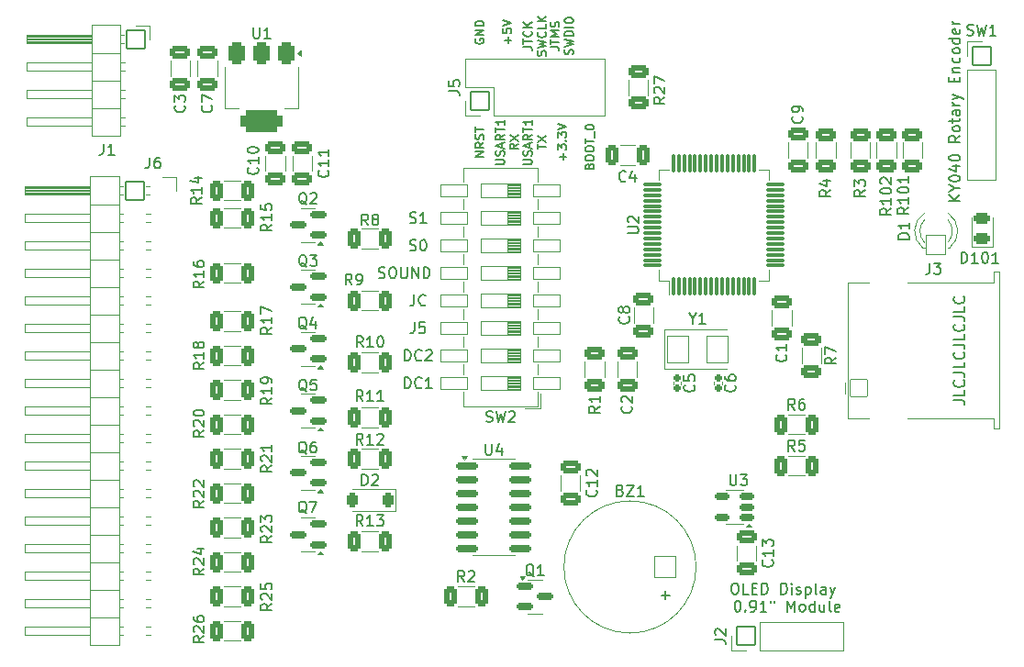
<source format=gbr>
%TF.GenerationSoftware,KiCad,Pcbnew,8.0.1*%
%TF.CreationDate,2024-04-21T19:34:10+02:00*%
%TF.ProjectId,Gotek_Floppy_Disk_Emulator_V2,476f7465-6b5f-4466-9c6f-7070795f4469,rev?*%
%TF.SameCoordinates,Original*%
%TF.FileFunction,Legend,Top*%
%TF.FilePolarity,Positive*%
%FSLAX46Y46*%
G04 Gerber Fmt 4.6, Leading zero omitted, Abs format (unit mm)*
G04 Created by KiCad (PCBNEW 8.0.1) date 2024-04-21 19:34:10*
%MOMM*%
%LPD*%
G01*
G04 APERTURE LIST*
G04 Aperture macros list*
%AMRoundRect*
0 Rectangle with rounded corners*
0 $1 Rounding radius*
0 $2 $3 $4 $5 $6 $7 $8 $9 X,Y pos of 4 corners*
0 Add a 4 corners polygon primitive as box body*
4,1,4,$2,$3,$4,$5,$6,$7,$8,$9,$2,$3,0*
0 Add four circle primitives for the rounded corners*
1,1,$1+$1,$2,$3*
1,1,$1+$1,$4,$5*
1,1,$1+$1,$6,$7*
1,1,$1+$1,$8,$9*
0 Add four rect primitives between the rounded corners*
20,1,$1+$1,$2,$3,$4,$5,0*
20,1,$1+$1,$4,$5,$6,$7,0*
20,1,$1+$1,$6,$7,$8,$9,0*
20,1,$1+$1,$8,$9,$2,$3,0*%
G04 Aperture macros list end*
%ADD10C,0.150000*%
%ADD11C,0.120000*%
%ADD12RoundRect,0.051000X0.900000X-0.900000X0.900000X0.900000X-0.900000X0.900000X-0.900000X-0.900000X0*%
%ADD13C,1.902000*%
%ADD14RoundRect,0.051000X-0.850000X-0.850000X0.850000X-0.850000X0.850000X0.850000X-0.850000X0.850000X0*%
%ADD15C,1.802000*%
%ADD16O,1.802000X1.802000*%
%ADD17RoundRect,0.051000X0.850000X-0.850000X0.850000X0.850000X-0.850000X0.850000X-0.850000X-0.850000X0*%
%ADD18RoundRect,0.250500X0.250500X0.400500X-0.250500X0.400500X-0.250500X-0.400500X0.250500X-0.400500X0*%
%ADD19RoundRect,0.272666X-0.653334X0.340834X-0.653334X-0.340834X0.653334X-0.340834X0.653334X0.340834X0*%
%ADD20RoundRect,0.051000X1.000000X1.000000X-1.000000X1.000000X-1.000000X-1.000000X1.000000X-1.000000X0*%
%ADD21C,2.102000*%
%ADD22RoundRect,0.272174X-0.678826X0.353826X-0.678826X-0.353826X0.678826X-0.353826X0.678826X0.353826X0*%
%ADD23RoundRect,0.272174X0.678826X-0.353826X0.678826X0.353826X-0.678826X0.353826X-0.678826X-0.353826X0*%
%ADD24RoundRect,0.272174X0.353826X0.678826X-0.353826X0.678826X-0.353826X-0.678826X0.353826X-0.678826X0*%
%ADD25RoundRect,0.165500X-0.195500X0.165500X-0.195500X-0.165500X0.195500X-0.165500X0.195500X0.165500X0*%
%ADD26RoundRect,0.051000X0.800000X-0.800000X0.800000X0.800000X-0.800000X0.800000X-0.800000X-0.800000X0*%
%ADD27C,1.702000*%
%ADD28C,3.102000*%
%ADD29RoundRect,0.175500X-0.613000X-0.175500X0.613000X-0.175500X0.613000X0.175500X-0.613000X0.175500X0*%
%ADD30RoundRect,0.175500X0.613000X0.175500X-0.613000X0.175500X-0.613000X-0.175500X0.613000X-0.175500X0*%
%ADD31RoundRect,0.272666X-0.340834X-0.653334X0.340834X-0.653334X0.340834X0.653334X-0.340834X0.653334X0*%
%ADD32RoundRect,0.272666X0.653334X-0.340834X0.653334X0.340834X-0.653334X0.340834X-0.653334X-0.340834X0*%
%ADD33RoundRect,0.272666X0.340834X0.653334X-0.340834X0.653334X-0.340834X-0.653334X0.340834X-0.653334X0*%
%ADD34RoundRect,0.051000X1.220000X0.560000X-1.220000X0.560000X-1.220000X-0.560000X1.220000X-0.560000X0*%
%ADD35RoundRect,0.400500X-0.400500X0.650500X-0.400500X-0.650500X0.400500X-0.650500X0.400500X0.650500X0*%
%ADD36RoundRect,0.525500X-1.425500X0.525500X-1.425500X-0.525500X1.425500X-0.525500X1.425500X0.525500X0*%
%ADD37RoundRect,0.100500X0.100500X-0.725500X0.100500X0.725500X-0.100500X0.725500X-0.100500X-0.725500X0*%
%ADD38RoundRect,0.100500X0.725500X-0.100500X0.725500X0.100500X-0.725500X0.100500X-0.725500X-0.100500X0*%
%ADD39RoundRect,0.175500X0.538000X0.175500X-0.538000X0.175500X-0.538000X-0.175500X0.538000X-0.175500X0*%
%ADD40RoundRect,0.175500X-0.850500X-0.175500X0.850500X-0.175500X0.850500X0.175500X-0.850500X0.175500X0*%
%ADD41RoundRect,0.051000X-1.000000X-1.200000X1.000000X-1.200000X1.000000X1.200000X-1.000000X1.200000X0*%
%ADD42C,0.902000*%
%ADD43C,6.502000*%
%ADD44RoundRect,0.269250X0.481750X-0.269250X0.481750X0.269250X-0.481750X0.269250X-0.481750X-0.269250X0*%
G04 APERTURE END LIST*
D10*
X126422533Y-58813570D02*
X126422533Y-58204047D01*
X126727295Y-58508808D02*
X126117771Y-58508808D01*
X125927295Y-57442142D02*
X125927295Y-57823094D01*
X125927295Y-57823094D02*
X126308247Y-57861190D01*
X126308247Y-57861190D02*
X126270152Y-57823094D01*
X126270152Y-57823094D02*
X126232057Y-57746904D01*
X126232057Y-57746904D02*
X126232057Y-57556428D01*
X126232057Y-57556428D02*
X126270152Y-57480237D01*
X126270152Y-57480237D02*
X126308247Y-57442142D01*
X126308247Y-57442142D02*
X126384438Y-57404047D01*
X126384438Y-57404047D02*
X126574914Y-57404047D01*
X126574914Y-57404047D02*
X126651104Y-57442142D01*
X126651104Y-57442142D02*
X126689200Y-57480237D01*
X126689200Y-57480237D02*
X126727295Y-57556428D01*
X126727295Y-57556428D02*
X126727295Y-57746904D01*
X126727295Y-57746904D02*
X126689200Y-57823094D01*
X126689200Y-57823094D02*
X126651104Y-57861190D01*
X125927295Y-57175475D02*
X126727295Y-56908808D01*
X126727295Y-56908808D02*
X125927295Y-56642142D01*
X127823318Y-59115276D02*
X128394746Y-59115276D01*
X128394746Y-59115276D02*
X128509032Y-59153371D01*
X128509032Y-59153371D02*
X128585223Y-59229562D01*
X128585223Y-59229562D02*
X128623318Y-59343847D01*
X128623318Y-59343847D02*
X128623318Y-59420038D01*
X127823318Y-58848609D02*
X127823318Y-58391466D01*
X128623318Y-58620038D02*
X127823318Y-58620038D01*
X128547127Y-57667656D02*
X128585223Y-57705752D01*
X128585223Y-57705752D02*
X128623318Y-57820037D01*
X128623318Y-57820037D02*
X128623318Y-57896228D01*
X128623318Y-57896228D02*
X128585223Y-58010514D01*
X128585223Y-58010514D02*
X128509032Y-58086704D01*
X128509032Y-58086704D02*
X128432842Y-58124799D01*
X128432842Y-58124799D02*
X128280461Y-58162895D01*
X128280461Y-58162895D02*
X128166175Y-58162895D01*
X128166175Y-58162895D02*
X128013794Y-58124799D01*
X128013794Y-58124799D02*
X127937603Y-58086704D01*
X127937603Y-58086704D02*
X127861413Y-58010514D01*
X127861413Y-58010514D02*
X127823318Y-57896228D01*
X127823318Y-57896228D02*
X127823318Y-57820037D01*
X127823318Y-57820037D02*
X127861413Y-57705752D01*
X127861413Y-57705752D02*
X127899508Y-57667656D01*
X128623318Y-57324799D02*
X127823318Y-57324799D01*
X128623318Y-56867656D02*
X128166175Y-57210514D01*
X127823318Y-56867656D02*
X128280461Y-57324799D01*
X129873178Y-59934324D02*
X129911273Y-59820038D01*
X129911273Y-59820038D02*
X129911273Y-59629562D01*
X129911273Y-59629562D02*
X129873178Y-59553371D01*
X129873178Y-59553371D02*
X129835082Y-59515276D01*
X129835082Y-59515276D02*
X129758892Y-59477181D01*
X129758892Y-59477181D02*
X129682701Y-59477181D01*
X129682701Y-59477181D02*
X129606511Y-59515276D01*
X129606511Y-59515276D02*
X129568416Y-59553371D01*
X129568416Y-59553371D02*
X129530320Y-59629562D01*
X129530320Y-59629562D02*
X129492225Y-59781943D01*
X129492225Y-59781943D02*
X129454130Y-59858133D01*
X129454130Y-59858133D02*
X129416035Y-59896228D01*
X129416035Y-59896228D02*
X129339844Y-59934324D01*
X129339844Y-59934324D02*
X129263654Y-59934324D01*
X129263654Y-59934324D02*
X129187463Y-59896228D01*
X129187463Y-59896228D02*
X129149368Y-59858133D01*
X129149368Y-59858133D02*
X129111273Y-59781943D01*
X129111273Y-59781943D02*
X129111273Y-59591466D01*
X129111273Y-59591466D02*
X129149368Y-59477181D01*
X129111273Y-59210514D02*
X129911273Y-59020038D01*
X129911273Y-59020038D02*
X129339844Y-58867657D01*
X129339844Y-58867657D02*
X129911273Y-58715276D01*
X129911273Y-58715276D02*
X129111273Y-58524800D01*
X129835082Y-57762894D02*
X129873178Y-57800990D01*
X129873178Y-57800990D02*
X129911273Y-57915275D01*
X129911273Y-57915275D02*
X129911273Y-57991466D01*
X129911273Y-57991466D02*
X129873178Y-58105752D01*
X129873178Y-58105752D02*
X129796987Y-58181942D01*
X129796987Y-58181942D02*
X129720797Y-58220037D01*
X129720797Y-58220037D02*
X129568416Y-58258133D01*
X129568416Y-58258133D02*
X129454130Y-58258133D01*
X129454130Y-58258133D02*
X129301749Y-58220037D01*
X129301749Y-58220037D02*
X129225558Y-58181942D01*
X129225558Y-58181942D02*
X129149368Y-58105752D01*
X129149368Y-58105752D02*
X129111273Y-57991466D01*
X129111273Y-57991466D02*
X129111273Y-57915275D01*
X129111273Y-57915275D02*
X129149368Y-57800990D01*
X129149368Y-57800990D02*
X129187463Y-57762894D01*
X129911273Y-57039085D02*
X129911273Y-57420037D01*
X129911273Y-57420037D02*
X129111273Y-57420037D01*
X129911273Y-56772418D02*
X129111273Y-56772418D01*
X129911273Y-56315275D02*
X129454130Y-56658133D01*
X129111273Y-56315275D02*
X129568416Y-56772418D01*
X130338218Y-59153371D02*
X130909646Y-59153371D01*
X130909646Y-59153371D02*
X131023932Y-59191466D01*
X131023932Y-59191466D02*
X131100123Y-59267657D01*
X131100123Y-59267657D02*
X131138218Y-59381942D01*
X131138218Y-59381942D02*
X131138218Y-59458133D01*
X130338218Y-58886704D02*
X130338218Y-58429561D01*
X131138218Y-58658133D02*
X130338218Y-58658133D01*
X131138218Y-58162894D02*
X130338218Y-58162894D01*
X130338218Y-58162894D02*
X130909646Y-57896228D01*
X130909646Y-57896228D02*
X130338218Y-57629561D01*
X130338218Y-57629561D02*
X131138218Y-57629561D01*
X131100123Y-57286704D02*
X131138218Y-57172418D01*
X131138218Y-57172418D02*
X131138218Y-56981942D01*
X131138218Y-56981942D02*
X131100123Y-56905751D01*
X131100123Y-56905751D02*
X131062027Y-56867656D01*
X131062027Y-56867656D02*
X130985837Y-56829561D01*
X130985837Y-56829561D02*
X130909646Y-56829561D01*
X130909646Y-56829561D02*
X130833456Y-56867656D01*
X130833456Y-56867656D02*
X130795361Y-56905751D01*
X130795361Y-56905751D02*
X130757265Y-56981942D01*
X130757265Y-56981942D02*
X130719170Y-57134323D01*
X130719170Y-57134323D02*
X130681075Y-57210513D01*
X130681075Y-57210513D02*
X130642980Y-57248608D01*
X130642980Y-57248608D02*
X130566789Y-57286704D01*
X130566789Y-57286704D02*
X130490599Y-57286704D01*
X130490599Y-57286704D02*
X130414408Y-57248608D01*
X130414408Y-57248608D02*
X130376313Y-57210513D01*
X130376313Y-57210513D02*
X130338218Y-57134323D01*
X130338218Y-57134323D02*
X130338218Y-56943846D01*
X130338218Y-56943846D02*
X130376313Y-56829561D01*
X132388078Y-59820038D02*
X132426173Y-59705752D01*
X132426173Y-59705752D02*
X132426173Y-59515276D01*
X132426173Y-59515276D02*
X132388078Y-59439085D01*
X132388078Y-59439085D02*
X132349982Y-59400990D01*
X132349982Y-59400990D02*
X132273792Y-59362895D01*
X132273792Y-59362895D02*
X132197601Y-59362895D01*
X132197601Y-59362895D02*
X132121411Y-59400990D01*
X132121411Y-59400990D02*
X132083316Y-59439085D01*
X132083316Y-59439085D02*
X132045220Y-59515276D01*
X132045220Y-59515276D02*
X132007125Y-59667657D01*
X132007125Y-59667657D02*
X131969030Y-59743847D01*
X131969030Y-59743847D02*
X131930935Y-59781942D01*
X131930935Y-59781942D02*
X131854744Y-59820038D01*
X131854744Y-59820038D02*
X131778554Y-59820038D01*
X131778554Y-59820038D02*
X131702363Y-59781942D01*
X131702363Y-59781942D02*
X131664268Y-59743847D01*
X131664268Y-59743847D02*
X131626173Y-59667657D01*
X131626173Y-59667657D02*
X131626173Y-59477180D01*
X131626173Y-59477180D02*
X131664268Y-59362895D01*
X131626173Y-59096228D02*
X132426173Y-58905752D01*
X132426173Y-58905752D02*
X131854744Y-58753371D01*
X131854744Y-58753371D02*
X132426173Y-58600990D01*
X132426173Y-58600990D02*
X131626173Y-58410514D01*
X132426173Y-58105751D02*
X131626173Y-58105751D01*
X131626173Y-58105751D02*
X131626173Y-57915275D01*
X131626173Y-57915275D02*
X131664268Y-57800989D01*
X131664268Y-57800989D02*
X131740458Y-57724799D01*
X131740458Y-57724799D02*
X131816649Y-57686704D01*
X131816649Y-57686704D02*
X131969030Y-57648608D01*
X131969030Y-57648608D02*
X132083316Y-57648608D01*
X132083316Y-57648608D02*
X132235697Y-57686704D01*
X132235697Y-57686704D02*
X132311887Y-57724799D01*
X132311887Y-57724799D02*
X132388078Y-57800989D01*
X132388078Y-57800989D02*
X132426173Y-57915275D01*
X132426173Y-57915275D02*
X132426173Y-58105751D01*
X132426173Y-57305751D02*
X131626173Y-57305751D01*
X131626173Y-56772418D02*
X131626173Y-56620037D01*
X131626173Y-56620037D02*
X131664268Y-56543847D01*
X131664268Y-56543847D02*
X131740458Y-56467656D01*
X131740458Y-56467656D02*
X131892839Y-56429561D01*
X131892839Y-56429561D02*
X132159506Y-56429561D01*
X132159506Y-56429561D02*
X132311887Y-56467656D01*
X132311887Y-56467656D02*
X132388078Y-56543847D01*
X132388078Y-56543847D02*
X132426173Y-56620037D01*
X132426173Y-56620037D02*
X132426173Y-56772418D01*
X132426173Y-56772418D02*
X132388078Y-56848609D01*
X132388078Y-56848609D02*
X132311887Y-56924799D01*
X132311887Y-56924799D02*
X132159506Y-56962895D01*
X132159506Y-56962895D02*
X131892839Y-56962895D01*
X131892839Y-56962895D02*
X131740458Y-56924799D01*
X131740458Y-56924799D02*
X131664268Y-56848609D01*
X131664268Y-56848609D02*
X131626173Y-56772418D01*
X124187295Y-69259285D02*
X123387295Y-69259285D01*
X123387295Y-69259285D02*
X124187295Y-68802142D01*
X124187295Y-68802142D02*
X123387295Y-68802142D01*
X124187295Y-67964047D02*
X123806342Y-68230714D01*
X124187295Y-68421190D02*
X123387295Y-68421190D01*
X123387295Y-68421190D02*
X123387295Y-68116428D01*
X123387295Y-68116428D02*
X123425390Y-68040238D01*
X123425390Y-68040238D02*
X123463485Y-68002143D01*
X123463485Y-68002143D02*
X123539676Y-67964047D01*
X123539676Y-67964047D02*
X123653961Y-67964047D01*
X123653961Y-67964047D02*
X123730152Y-68002143D01*
X123730152Y-68002143D02*
X123768247Y-68040238D01*
X123768247Y-68040238D02*
X123806342Y-68116428D01*
X123806342Y-68116428D02*
X123806342Y-68421190D01*
X124149200Y-67659286D02*
X124187295Y-67545000D01*
X124187295Y-67545000D02*
X124187295Y-67354524D01*
X124187295Y-67354524D02*
X124149200Y-67278333D01*
X124149200Y-67278333D02*
X124111104Y-67240238D01*
X124111104Y-67240238D02*
X124034914Y-67202143D01*
X124034914Y-67202143D02*
X123958723Y-67202143D01*
X123958723Y-67202143D02*
X123882533Y-67240238D01*
X123882533Y-67240238D02*
X123844438Y-67278333D01*
X123844438Y-67278333D02*
X123806342Y-67354524D01*
X123806342Y-67354524D02*
X123768247Y-67506905D01*
X123768247Y-67506905D02*
X123730152Y-67583095D01*
X123730152Y-67583095D02*
X123692057Y-67621190D01*
X123692057Y-67621190D02*
X123615866Y-67659286D01*
X123615866Y-67659286D02*
X123539676Y-67659286D01*
X123539676Y-67659286D02*
X123463485Y-67621190D01*
X123463485Y-67621190D02*
X123425390Y-67583095D01*
X123425390Y-67583095D02*
X123387295Y-67506905D01*
X123387295Y-67506905D02*
X123387295Y-67316428D01*
X123387295Y-67316428D02*
X123425390Y-67202143D01*
X123387295Y-66973571D02*
X123387295Y-66516428D01*
X124187295Y-66745000D02*
X123387295Y-66745000D01*
X125283318Y-69983094D02*
X125930937Y-69983094D01*
X125930937Y-69983094D02*
X126007127Y-69944999D01*
X126007127Y-69944999D02*
X126045223Y-69906904D01*
X126045223Y-69906904D02*
X126083318Y-69830713D01*
X126083318Y-69830713D02*
X126083318Y-69678332D01*
X126083318Y-69678332D02*
X126045223Y-69602142D01*
X126045223Y-69602142D02*
X126007127Y-69564047D01*
X126007127Y-69564047D02*
X125930937Y-69525951D01*
X125930937Y-69525951D02*
X125283318Y-69525951D01*
X126045223Y-69183095D02*
X126083318Y-69068809D01*
X126083318Y-69068809D02*
X126083318Y-68878333D01*
X126083318Y-68878333D02*
X126045223Y-68802142D01*
X126045223Y-68802142D02*
X126007127Y-68764047D01*
X126007127Y-68764047D02*
X125930937Y-68725952D01*
X125930937Y-68725952D02*
X125854746Y-68725952D01*
X125854746Y-68725952D02*
X125778556Y-68764047D01*
X125778556Y-68764047D02*
X125740461Y-68802142D01*
X125740461Y-68802142D02*
X125702365Y-68878333D01*
X125702365Y-68878333D02*
X125664270Y-69030714D01*
X125664270Y-69030714D02*
X125626175Y-69106904D01*
X125626175Y-69106904D02*
X125588080Y-69144999D01*
X125588080Y-69144999D02*
X125511889Y-69183095D01*
X125511889Y-69183095D02*
X125435699Y-69183095D01*
X125435699Y-69183095D02*
X125359508Y-69144999D01*
X125359508Y-69144999D02*
X125321413Y-69106904D01*
X125321413Y-69106904D02*
X125283318Y-69030714D01*
X125283318Y-69030714D02*
X125283318Y-68840237D01*
X125283318Y-68840237D02*
X125321413Y-68725952D01*
X125854746Y-68421190D02*
X125854746Y-68040237D01*
X126083318Y-68497380D02*
X125283318Y-68230713D01*
X125283318Y-68230713D02*
X126083318Y-67964047D01*
X126083318Y-67240237D02*
X125702365Y-67506904D01*
X126083318Y-67697380D02*
X125283318Y-67697380D01*
X125283318Y-67697380D02*
X125283318Y-67392618D01*
X125283318Y-67392618D02*
X125321413Y-67316428D01*
X125321413Y-67316428D02*
X125359508Y-67278333D01*
X125359508Y-67278333D02*
X125435699Y-67240237D01*
X125435699Y-67240237D02*
X125549984Y-67240237D01*
X125549984Y-67240237D02*
X125626175Y-67278333D01*
X125626175Y-67278333D02*
X125664270Y-67316428D01*
X125664270Y-67316428D02*
X125702365Y-67392618D01*
X125702365Y-67392618D02*
X125702365Y-67697380D01*
X125283318Y-67011666D02*
X125283318Y-66554523D01*
X126083318Y-66783095D02*
X125283318Y-66783095D01*
X126083318Y-65868809D02*
X126083318Y-66325952D01*
X126083318Y-66097380D02*
X125283318Y-66097380D01*
X125283318Y-66097380D02*
X125397603Y-66173571D01*
X125397603Y-66173571D02*
X125473794Y-66249761D01*
X125473794Y-66249761D02*
X125511889Y-66325952D01*
X127371273Y-68078332D02*
X126990320Y-68344999D01*
X127371273Y-68535475D02*
X126571273Y-68535475D01*
X126571273Y-68535475D02*
X126571273Y-68230713D01*
X126571273Y-68230713D02*
X126609368Y-68154523D01*
X126609368Y-68154523D02*
X126647463Y-68116428D01*
X126647463Y-68116428D02*
X126723654Y-68078332D01*
X126723654Y-68078332D02*
X126837939Y-68078332D01*
X126837939Y-68078332D02*
X126914130Y-68116428D01*
X126914130Y-68116428D02*
X126952225Y-68154523D01*
X126952225Y-68154523D02*
X126990320Y-68230713D01*
X126990320Y-68230713D02*
X126990320Y-68535475D01*
X126571273Y-67811666D02*
X127371273Y-67278332D01*
X126571273Y-67278332D02*
X127371273Y-67811666D01*
X127823318Y-69983094D02*
X128470937Y-69983094D01*
X128470937Y-69983094D02*
X128547127Y-69944999D01*
X128547127Y-69944999D02*
X128585223Y-69906904D01*
X128585223Y-69906904D02*
X128623318Y-69830713D01*
X128623318Y-69830713D02*
X128623318Y-69678332D01*
X128623318Y-69678332D02*
X128585223Y-69602142D01*
X128585223Y-69602142D02*
X128547127Y-69564047D01*
X128547127Y-69564047D02*
X128470937Y-69525951D01*
X128470937Y-69525951D02*
X127823318Y-69525951D01*
X128585223Y-69183095D02*
X128623318Y-69068809D01*
X128623318Y-69068809D02*
X128623318Y-68878333D01*
X128623318Y-68878333D02*
X128585223Y-68802142D01*
X128585223Y-68802142D02*
X128547127Y-68764047D01*
X128547127Y-68764047D02*
X128470937Y-68725952D01*
X128470937Y-68725952D02*
X128394746Y-68725952D01*
X128394746Y-68725952D02*
X128318556Y-68764047D01*
X128318556Y-68764047D02*
X128280461Y-68802142D01*
X128280461Y-68802142D02*
X128242365Y-68878333D01*
X128242365Y-68878333D02*
X128204270Y-69030714D01*
X128204270Y-69030714D02*
X128166175Y-69106904D01*
X128166175Y-69106904D02*
X128128080Y-69144999D01*
X128128080Y-69144999D02*
X128051889Y-69183095D01*
X128051889Y-69183095D02*
X127975699Y-69183095D01*
X127975699Y-69183095D02*
X127899508Y-69144999D01*
X127899508Y-69144999D02*
X127861413Y-69106904D01*
X127861413Y-69106904D02*
X127823318Y-69030714D01*
X127823318Y-69030714D02*
X127823318Y-68840237D01*
X127823318Y-68840237D02*
X127861413Y-68725952D01*
X128394746Y-68421190D02*
X128394746Y-68040237D01*
X128623318Y-68497380D02*
X127823318Y-68230713D01*
X127823318Y-68230713D02*
X128623318Y-67964047D01*
X128623318Y-67240237D02*
X128242365Y-67506904D01*
X128623318Y-67697380D02*
X127823318Y-67697380D01*
X127823318Y-67697380D02*
X127823318Y-67392618D01*
X127823318Y-67392618D02*
X127861413Y-67316428D01*
X127861413Y-67316428D02*
X127899508Y-67278333D01*
X127899508Y-67278333D02*
X127975699Y-67240237D01*
X127975699Y-67240237D02*
X128089984Y-67240237D01*
X128089984Y-67240237D02*
X128166175Y-67278333D01*
X128166175Y-67278333D02*
X128204270Y-67316428D01*
X128204270Y-67316428D02*
X128242365Y-67392618D01*
X128242365Y-67392618D02*
X128242365Y-67697380D01*
X127823318Y-67011666D02*
X127823318Y-66554523D01*
X128623318Y-66783095D02*
X127823318Y-66783095D01*
X128623318Y-65868809D02*
X128623318Y-66325952D01*
X128623318Y-66097380D02*
X127823318Y-66097380D01*
X127823318Y-66097380D02*
X127937603Y-66173571D01*
X127937603Y-66173571D02*
X128013794Y-66249761D01*
X128013794Y-66249761D02*
X128051889Y-66325952D01*
X129111273Y-68554523D02*
X129111273Y-68097380D01*
X129911273Y-68325952D02*
X129111273Y-68325952D01*
X129111273Y-67906904D02*
X129911273Y-67373570D01*
X129111273Y-67373570D02*
X129911273Y-67906904D01*
X131502533Y-69544999D02*
X131502533Y-68935476D01*
X131807295Y-69240237D02*
X131197771Y-69240237D01*
X131007295Y-68630714D02*
X131007295Y-68135476D01*
X131007295Y-68135476D02*
X131312057Y-68402142D01*
X131312057Y-68402142D02*
X131312057Y-68287857D01*
X131312057Y-68287857D02*
X131350152Y-68211666D01*
X131350152Y-68211666D02*
X131388247Y-68173571D01*
X131388247Y-68173571D02*
X131464438Y-68135476D01*
X131464438Y-68135476D02*
X131654914Y-68135476D01*
X131654914Y-68135476D02*
X131731104Y-68173571D01*
X131731104Y-68173571D02*
X131769200Y-68211666D01*
X131769200Y-68211666D02*
X131807295Y-68287857D01*
X131807295Y-68287857D02*
X131807295Y-68516428D01*
X131807295Y-68516428D02*
X131769200Y-68592619D01*
X131769200Y-68592619D02*
X131731104Y-68630714D01*
X131731104Y-67792618D02*
X131769200Y-67754523D01*
X131769200Y-67754523D02*
X131807295Y-67792618D01*
X131807295Y-67792618D02*
X131769200Y-67830714D01*
X131769200Y-67830714D02*
X131731104Y-67792618D01*
X131731104Y-67792618D02*
X131807295Y-67792618D01*
X131007295Y-67487857D02*
X131007295Y-66992619D01*
X131007295Y-66992619D02*
X131312057Y-67259285D01*
X131312057Y-67259285D02*
X131312057Y-67145000D01*
X131312057Y-67145000D02*
X131350152Y-67068809D01*
X131350152Y-67068809D02*
X131388247Y-67030714D01*
X131388247Y-67030714D02*
X131464438Y-66992619D01*
X131464438Y-66992619D02*
X131654914Y-66992619D01*
X131654914Y-66992619D02*
X131731104Y-67030714D01*
X131731104Y-67030714D02*
X131769200Y-67068809D01*
X131769200Y-67068809D02*
X131807295Y-67145000D01*
X131807295Y-67145000D02*
X131807295Y-67373571D01*
X131807295Y-67373571D02*
X131769200Y-67449762D01*
X131769200Y-67449762D02*
X131731104Y-67487857D01*
X131007295Y-66764047D02*
X131807295Y-66497380D01*
X131807295Y-66497380D02*
X131007295Y-66230714D01*
X133928247Y-70146228D02*
X133966342Y-70031942D01*
X133966342Y-70031942D02*
X134004438Y-69993847D01*
X134004438Y-69993847D02*
X134080628Y-69955751D01*
X134080628Y-69955751D02*
X134194914Y-69955751D01*
X134194914Y-69955751D02*
X134271104Y-69993847D01*
X134271104Y-69993847D02*
X134309200Y-70031942D01*
X134309200Y-70031942D02*
X134347295Y-70108132D01*
X134347295Y-70108132D02*
X134347295Y-70412894D01*
X134347295Y-70412894D02*
X133547295Y-70412894D01*
X133547295Y-70412894D02*
X133547295Y-70146228D01*
X133547295Y-70146228D02*
X133585390Y-70070037D01*
X133585390Y-70070037D02*
X133623485Y-70031942D01*
X133623485Y-70031942D02*
X133699676Y-69993847D01*
X133699676Y-69993847D02*
X133775866Y-69993847D01*
X133775866Y-69993847D02*
X133852057Y-70031942D01*
X133852057Y-70031942D02*
X133890152Y-70070037D01*
X133890152Y-70070037D02*
X133928247Y-70146228D01*
X133928247Y-70146228D02*
X133928247Y-70412894D01*
X133547295Y-69460513D02*
X133547295Y-69308132D01*
X133547295Y-69308132D02*
X133585390Y-69231942D01*
X133585390Y-69231942D02*
X133661580Y-69155751D01*
X133661580Y-69155751D02*
X133813961Y-69117656D01*
X133813961Y-69117656D02*
X134080628Y-69117656D01*
X134080628Y-69117656D02*
X134233009Y-69155751D01*
X134233009Y-69155751D02*
X134309200Y-69231942D01*
X134309200Y-69231942D02*
X134347295Y-69308132D01*
X134347295Y-69308132D02*
X134347295Y-69460513D01*
X134347295Y-69460513D02*
X134309200Y-69536704D01*
X134309200Y-69536704D02*
X134233009Y-69612894D01*
X134233009Y-69612894D02*
X134080628Y-69650990D01*
X134080628Y-69650990D02*
X133813961Y-69650990D01*
X133813961Y-69650990D02*
X133661580Y-69612894D01*
X133661580Y-69612894D02*
X133585390Y-69536704D01*
X133585390Y-69536704D02*
X133547295Y-69460513D01*
X133547295Y-68622418D02*
X133547295Y-68470037D01*
X133547295Y-68470037D02*
X133585390Y-68393847D01*
X133585390Y-68393847D02*
X133661580Y-68317656D01*
X133661580Y-68317656D02*
X133813961Y-68279561D01*
X133813961Y-68279561D02*
X134080628Y-68279561D01*
X134080628Y-68279561D02*
X134233009Y-68317656D01*
X134233009Y-68317656D02*
X134309200Y-68393847D01*
X134309200Y-68393847D02*
X134347295Y-68470037D01*
X134347295Y-68470037D02*
X134347295Y-68622418D01*
X134347295Y-68622418D02*
X134309200Y-68698609D01*
X134309200Y-68698609D02*
X134233009Y-68774799D01*
X134233009Y-68774799D02*
X134080628Y-68812895D01*
X134080628Y-68812895D02*
X133813961Y-68812895D01*
X133813961Y-68812895D02*
X133661580Y-68774799D01*
X133661580Y-68774799D02*
X133585390Y-68698609D01*
X133585390Y-68698609D02*
X133547295Y-68622418D01*
X133547295Y-68050990D02*
X133547295Y-67593847D01*
X134347295Y-67822419D02*
X133547295Y-67822419D01*
X134423485Y-67517657D02*
X134423485Y-66908133D01*
X133547295Y-66565275D02*
X133547295Y-66489085D01*
X133547295Y-66489085D02*
X133585390Y-66412894D01*
X133585390Y-66412894D02*
X133623485Y-66374799D01*
X133623485Y-66374799D02*
X133699676Y-66336704D01*
X133699676Y-66336704D02*
X133852057Y-66298609D01*
X133852057Y-66298609D02*
X134042533Y-66298609D01*
X134042533Y-66298609D02*
X134194914Y-66336704D01*
X134194914Y-66336704D02*
X134271104Y-66374799D01*
X134271104Y-66374799D02*
X134309200Y-66412894D01*
X134309200Y-66412894D02*
X134347295Y-66489085D01*
X134347295Y-66489085D02*
X134347295Y-66565275D01*
X134347295Y-66565275D02*
X134309200Y-66641466D01*
X134309200Y-66641466D02*
X134271104Y-66679561D01*
X134271104Y-66679561D02*
X134194914Y-66717656D01*
X134194914Y-66717656D02*
X134042533Y-66755752D01*
X134042533Y-66755752D02*
X133852057Y-66755752D01*
X133852057Y-66755752D02*
X133699676Y-66717656D01*
X133699676Y-66717656D02*
X133623485Y-66679561D01*
X133623485Y-66679561D02*
X133585390Y-66641466D01*
X133585390Y-66641466D02*
X133547295Y-66565275D01*
X116871905Y-88084819D02*
X116871905Y-87084819D01*
X116871905Y-87084819D02*
X117110000Y-87084819D01*
X117110000Y-87084819D02*
X117252857Y-87132438D01*
X117252857Y-87132438D02*
X117348095Y-87227676D01*
X117348095Y-87227676D02*
X117395714Y-87322914D01*
X117395714Y-87322914D02*
X117443333Y-87513390D01*
X117443333Y-87513390D02*
X117443333Y-87656247D01*
X117443333Y-87656247D02*
X117395714Y-87846723D01*
X117395714Y-87846723D02*
X117348095Y-87941961D01*
X117348095Y-87941961D02*
X117252857Y-88037200D01*
X117252857Y-88037200D02*
X117110000Y-88084819D01*
X117110000Y-88084819D02*
X116871905Y-88084819D01*
X118443333Y-87989580D02*
X118395714Y-88037200D01*
X118395714Y-88037200D02*
X118252857Y-88084819D01*
X118252857Y-88084819D02*
X118157619Y-88084819D01*
X118157619Y-88084819D02*
X118014762Y-88037200D01*
X118014762Y-88037200D02*
X117919524Y-87941961D01*
X117919524Y-87941961D02*
X117871905Y-87846723D01*
X117871905Y-87846723D02*
X117824286Y-87656247D01*
X117824286Y-87656247D02*
X117824286Y-87513390D01*
X117824286Y-87513390D02*
X117871905Y-87322914D01*
X117871905Y-87322914D02*
X117919524Y-87227676D01*
X117919524Y-87227676D02*
X118014762Y-87132438D01*
X118014762Y-87132438D02*
X118157619Y-87084819D01*
X118157619Y-87084819D02*
X118252857Y-87084819D01*
X118252857Y-87084819D02*
X118395714Y-87132438D01*
X118395714Y-87132438D02*
X118443333Y-87180057D01*
X118824286Y-87180057D02*
X118871905Y-87132438D01*
X118871905Y-87132438D02*
X118967143Y-87084819D01*
X118967143Y-87084819D02*
X119205238Y-87084819D01*
X119205238Y-87084819D02*
X119300476Y-87132438D01*
X119300476Y-87132438D02*
X119348095Y-87180057D01*
X119348095Y-87180057D02*
X119395714Y-87275295D01*
X119395714Y-87275295D02*
X119395714Y-87370533D01*
X119395714Y-87370533D02*
X119348095Y-87513390D01*
X119348095Y-87513390D02*
X118776667Y-88084819D01*
X118776667Y-88084819D02*
X119395714Y-88084819D01*
X117776666Y-84544819D02*
X117776666Y-85259104D01*
X117776666Y-85259104D02*
X117729047Y-85401961D01*
X117729047Y-85401961D02*
X117633809Y-85497200D01*
X117633809Y-85497200D02*
X117490952Y-85544819D01*
X117490952Y-85544819D02*
X117395714Y-85544819D01*
X118729047Y-84544819D02*
X118252857Y-84544819D01*
X118252857Y-84544819D02*
X118205238Y-85021009D01*
X118205238Y-85021009D02*
X118252857Y-84973390D01*
X118252857Y-84973390D02*
X118348095Y-84925771D01*
X118348095Y-84925771D02*
X118586190Y-84925771D01*
X118586190Y-84925771D02*
X118681428Y-84973390D01*
X118681428Y-84973390D02*
X118729047Y-85021009D01*
X118729047Y-85021009D02*
X118776666Y-85116247D01*
X118776666Y-85116247D02*
X118776666Y-85354342D01*
X118776666Y-85354342D02*
X118729047Y-85449580D01*
X118729047Y-85449580D02*
X118681428Y-85497200D01*
X118681428Y-85497200D02*
X118586190Y-85544819D01*
X118586190Y-85544819D02*
X118348095Y-85544819D01*
X118348095Y-85544819D02*
X118252857Y-85497200D01*
X118252857Y-85497200D02*
X118205238Y-85449580D01*
X117752857Y-82004819D02*
X117752857Y-82719104D01*
X117752857Y-82719104D02*
X117705238Y-82861961D01*
X117705238Y-82861961D02*
X117610000Y-82957200D01*
X117610000Y-82957200D02*
X117467143Y-83004819D01*
X117467143Y-83004819D02*
X117371905Y-83004819D01*
X118800476Y-82909580D02*
X118752857Y-82957200D01*
X118752857Y-82957200D02*
X118610000Y-83004819D01*
X118610000Y-83004819D02*
X118514762Y-83004819D01*
X118514762Y-83004819D02*
X118371905Y-82957200D01*
X118371905Y-82957200D02*
X118276667Y-82861961D01*
X118276667Y-82861961D02*
X118229048Y-82766723D01*
X118229048Y-82766723D02*
X118181429Y-82576247D01*
X118181429Y-82576247D02*
X118181429Y-82433390D01*
X118181429Y-82433390D02*
X118229048Y-82242914D01*
X118229048Y-82242914D02*
X118276667Y-82147676D01*
X118276667Y-82147676D02*
X118371905Y-82052438D01*
X118371905Y-82052438D02*
X118514762Y-82004819D01*
X118514762Y-82004819D02*
X118610000Y-82004819D01*
X118610000Y-82004819D02*
X118752857Y-82052438D01*
X118752857Y-82052438D02*
X118800476Y-82100057D01*
X114482857Y-80417200D02*
X114625714Y-80464819D01*
X114625714Y-80464819D02*
X114863809Y-80464819D01*
X114863809Y-80464819D02*
X114959047Y-80417200D01*
X114959047Y-80417200D02*
X115006666Y-80369580D01*
X115006666Y-80369580D02*
X115054285Y-80274342D01*
X115054285Y-80274342D02*
X115054285Y-80179104D01*
X115054285Y-80179104D02*
X115006666Y-80083866D01*
X115006666Y-80083866D02*
X114959047Y-80036247D01*
X114959047Y-80036247D02*
X114863809Y-79988628D01*
X114863809Y-79988628D02*
X114673333Y-79941009D01*
X114673333Y-79941009D02*
X114578095Y-79893390D01*
X114578095Y-79893390D02*
X114530476Y-79845771D01*
X114530476Y-79845771D02*
X114482857Y-79750533D01*
X114482857Y-79750533D02*
X114482857Y-79655295D01*
X114482857Y-79655295D02*
X114530476Y-79560057D01*
X114530476Y-79560057D02*
X114578095Y-79512438D01*
X114578095Y-79512438D02*
X114673333Y-79464819D01*
X114673333Y-79464819D02*
X114911428Y-79464819D01*
X114911428Y-79464819D02*
X115054285Y-79512438D01*
X115673333Y-79464819D02*
X115863809Y-79464819D01*
X115863809Y-79464819D02*
X115959047Y-79512438D01*
X115959047Y-79512438D02*
X116054285Y-79607676D01*
X116054285Y-79607676D02*
X116101904Y-79798152D01*
X116101904Y-79798152D02*
X116101904Y-80131485D01*
X116101904Y-80131485D02*
X116054285Y-80321961D01*
X116054285Y-80321961D02*
X115959047Y-80417200D01*
X115959047Y-80417200D02*
X115863809Y-80464819D01*
X115863809Y-80464819D02*
X115673333Y-80464819D01*
X115673333Y-80464819D02*
X115578095Y-80417200D01*
X115578095Y-80417200D02*
X115482857Y-80321961D01*
X115482857Y-80321961D02*
X115435238Y-80131485D01*
X115435238Y-80131485D02*
X115435238Y-79798152D01*
X115435238Y-79798152D02*
X115482857Y-79607676D01*
X115482857Y-79607676D02*
X115578095Y-79512438D01*
X115578095Y-79512438D02*
X115673333Y-79464819D01*
X116530476Y-79464819D02*
X116530476Y-80274342D01*
X116530476Y-80274342D02*
X116578095Y-80369580D01*
X116578095Y-80369580D02*
X116625714Y-80417200D01*
X116625714Y-80417200D02*
X116720952Y-80464819D01*
X116720952Y-80464819D02*
X116911428Y-80464819D01*
X116911428Y-80464819D02*
X117006666Y-80417200D01*
X117006666Y-80417200D02*
X117054285Y-80369580D01*
X117054285Y-80369580D02*
X117101904Y-80274342D01*
X117101904Y-80274342D02*
X117101904Y-79464819D01*
X117578095Y-80464819D02*
X117578095Y-79464819D01*
X117578095Y-79464819D02*
X118149523Y-80464819D01*
X118149523Y-80464819D02*
X118149523Y-79464819D01*
X118625714Y-80464819D02*
X118625714Y-79464819D01*
X118625714Y-79464819D02*
X118863809Y-79464819D01*
X118863809Y-79464819D02*
X119006666Y-79512438D01*
X119006666Y-79512438D02*
X119101904Y-79607676D01*
X119101904Y-79607676D02*
X119149523Y-79702914D01*
X119149523Y-79702914D02*
X119197142Y-79893390D01*
X119197142Y-79893390D02*
X119197142Y-80036247D01*
X119197142Y-80036247D02*
X119149523Y-80226723D01*
X119149523Y-80226723D02*
X119101904Y-80321961D01*
X119101904Y-80321961D02*
X119006666Y-80417200D01*
X119006666Y-80417200D02*
X118863809Y-80464819D01*
X118863809Y-80464819D02*
X118625714Y-80464819D01*
X117348095Y-77877200D02*
X117490952Y-77924819D01*
X117490952Y-77924819D02*
X117729047Y-77924819D01*
X117729047Y-77924819D02*
X117824285Y-77877200D01*
X117824285Y-77877200D02*
X117871904Y-77829580D01*
X117871904Y-77829580D02*
X117919523Y-77734342D01*
X117919523Y-77734342D02*
X117919523Y-77639104D01*
X117919523Y-77639104D02*
X117871904Y-77543866D01*
X117871904Y-77543866D02*
X117824285Y-77496247D01*
X117824285Y-77496247D02*
X117729047Y-77448628D01*
X117729047Y-77448628D02*
X117538571Y-77401009D01*
X117538571Y-77401009D02*
X117443333Y-77353390D01*
X117443333Y-77353390D02*
X117395714Y-77305771D01*
X117395714Y-77305771D02*
X117348095Y-77210533D01*
X117348095Y-77210533D02*
X117348095Y-77115295D01*
X117348095Y-77115295D02*
X117395714Y-77020057D01*
X117395714Y-77020057D02*
X117443333Y-76972438D01*
X117443333Y-76972438D02*
X117538571Y-76924819D01*
X117538571Y-76924819D02*
X117776666Y-76924819D01*
X117776666Y-76924819D02*
X117919523Y-76972438D01*
X118538571Y-76924819D02*
X118633809Y-76924819D01*
X118633809Y-76924819D02*
X118729047Y-76972438D01*
X118729047Y-76972438D02*
X118776666Y-77020057D01*
X118776666Y-77020057D02*
X118824285Y-77115295D01*
X118824285Y-77115295D02*
X118871904Y-77305771D01*
X118871904Y-77305771D02*
X118871904Y-77543866D01*
X118871904Y-77543866D02*
X118824285Y-77734342D01*
X118824285Y-77734342D02*
X118776666Y-77829580D01*
X118776666Y-77829580D02*
X118729047Y-77877200D01*
X118729047Y-77877200D02*
X118633809Y-77924819D01*
X118633809Y-77924819D02*
X118538571Y-77924819D01*
X118538571Y-77924819D02*
X118443333Y-77877200D01*
X118443333Y-77877200D02*
X118395714Y-77829580D01*
X118395714Y-77829580D02*
X118348095Y-77734342D01*
X118348095Y-77734342D02*
X118300476Y-77543866D01*
X118300476Y-77543866D02*
X118300476Y-77305771D01*
X118300476Y-77305771D02*
X118348095Y-77115295D01*
X118348095Y-77115295D02*
X118395714Y-77020057D01*
X118395714Y-77020057D02*
X118443333Y-76972438D01*
X118443333Y-76972438D02*
X118538571Y-76924819D01*
X117348095Y-75337200D02*
X117490952Y-75384819D01*
X117490952Y-75384819D02*
X117729047Y-75384819D01*
X117729047Y-75384819D02*
X117824285Y-75337200D01*
X117824285Y-75337200D02*
X117871904Y-75289580D01*
X117871904Y-75289580D02*
X117919523Y-75194342D01*
X117919523Y-75194342D02*
X117919523Y-75099104D01*
X117919523Y-75099104D02*
X117871904Y-75003866D01*
X117871904Y-75003866D02*
X117824285Y-74956247D01*
X117824285Y-74956247D02*
X117729047Y-74908628D01*
X117729047Y-74908628D02*
X117538571Y-74861009D01*
X117538571Y-74861009D02*
X117443333Y-74813390D01*
X117443333Y-74813390D02*
X117395714Y-74765771D01*
X117395714Y-74765771D02*
X117348095Y-74670533D01*
X117348095Y-74670533D02*
X117348095Y-74575295D01*
X117348095Y-74575295D02*
X117395714Y-74480057D01*
X117395714Y-74480057D02*
X117443333Y-74432438D01*
X117443333Y-74432438D02*
X117538571Y-74384819D01*
X117538571Y-74384819D02*
X117776666Y-74384819D01*
X117776666Y-74384819D02*
X117919523Y-74432438D01*
X118871904Y-75384819D02*
X118300476Y-75384819D01*
X118586190Y-75384819D02*
X118586190Y-74384819D01*
X118586190Y-74384819D02*
X118490952Y-74527676D01*
X118490952Y-74527676D02*
X118395714Y-74622914D01*
X118395714Y-74622914D02*
X118300476Y-74670533D01*
X123425390Y-58394523D02*
X123387295Y-58470713D01*
X123387295Y-58470713D02*
X123387295Y-58584999D01*
X123387295Y-58584999D02*
X123425390Y-58699285D01*
X123425390Y-58699285D02*
X123501580Y-58775475D01*
X123501580Y-58775475D02*
X123577771Y-58813570D01*
X123577771Y-58813570D02*
X123730152Y-58851666D01*
X123730152Y-58851666D02*
X123844438Y-58851666D01*
X123844438Y-58851666D02*
X123996819Y-58813570D01*
X123996819Y-58813570D02*
X124073009Y-58775475D01*
X124073009Y-58775475D02*
X124149200Y-58699285D01*
X124149200Y-58699285D02*
X124187295Y-58584999D01*
X124187295Y-58584999D02*
X124187295Y-58508808D01*
X124187295Y-58508808D02*
X124149200Y-58394523D01*
X124149200Y-58394523D02*
X124111104Y-58356427D01*
X124111104Y-58356427D02*
X123844438Y-58356427D01*
X123844438Y-58356427D02*
X123844438Y-58508808D01*
X124187295Y-58013570D02*
X123387295Y-58013570D01*
X123387295Y-58013570D02*
X124187295Y-57556427D01*
X124187295Y-57556427D02*
X123387295Y-57556427D01*
X124187295Y-57175475D02*
X123387295Y-57175475D01*
X123387295Y-57175475D02*
X123387295Y-56984999D01*
X123387295Y-56984999D02*
X123425390Y-56870713D01*
X123425390Y-56870713D02*
X123501580Y-56794523D01*
X123501580Y-56794523D02*
X123577771Y-56756428D01*
X123577771Y-56756428D02*
X123730152Y-56718332D01*
X123730152Y-56718332D02*
X123844438Y-56718332D01*
X123844438Y-56718332D02*
X123996819Y-56756428D01*
X123996819Y-56756428D02*
X124073009Y-56794523D01*
X124073009Y-56794523D02*
X124149200Y-56870713D01*
X124149200Y-56870713D02*
X124187295Y-56984999D01*
X124187295Y-56984999D02*
X124187295Y-57175475D01*
X167539719Y-91752306D02*
X168254004Y-91752306D01*
X168254004Y-91752306D02*
X168396861Y-91799925D01*
X168396861Y-91799925D02*
X168492100Y-91895163D01*
X168492100Y-91895163D02*
X168539719Y-92038020D01*
X168539719Y-92038020D02*
X168539719Y-92133258D01*
X168539719Y-90799925D02*
X168539719Y-91276115D01*
X168539719Y-91276115D02*
X167539719Y-91276115D01*
X168444480Y-89895163D02*
X168492100Y-89942782D01*
X168492100Y-89942782D02*
X168539719Y-90085639D01*
X168539719Y-90085639D02*
X168539719Y-90180877D01*
X168539719Y-90180877D02*
X168492100Y-90323734D01*
X168492100Y-90323734D02*
X168396861Y-90418972D01*
X168396861Y-90418972D02*
X168301623Y-90466591D01*
X168301623Y-90466591D02*
X168111147Y-90514210D01*
X168111147Y-90514210D02*
X167968290Y-90514210D01*
X167968290Y-90514210D02*
X167777814Y-90466591D01*
X167777814Y-90466591D02*
X167682576Y-90418972D01*
X167682576Y-90418972D02*
X167587338Y-90323734D01*
X167587338Y-90323734D02*
X167539719Y-90180877D01*
X167539719Y-90180877D02*
X167539719Y-90085639D01*
X167539719Y-90085639D02*
X167587338Y-89942782D01*
X167587338Y-89942782D02*
X167634957Y-89895163D01*
X167539719Y-89180877D02*
X168254004Y-89180877D01*
X168254004Y-89180877D02*
X168396861Y-89228496D01*
X168396861Y-89228496D02*
X168492100Y-89323734D01*
X168492100Y-89323734D02*
X168539719Y-89466591D01*
X168539719Y-89466591D02*
X168539719Y-89561829D01*
X168539719Y-88228496D02*
X168539719Y-88704686D01*
X168539719Y-88704686D02*
X167539719Y-88704686D01*
X168444480Y-87323734D02*
X168492100Y-87371353D01*
X168492100Y-87371353D02*
X168539719Y-87514210D01*
X168539719Y-87514210D02*
X168539719Y-87609448D01*
X168539719Y-87609448D02*
X168492100Y-87752305D01*
X168492100Y-87752305D02*
X168396861Y-87847543D01*
X168396861Y-87847543D02*
X168301623Y-87895162D01*
X168301623Y-87895162D02*
X168111147Y-87942781D01*
X168111147Y-87942781D02*
X167968290Y-87942781D01*
X167968290Y-87942781D02*
X167777814Y-87895162D01*
X167777814Y-87895162D02*
X167682576Y-87847543D01*
X167682576Y-87847543D02*
X167587338Y-87752305D01*
X167587338Y-87752305D02*
X167539719Y-87609448D01*
X167539719Y-87609448D02*
X167539719Y-87514210D01*
X167539719Y-87514210D02*
X167587338Y-87371353D01*
X167587338Y-87371353D02*
X167634957Y-87323734D01*
X167539719Y-86609448D02*
X168254004Y-86609448D01*
X168254004Y-86609448D02*
X168396861Y-86657067D01*
X168396861Y-86657067D02*
X168492100Y-86752305D01*
X168492100Y-86752305D02*
X168539719Y-86895162D01*
X168539719Y-86895162D02*
X168539719Y-86990400D01*
X168539719Y-85657067D02*
X168539719Y-86133257D01*
X168539719Y-86133257D02*
X167539719Y-86133257D01*
X168444480Y-84752305D02*
X168492100Y-84799924D01*
X168492100Y-84799924D02*
X168539719Y-84942781D01*
X168539719Y-84942781D02*
X168539719Y-85038019D01*
X168539719Y-85038019D02*
X168492100Y-85180876D01*
X168492100Y-85180876D02*
X168396861Y-85276114D01*
X168396861Y-85276114D02*
X168301623Y-85323733D01*
X168301623Y-85323733D02*
X168111147Y-85371352D01*
X168111147Y-85371352D02*
X167968290Y-85371352D01*
X167968290Y-85371352D02*
X167777814Y-85323733D01*
X167777814Y-85323733D02*
X167682576Y-85276114D01*
X167682576Y-85276114D02*
X167587338Y-85180876D01*
X167587338Y-85180876D02*
X167539719Y-85038019D01*
X167539719Y-85038019D02*
X167539719Y-84942781D01*
X167539719Y-84942781D02*
X167587338Y-84799924D01*
X167587338Y-84799924D02*
X167634957Y-84752305D01*
X167539719Y-84038019D02*
X168254004Y-84038019D01*
X168254004Y-84038019D02*
X168396861Y-84085638D01*
X168396861Y-84085638D02*
X168492100Y-84180876D01*
X168492100Y-84180876D02*
X168539719Y-84323733D01*
X168539719Y-84323733D02*
X168539719Y-84418971D01*
X168539719Y-83085638D02*
X168539719Y-83561828D01*
X168539719Y-83561828D02*
X167539719Y-83561828D01*
X168444480Y-82180876D02*
X168492100Y-82228495D01*
X168492100Y-82228495D02*
X168539719Y-82371352D01*
X168539719Y-82371352D02*
X168539719Y-82466590D01*
X168539719Y-82466590D02*
X168492100Y-82609447D01*
X168492100Y-82609447D02*
X168396861Y-82704685D01*
X168396861Y-82704685D02*
X168301623Y-82752304D01*
X168301623Y-82752304D02*
X168111147Y-82799923D01*
X168111147Y-82799923D02*
X167968290Y-82799923D01*
X167968290Y-82799923D02*
X167777814Y-82752304D01*
X167777814Y-82752304D02*
X167682576Y-82704685D01*
X167682576Y-82704685D02*
X167587338Y-82609447D01*
X167587338Y-82609447D02*
X167539719Y-82466590D01*
X167539719Y-82466590D02*
X167539719Y-82371352D01*
X167539719Y-82371352D02*
X167587338Y-82228495D01*
X167587338Y-82228495D02*
X167634957Y-82180876D01*
X116871905Y-90624819D02*
X116871905Y-89624819D01*
X116871905Y-89624819D02*
X117110000Y-89624819D01*
X117110000Y-89624819D02*
X117252857Y-89672438D01*
X117252857Y-89672438D02*
X117348095Y-89767676D01*
X117348095Y-89767676D02*
X117395714Y-89862914D01*
X117395714Y-89862914D02*
X117443333Y-90053390D01*
X117443333Y-90053390D02*
X117443333Y-90196247D01*
X117443333Y-90196247D02*
X117395714Y-90386723D01*
X117395714Y-90386723D02*
X117348095Y-90481961D01*
X117348095Y-90481961D02*
X117252857Y-90577200D01*
X117252857Y-90577200D02*
X117110000Y-90624819D01*
X117110000Y-90624819D02*
X116871905Y-90624819D01*
X118443333Y-90529580D02*
X118395714Y-90577200D01*
X118395714Y-90577200D02*
X118252857Y-90624819D01*
X118252857Y-90624819D02*
X118157619Y-90624819D01*
X118157619Y-90624819D02*
X118014762Y-90577200D01*
X118014762Y-90577200D02*
X117919524Y-90481961D01*
X117919524Y-90481961D02*
X117871905Y-90386723D01*
X117871905Y-90386723D02*
X117824286Y-90196247D01*
X117824286Y-90196247D02*
X117824286Y-90053390D01*
X117824286Y-90053390D02*
X117871905Y-89862914D01*
X117871905Y-89862914D02*
X117919524Y-89767676D01*
X117919524Y-89767676D02*
X118014762Y-89672438D01*
X118014762Y-89672438D02*
X118157619Y-89624819D01*
X118157619Y-89624819D02*
X118252857Y-89624819D01*
X118252857Y-89624819D02*
X118395714Y-89672438D01*
X118395714Y-89672438D02*
X118443333Y-89720057D01*
X119395714Y-90624819D02*
X118824286Y-90624819D01*
X119110000Y-90624819D02*
X119110000Y-89624819D01*
X119110000Y-89624819D02*
X119014762Y-89767676D01*
X119014762Y-89767676D02*
X118919524Y-89862914D01*
X118919524Y-89862914D02*
X118824286Y-89910533D01*
X147265137Y-108634675D02*
X147455613Y-108634675D01*
X147455613Y-108634675D02*
X147550851Y-108682294D01*
X147550851Y-108682294D02*
X147646089Y-108777532D01*
X147646089Y-108777532D02*
X147693708Y-108968008D01*
X147693708Y-108968008D02*
X147693708Y-109301341D01*
X147693708Y-109301341D02*
X147646089Y-109491817D01*
X147646089Y-109491817D02*
X147550851Y-109587056D01*
X147550851Y-109587056D02*
X147455613Y-109634675D01*
X147455613Y-109634675D02*
X147265137Y-109634675D01*
X147265137Y-109634675D02*
X147169899Y-109587056D01*
X147169899Y-109587056D02*
X147074661Y-109491817D01*
X147074661Y-109491817D02*
X147027042Y-109301341D01*
X147027042Y-109301341D02*
X147027042Y-108968008D01*
X147027042Y-108968008D02*
X147074661Y-108777532D01*
X147074661Y-108777532D02*
X147169899Y-108682294D01*
X147169899Y-108682294D02*
X147265137Y-108634675D01*
X148598470Y-109634675D02*
X148122280Y-109634675D01*
X148122280Y-109634675D02*
X148122280Y-108634675D01*
X148931804Y-109110865D02*
X149265137Y-109110865D01*
X149407994Y-109634675D02*
X148931804Y-109634675D01*
X148931804Y-109634675D02*
X148931804Y-108634675D01*
X148931804Y-108634675D02*
X149407994Y-108634675D01*
X149836566Y-109634675D02*
X149836566Y-108634675D01*
X149836566Y-108634675D02*
X150074661Y-108634675D01*
X150074661Y-108634675D02*
X150217518Y-108682294D01*
X150217518Y-108682294D02*
X150312756Y-108777532D01*
X150312756Y-108777532D02*
X150360375Y-108872770D01*
X150360375Y-108872770D02*
X150407994Y-109063246D01*
X150407994Y-109063246D02*
X150407994Y-109206103D01*
X150407994Y-109206103D02*
X150360375Y-109396579D01*
X150360375Y-109396579D02*
X150312756Y-109491817D01*
X150312756Y-109491817D02*
X150217518Y-109587056D01*
X150217518Y-109587056D02*
X150074661Y-109634675D01*
X150074661Y-109634675D02*
X149836566Y-109634675D01*
X151598471Y-109634675D02*
X151598471Y-108634675D01*
X151598471Y-108634675D02*
X151836566Y-108634675D01*
X151836566Y-108634675D02*
X151979423Y-108682294D01*
X151979423Y-108682294D02*
X152074661Y-108777532D01*
X152074661Y-108777532D02*
X152122280Y-108872770D01*
X152122280Y-108872770D02*
X152169899Y-109063246D01*
X152169899Y-109063246D02*
X152169899Y-109206103D01*
X152169899Y-109206103D02*
X152122280Y-109396579D01*
X152122280Y-109396579D02*
X152074661Y-109491817D01*
X152074661Y-109491817D02*
X151979423Y-109587056D01*
X151979423Y-109587056D02*
X151836566Y-109634675D01*
X151836566Y-109634675D02*
X151598471Y-109634675D01*
X152598471Y-109634675D02*
X152598471Y-108968008D01*
X152598471Y-108634675D02*
X152550852Y-108682294D01*
X152550852Y-108682294D02*
X152598471Y-108729913D01*
X152598471Y-108729913D02*
X152646090Y-108682294D01*
X152646090Y-108682294D02*
X152598471Y-108634675D01*
X152598471Y-108634675D02*
X152598471Y-108729913D01*
X153027042Y-109587056D02*
X153122280Y-109634675D01*
X153122280Y-109634675D02*
X153312756Y-109634675D01*
X153312756Y-109634675D02*
X153407994Y-109587056D01*
X153407994Y-109587056D02*
X153455613Y-109491817D01*
X153455613Y-109491817D02*
X153455613Y-109444198D01*
X153455613Y-109444198D02*
X153407994Y-109348960D01*
X153407994Y-109348960D02*
X153312756Y-109301341D01*
X153312756Y-109301341D02*
X153169899Y-109301341D01*
X153169899Y-109301341D02*
X153074661Y-109253722D01*
X153074661Y-109253722D02*
X153027042Y-109158484D01*
X153027042Y-109158484D02*
X153027042Y-109110865D01*
X153027042Y-109110865D02*
X153074661Y-109015627D01*
X153074661Y-109015627D02*
X153169899Y-108968008D01*
X153169899Y-108968008D02*
X153312756Y-108968008D01*
X153312756Y-108968008D02*
X153407994Y-109015627D01*
X153884185Y-108968008D02*
X153884185Y-109968008D01*
X153884185Y-109015627D02*
X153979423Y-108968008D01*
X153979423Y-108968008D02*
X154169899Y-108968008D01*
X154169899Y-108968008D02*
X154265137Y-109015627D01*
X154265137Y-109015627D02*
X154312756Y-109063246D01*
X154312756Y-109063246D02*
X154360375Y-109158484D01*
X154360375Y-109158484D02*
X154360375Y-109444198D01*
X154360375Y-109444198D02*
X154312756Y-109539436D01*
X154312756Y-109539436D02*
X154265137Y-109587056D01*
X154265137Y-109587056D02*
X154169899Y-109634675D01*
X154169899Y-109634675D02*
X153979423Y-109634675D01*
X153979423Y-109634675D02*
X153884185Y-109587056D01*
X154931804Y-109634675D02*
X154836566Y-109587056D01*
X154836566Y-109587056D02*
X154788947Y-109491817D01*
X154788947Y-109491817D02*
X154788947Y-108634675D01*
X155741328Y-109634675D02*
X155741328Y-109110865D01*
X155741328Y-109110865D02*
X155693709Y-109015627D01*
X155693709Y-109015627D02*
X155598471Y-108968008D01*
X155598471Y-108968008D02*
X155407995Y-108968008D01*
X155407995Y-108968008D02*
X155312757Y-109015627D01*
X155741328Y-109587056D02*
X155646090Y-109634675D01*
X155646090Y-109634675D02*
X155407995Y-109634675D01*
X155407995Y-109634675D02*
X155312757Y-109587056D01*
X155312757Y-109587056D02*
X155265138Y-109491817D01*
X155265138Y-109491817D02*
X155265138Y-109396579D01*
X155265138Y-109396579D02*
X155312757Y-109301341D01*
X155312757Y-109301341D02*
X155407995Y-109253722D01*
X155407995Y-109253722D02*
X155646090Y-109253722D01*
X155646090Y-109253722D02*
X155741328Y-109206103D01*
X156122281Y-108968008D02*
X156360376Y-109634675D01*
X156598471Y-108968008D02*
X156360376Y-109634675D01*
X156360376Y-109634675D02*
X156265138Y-109872770D01*
X156265138Y-109872770D02*
X156217519Y-109920389D01*
X156217519Y-109920389D02*
X156122281Y-109968008D01*
X147550852Y-110244619D02*
X147646090Y-110244619D01*
X147646090Y-110244619D02*
X147741328Y-110292238D01*
X147741328Y-110292238D02*
X147788947Y-110339857D01*
X147788947Y-110339857D02*
X147836566Y-110435095D01*
X147836566Y-110435095D02*
X147884185Y-110625571D01*
X147884185Y-110625571D02*
X147884185Y-110863666D01*
X147884185Y-110863666D02*
X147836566Y-111054142D01*
X147836566Y-111054142D02*
X147788947Y-111149380D01*
X147788947Y-111149380D02*
X147741328Y-111197000D01*
X147741328Y-111197000D02*
X147646090Y-111244619D01*
X147646090Y-111244619D02*
X147550852Y-111244619D01*
X147550852Y-111244619D02*
X147455614Y-111197000D01*
X147455614Y-111197000D02*
X147407995Y-111149380D01*
X147407995Y-111149380D02*
X147360376Y-111054142D01*
X147360376Y-111054142D02*
X147312757Y-110863666D01*
X147312757Y-110863666D02*
X147312757Y-110625571D01*
X147312757Y-110625571D02*
X147360376Y-110435095D01*
X147360376Y-110435095D02*
X147407995Y-110339857D01*
X147407995Y-110339857D02*
X147455614Y-110292238D01*
X147455614Y-110292238D02*
X147550852Y-110244619D01*
X148312757Y-111149380D02*
X148360376Y-111197000D01*
X148360376Y-111197000D02*
X148312757Y-111244619D01*
X148312757Y-111244619D02*
X148265138Y-111197000D01*
X148265138Y-111197000D02*
X148312757Y-111149380D01*
X148312757Y-111149380D02*
X148312757Y-111244619D01*
X148836566Y-111244619D02*
X149027042Y-111244619D01*
X149027042Y-111244619D02*
X149122280Y-111197000D01*
X149122280Y-111197000D02*
X149169899Y-111149380D01*
X149169899Y-111149380D02*
X149265137Y-111006523D01*
X149265137Y-111006523D02*
X149312756Y-110816047D01*
X149312756Y-110816047D02*
X149312756Y-110435095D01*
X149312756Y-110435095D02*
X149265137Y-110339857D01*
X149265137Y-110339857D02*
X149217518Y-110292238D01*
X149217518Y-110292238D02*
X149122280Y-110244619D01*
X149122280Y-110244619D02*
X148931804Y-110244619D01*
X148931804Y-110244619D02*
X148836566Y-110292238D01*
X148836566Y-110292238D02*
X148788947Y-110339857D01*
X148788947Y-110339857D02*
X148741328Y-110435095D01*
X148741328Y-110435095D02*
X148741328Y-110673190D01*
X148741328Y-110673190D02*
X148788947Y-110768428D01*
X148788947Y-110768428D02*
X148836566Y-110816047D01*
X148836566Y-110816047D02*
X148931804Y-110863666D01*
X148931804Y-110863666D02*
X149122280Y-110863666D01*
X149122280Y-110863666D02*
X149217518Y-110816047D01*
X149217518Y-110816047D02*
X149265137Y-110768428D01*
X149265137Y-110768428D02*
X149312756Y-110673190D01*
X150265137Y-111244619D02*
X149693709Y-111244619D01*
X149979423Y-111244619D02*
X149979423Y-110244619D01*
X149979423Y-110244619D02*
X149884185Y-110387476D01*
X149884185Y-110387476D02*
X149788947Y-110482714D01*
X149788947Y-110482714D02*
X149693709Y-110530333D01*
X150646090Y-110244619D02*
X150646090Y-110435095D01*
X151027042Y-110244619D02*
X151027042Y-110435095D01*
X152217519Y-111244619D02*
X152217519Y-110244619D01*
X152217519Y-110244619D02*
X152550852Y-110958904D01*
X152550852Y-110958904D02*
X152884185Y-110244619D01*
X152884185Y-110244619D02*
X152884185Y-111244619D01*
X153503233Y-111244619D02*
X153407995Y-111197000D01*
X153407995Y-111197000D02*
X153360376Y-111149380D01*
X153360376Y-111149380D02*
X153312757Y-111054142D01*
X153312757Y-111054142D02*
X153312757Y-110768428D01*
X153312757Y-110768428D02*
X153360376Y-110673190D01*
X153360376Y-110673190D02*
X153407995Y-110625571D01*
X153407995Y-110625571D02*
X153503233Y-110577952D01*
X153503233Y-110577952D02*
X153646090Y-110577952D01*
X153646090Y-110577952D02*
X153741328Y-110625571D01*
X153741328Y-110625571D02*
X153788947Y-110673190D01*
X153788947Y-110673190D02*
X153836566Y-110768428D01*
X153836566Y-110768428D02*
X153836566Y-111054142D01*
X153836566Y-111054142D02*
X153788947Y-111149380D01*
X153788947Y-111149380D02*
X153741328Y-111197000D01*
X153741328Y-111197000D02*
X153646090Y-111244619D01*
X153646090Y-111244619D02*
X153503233Y-111244619D01*
X154693709Y-111244619D02*
X154693709Y-110244619D01*
X154693709Y-111197000D02*
X154598471Y-111244619D01*
X154598471Y-111244619D02*
X154407995Y-111244619D01*
X154407995Y-111244619D02*
X154312757Y-111197000D01*
X154312757Y-111197000D02*
X154265138Y-111149380D01*
X154265138Y-111149380D02*
X154217519Y-111054142D01*
X154217519Y-111054142D02*
X154217519Y-110768428D01*
X154217519Y-110768428D02*
X154265138Y-110673190D01*
X154265138Y-110673190D02*
X154312757Y-110625571D01*
X154312757Y-110625571D02*
X154407995Y-110577952D01*
X154407995Y-110577952D02*
X154598471Y-110577952D01*
X154598471Y-110577952D02*
X154693709Y-110625571D01*
X155598471Y-110577952D02*
X155598471Y-111244619D01*
X155169900Y-110577952D02*
X155169900Y-111101761D01*
X155169900Y-111101761D02*
X155217519Y-111197000D01*
X155217519Y-111197000D02*
X155312757Y-111244619D01*
X155312757Y-111244619D02*
X155455614Y-111244619D01*
X155455614Y-111244619D02*
X155550852Y-111197000D01*
X155550852Y-111197000D02*
X155598471Y-111149380D01*
X156217519Y-111244619D02*
X156122281Y-111197000D01*
X156122281Y-111197000D02*
X156074662Y-111101761D01*
X156074662Y-111101761D02*
X156074662Y-110244619D01*
X156979424Y-111197000D02*
X156884186Y-111244619D01*
X156884186Y-111244619D02*
X156693710Y-111244619D01*
X156693710Y-111244619D02*
X156598472Y-111197000D01*
X156598472Y-111197000D02*
X156550853Y-111101761D01*
X156550853Y-111101761D02*
X156550853Y-110720809D01*
X156550853Y-110720809D02*
X156598472Y-110625571D01*
X156598472Y-110625571D02*
X156693710Y-110577952D01*
X156693710Y-110577952D02*
X156884186Y-110577952D01*
X156884186Y-110577952D02*
X156979424Y-110625571D01*
X156979424Y-110625571D02*
X157027043Y-110720809D01*
X157027043Y-110720809D02*
X157027043Y-110816047D01*
X157027043Y-110816047D02*
X156550853Y-110911285D01*
X163414719Y-76867894D02*
X162414719Y-76867894D01*
X162414719Y-76867894D02*
X162414719Y-76629799D01*
X162414719Y-76629799D02*
X162462338Y-76486942D01*
X162462338Y-76486942D02*
X162557576Y-76391704D01*
X162557576Y-76391704D02*
X162652814Y-76344085D01*
X162652814Y-76344085D02*
X162843290Y-76296466D01*
X162843290Y-76296466D02*
X162986147Y-76296466D01*
X162986147Y-76296466D02*
X163176623Y-76344085D01*
X163176623Y-76344085D02*
X163271861Y-76391704D01*
X163271861Y-76391704D02*
X163367100Y-76486942D01*
X163367100Y-76486942D02*
X163414719Y-76629799D01*
X163414719Y-76629799D02*
X163414719Y-76867894D01*
X163414719Y-75344085D02*
X163414719Y-75915513D01*
X163414719Y-75629799D02*
X162414719Y-75629799D01*
X162414719Y-75629799D02*
X162557576Y-75725037D01*
X162557576Y-75725037D02*
X162652814Y-75820275D01*
X162652814Y-75820275D02*
X162700433Y-75915513D01*
X93336566Y-69329619D02*
X93336566Y-70043904D01*
X93336566Y-70043904D02*
X93288947Y-70186761D01*
X93288947Y-70186761D02*
X93193709Y-70282000D01*
X93193709Y-70282000D02*
X93050852Y-70329619D01*
X93050852Y-70329619D02*
X92955614Y-70329619D01*
X94241328Y-69329619D02*
X94050852Y-69329619D01*
X94050852Y-69329619D02*
X93955614Y-69377238D01*
X93955614Y-69377238D02*
X93907995Y-69424857D01*
X93907995Y-69424857D02*
X93812757Y-69567714D01*
X93812757Y-69567714D02*
X93765138Y-69758190D01*
X93765138Y-69758190D02*
X93765138Y-70139142D01*
X93765138Y-70139142D02*
X93812757Y-70234380D01*
X93812757Y-70234380D02*
X93860376Y-70282000D01*
X93860376Y-70282000D02*
X93955614Y-70329619D01*
X93955614Y-70329619D02*
X94146090Y-70329619D01*
X94146090Y-70329619D02*
X94241328Y-70282000D01*
X94241328Y-70282000D02*
X94288947Y-70234380D01*
X94288947Y-70234380D02*
X94336566Y-70139142D01*
X94336566Y-70139142D02*
X94336566Y-69901047D01*
X94336566Y-69901047D02*
X94288947Y-69805809D01*
X94288947Y-69805809D02*
X94241328Y-69758190D01*
X94241328Y-69758190D02*
X94146090Y-69710571D01*
X94146090Y-69710571D02*
X93955614Y-69710571D01*
X93955614Y-69710571D02*
X93860376Y-69758190D01*
X93860376Y-69758190D02*
X93812757Y-69805809D01*
X93812757Y-69805809D02*
X93765138Y-69901047D01*
X89086566Y-68079619D02*
X89086566Y-68793904D01*
X89086566Y-68793904D02*
X89038947Y-68936761D01*
X89038947Y-68936761D02*
X88943709Y-69032000D01*
X88943709Y-69032000D02*
X88800852Y-69079619D01*
X88800852Y-69079619D02*
X88705614Y-69079619D01*
X90086566Y-69079619D02*
X89515138Y-69079619D01*
X89800852Y-69079619D02*
X89800852Y-68079619D01*
X89800852Y-68079619D02*
X89705614Y-68222476D01*
X89705614Y-68222476D02*
X89610376Y-68317714D01*
X89610376Y-68317714D02*
X89515138Y-68365333D01*
X168770467Y-58021200D02*
X168913324Y-58068819D01*
X168913324Y-58068819D02*
X169151419Y-58068819D01*
X169151419Y-58068819D02*
X169246657Y-58021200D01*
X169246657Y-58021200D02*
X169294276Y-57973580D01*
X169294276Y-57973580D02*
X169341895Y-57878342D01*
X169341895Y-57878342D02*
X169341895Y-57783104D01*
X169341895Y-57783104D02*
X169294276Y-57687866D01*
X169294276Y-57687866D02*
X169246657Y-57640247D01*
X169246657Y-57640247D02*
X169151419Y-57592628D01*
X169151419Y-57592628D02*
X168960943Y-57545009D01*
X168960943Y-57545009D02*
X168865705Y-57497390D01*
X168865705Y-57497390D02*
X168818086Y-57449771D01*
X168818086Y-57449771D02*
X168770467Y-57354533D01*
X168770467Y-57354533D02*
X168770467Y-57259295D01*
X168770467Y-57259295D02*
X168818086Y-57164057D01*
X168818086Y-57164057D02*
X168865705Y-57116438D01*
X168865705Y-57116438D02*
X168960943Y-57068819D01*
X168960943Y-57068819D02*
X169199038Y-57068819D01*
X169199038Y-57068819D02*
X169341895Y-57116438D01*
X169675229Y-57068819D02*
X169913324Y-58068819D01*
X169913324Y-58068819D02*
X170103800Y-57354533D01*
X170103800Y-57354533D02*
X170294276Y-58068819D01*
X170294276Y-58068819D02*
X170532372Y-57068819D01*
X171437133Y-58068819D02*
X170865705Y-58068819D01*
X171151419Y-58068819D02*
X171151419Y-57068819D01*
X171151419Y-57068819D02*
X171056181Y-57211676D01*
X171056181Y-57211676D02*
X170960943Y-57306914D01*
X170960943Y-57306914D02*
X170865705Y-57354533D01*
X168124719Y-73362896D02*
X167124719Y-73362896D01*
X168124719Y-72791468D02*
X167553290Y-73220039D01*
X167124719Y-72791468D02*
X167696147Y-73362896D01*
X167648528Y-72172420D02*
X168124719Y-72172420D01*
X167124719Y-72505753D02*
X167648528Y-72172420D01*
X167648528Y-72172420D02*
X167124719Y-71839087D01*
X167124719Y-71315277D02*
X167124719Y-71220039D01*
X167124719Y-71220039D02*
X167172338Y-71124801D01*
X167172338Y-71124801D02*
X167219957Y-71077182D01*
X167219957Y-71077182D02*
X167315195Y-71029563D01*
X167315195Y-71029563D02*
X167505671Y-70981944D01*
X167505671Y-70981944D02*
X167743766Y-70981944D01*
X167743766Y-70981944D02*
X167934242Y-71029563D01*
X167934242Y-71029563D02*
X168029480Y-71077182D01*
X168029480Y-71077182D02*
X168077100Y-71124801D01*
X168077100Y-71124801D02*
X168124719Y-71220039D01*
X168124719Y-71220039D02*
X168124719Y-71315277D01*
X168124719Y-71315277D02*
X168077100Y-71410515D01*
X168077100Y-71410515D02*
X168029480Y-71458134D01*
X168029480Y-71458134D02*
X167934242Y-71505753D01*
X167934242Y-71505753D02*
X167743766Y-71553372D01*
X167743766Y-71553372D02*
X167505671Y-71553372D01*
X167505671Y-71553372D02*
X167315195Y-71505753D01*
X167315195Y-71505753D02*
X167219957Y-71458134D01*
X167219957Y-71458134D02*
X167172338Y-71410515D01*
X167172338Y-71410515D02*
X167124719Y-71315277D01*
X167458052Y-70124801D02*
X168124719Y-70124801D01*
X167077100Y-70362896D02*
X167791385Y-70600991D01*
X167791385Y-70600991D02*
X167791385Y-69981944D01*
X167124719Y-69410515D02*
X167124719Y-69315277D01*
X167124719Y-69315277D02*
X167172338Y-69220039D01*
X167172338Y-69220039D02*
X167219957Y-69172420D01*
X167219957Y-69172420D02*
X167315195Y-69124801D01*
X167315195Y-69124801D02*
X167505671Y-69077182D01*
X167505671Y-69077182D02*
X167743766Y-69077182D01*
X167743766Y-69077182D02*
X167934242Y-69124801D01*
X167934242Y-69124801D02*
X168029480Y-69172420D01*
X168029480Y-69172420D02*
X168077100Y-69220039D01*
X168077100Y-69220039D02*
X168124719Y-69315277D01*
X168124719Y-69315277D02*
X168124719Y-69410515D01*
X168124719Y-69410515D02*
X168077100Y-69505753D01*
X168077100Y-69505753D02*
X168029480Y-69553372D01*
X168029480Y-69553372D02*
X167934242Y-69600991D01*
X167934242Y-69600991D02*
X167743766Y-69648610D01*
X167743766Y-69648610D02*
X167505671Y-69648610D01*
X167505671Y-69648610D02*
X167315195Y-69600991D01*
X167315195Y-69600991D02*
X167219957Y-69553372D01*
X167219957Y-69553372D02*
X167172338Y-69505753D01*
X167172338Y-69505753D02*
X167124719Y-69410515D01*
X168124719Y-67315277D02*
X167648528Y-67648610D01*
X168124719Y-67886705D02*
X167124719Y-67886705D01*
X167124719Y-67886705D02*
X167124719Y-67505753D01*
X167124719Y-67505753D02*
X167172338Y-67410515D01*
X167172338Y-67410515D02*
X167219957Y-67362896D01*
X167219957Y-67362896D02*
X167315195Y-67315277D01*
X167315195Y-67315277D02*
X167458052Y-67315277D01*
X167458052Y-67315277D02*
X167553290Y-67362896D01*
X167553290Y-67362896D02*
X167600909Y-67410515D01*
X167600909Y-67410515D02*
X167648528Y-67505753D01*
X167648528Y-67505753D02*
X167648528Y-67886705D01*
X168124719Y-66743848D02*
X168077100Y-66839086D01*
X168077100Y-66839086D02*
X168029480Y-66886705D01*
X168029480Y-66886705D02*
X167934242Y-66934324D01*
X167934242Y-66934324D02*
X167648528Y-66934324D01*
X167648528Y-66934324D02*
X167553290Y-66886705D01*
X167553290Y-66886705D02*
X167505671Y-66839086D01*
X167505671Y-66839086D02*
X167458052Y-66743848D01*
X167458052Y-66743848D02*
X167458052Y-66600991D01*
X167458052Y-66600991D02*
X167505671Y-66505753D01*
X167505671Y-66505753D02*
X167553290Y-66458134D01*
X167553290Y-66458134D02*
X167648528Y-66410515D01*
X167648528Y-66410515D02*
X167934242Y-66410515D01*
X167934242Y-66410515D02*
X168029480Y-66458134D01*
X168029480Y-66458134D02*
X168077100Y-66505753D01*
X168077100Y-66505753D02*
X168124719Y-66600991D01*
X168124719Y-66600991D02*
X168124719Y-66743848D01*
X167458052Y-66124800D02*
X167458052Y-65743848D01*
X167124719Y-65981943D02*
X167981861Y-65981943D01*
X167981861Y-65981943D02*
X168077100Y-65934324D01*
X168077100Y-65934324D02*
X168124719Y-65839086D01*
X168124719Y-65839086D02*
X168124719Y-65743848D01*
X168124719Y-64981943D02*
X167600909Y-64981943D01*
X167600909Y-64981943D02*
X167505671Y-65029562D01*
X167505671Y-65029562D02*
X167458052Y-65124800D01*
X167458052Y-65124800D02*
X167458052Y-65315276D01*
X167458052Y-65315276D02*
X167505671Y-65410514D01*
X168077100Y-64981943D02*
X168124719Y-65077181D01*
X168124719Y-65077181D02*
X168124719Y-65315276D01*
X168124719Y-65315276D02*
X168077100Y-65410514D01*
X168077100Y-65410514D02*
X167981861Y-65458133D01*
X167981861Y-65458133D02*
X167886623Y-65458133D01*
X167886623Y-65458133D02*
X167791385Y-65410514D01*
X167791385Y-65410514D02*
X167743766Y-65315276D01*
X167743766Y-65315276D02*
X167743766Y-65077181D01*
X167743766Y-65077181D02*
X167696147Y-64981943D01*
X168124719Y-64505752D02*
X167458052Y-64505752D01*
X167648528Y-64505752D02*
X167553290Y-64458133D01*
X167553290Y-64458133D02*
X167505671Y-64410514D01*
X167505671Y-64410514D02*
X167458052Y-64315276D01*
X167458052Y-64315276D02*
X167458052Y-64220038D01*
X167458052Y-63981942D02*
X168124719Y-63743847D01*
X167458052Y-63505752D02*
X168124719Y-63743847D01*
X168124719Y-63743847D02*
X168362814Y-63839085D01*
X168362814Y-63839085D02*
X168410433Y-63886704D01*
X168410433Y-63886704D02*
X168458052Y-63981942D01*
X167600909Y-62362894D02*
X167600909Y-62029561D01*
X168124719Y-61886704D02*
X168124719Y-62362894D01*
X168124719Y-62362894D02*
X167124719Y-62362894D01*
X167124719Y-62362894D02*
X167124719Y-61886704D01*
X167458052Y-61458132D02*
X168124719Y-61458132D01*
X167553290Y-61458132D02*
X167505671Y-61410513D01*
X167505671Y-61410513D02*
X167458052Y-61315275D01*
X167458052Y-61315275D02*
X167458052Y-61172418D01*
X167458052Y-61172418D02*
X167505671Y-61077180D01*
X167505671Y-61077180D02*
X167600909Y-61029561D01*
X167600909Y-61029561D02*
X168124719Y-61029561D01*
X168077100Y-60124799D02*
X168124719Y-60220037D01*
X168124719Y-60220037D02*
X168124719Y-60410513D01*
X168124719Y-60410513D02*
X168077100Y-60505751D01*
X168077100Y-60505751D02*
X168029480Y-60553370D01*
X168029480Y-60553370D02*
X167934242Y-60600989D01*
X167934242Y-60600989D02*
X167648528Y-60600989D01*
X167648528Y-60600989D02*
X167553290Y-60553370D01*
X167553290Y-60553370D02*
X167505671Y-60505751D01*
X167505671Y-60505751D02*
X167458052Y-60410513D01*
X167458052Y-60410513D02*
X167458052Y-60220037D01*
X167458052Y-60220037D02*
X167505671Y-60124799D01*
X168124719Y-59553370D02*
X168077100Y-59648608D01*
X168077100Y-59648608D02*
X168029480Y-59696227D01*
X168029480Y-59696227D02*
X167934242Y-59743846D01*
X167934242Y-59743846D02*
X167648528Y-59743846D01*
X167648528Y-59743846D02*
X167553290Y-59696227D01*
X167553290Y-59696227D02*
X167505671Y-59648608D01*
X167505671Y-59648608D02*
X167458052Y-59553370D01*
X167458052Y-59553370D02*
X167458052Y-59410513D01*
X167458052Y-59410513D02*
X167505671Y-59315275D01*
X167505671Y-59315275D02*
X167553290Y-59267656D01*
X167553290Y-59267656D02*
X167648528Y-59220037D01*
X167648528Y-59220037D02*
X167934242Y-59220037D01*
X167934242Y-59220037D02*
X168029480Y-59267656D01*
X168029480Y-59267656D02*
X168077100Y-59315275D01*
X168077100Y-59315275D02*
X168124719Y-59410513D01*
X168124719Y-59410513D02*
X168124719Y-59553370D01*
X168124719Y-58362894D02*
X167124719Y-58362894D01*
X168077100Y-58362894D02*
X168124719Y-58458132D01*
X168124719Y-58458132D02*
X168124719Y-58648608D01*
X168124719Y-58648608D02*
X168077100Y-58743846D01*
X168077100Y-58743846D02*
X168029480Y-58791465D01*
X168029480Y-58791465D02*
X167934242Y-58839084D01*
X167934242Y-58839084D02*
X167648528Y-58839084D01*
X167648528Y-58839084D02*
X167553290Y-58791465D01*
X167553290Y-58791465D02*
X167505671Y-58743846D01*
X167505671Y-58743846D02*
X167458052Y-58648608D01*
X167458052Y-58648608D02*
X167458052Y-58458132D01*
X167458052Y-58458132D02*
X167505671Y-58362894D01*
X168077100Y-57505751D02*
X168124719Y-57600989D01*
X168124719Y-57600989D02*
X168124719Y-57791465D01*
X168124719Y-57791465D02*
X168077100Y-57886703D01*
X168077100Y-57886703D02*
X167981861Y-57934322D01*
X167981861Y-57934322D02*
X167600909Y-57934322D01*
X167600909Y-57934322D02*
X167505671Y-57886703D01*
X167505671Y-57886703D02*
X167458052Y-57791465D01*
X167458052Y-57791465D02*
X167458052Y-57600989D01*
X167458052Y-57600989D02*
X167505671Y-57505751D01*
X167505671Y-57505751D02*
X167600909Y-57458132D01*
X167600909Y-57458132D02*
X167696147Y-57458132D01*
X167696147Y-57458132D02*
X167791385Y-57934322D01*
X168124719Y-57029560D02*
X167458052Y-57029560D01*
X167648528Y-57029560D02*
X167553290Y-56981941D01*
X167553290Y-56981941D02*
X167505671Y-56934322D01*
X167505671Y-56934322D02*
X167458052Y-56839084D01*
X167458052Y-56839084D02*
X167458052Y-56743846D01*
X145494719Y-113833333D02*
X146209004Y-113833333D01*
X146209004Y-113833333D02*
X146351861Y-113880952D01*
X146351861Y-113880952D02*
X146447100Y-113976190D01*
X146447100Y-113976190D02*
X146494719Y-114119047D01*
X146494719Y-114119047D02*
X146494719Y-114214285D01*
X145589957Y-113404761D02*
X145542338Y-113357142D01*
X145542338Y-113357142D02*
X145494719Y-113261904D01*
X145494719Y-113261904D02*
X145494719Y-113023809D01*
X145494719Y-113023809D02*
X145542338Y-112928571D01*
X145542338Y-112928571D02*
X145589957Y-112880952D01*
X145589957Y-112880952D02*
X145685195Y-112833333D01*
X145685195Y-112833333D02*
X145780433Y-112833333D01*
X145780433Y-112833333D02*
X145923290Y-112880952D01*
X145923290Y-112880952D02*
X146494719Y-113452380D01*
X146494719Y-113452380D02*
X146494719Y-112833333D01*
X112931805Y-99579619D02*
X112931805Y-98579619D01*
X112931805Y-98579619D02*
X113169900Y-98579619D01*
X113169900Y-98579619D02*
X113312757Y-98627238D01*
X113312757Y-98627238D02*
X113407995Y-98722476D01*
X113407995Y-98722476D02*
X113455614Y-98817714D01*
X113455614Y-98817714D02*
X113503233Y-99008190D01*
X113503233Y-99008190D02*
X113503233Y-99151047D01*
X113503233Y-99151047D02*
X113455614Y-99341523D01*
X113455614Y-99341523D02*
X113407995Y-99436761D01*
X113407995Y-99436761D02*
X113312757Y-99532000D01*
X113312757Y-99532000D02*
X113169900Y-99579619D01*
X113169900Y-99579619D02*
X112931805Y-99579619D01*
X113884186Y-98674857D02*
X113931805Y-98627238D01*
X113931805Y-98627238D02*
X114027043Y-98579619D01*
X114027043Y-98579619D02*
X114265138Y-98579619D01*
X114265138Y-98579619D02*
X114360376Y-98627238D01*
X114360376Y-98627238D02*
X114407995Y-98674857D01*
X114407995Y-98674857D02*
X114455614Y-98770095D01*
X114455614Y-98770095D02*
X114455614Y-98865333D01*
X114455614Y-98865333D02*
X114407995Y-99008190D01*
X114407995Y-99008190D02*
X113836567Y-99579619D01*
X113836567Y-99579619D02*
X114455614Y-99579619D01*
X161774719Y-74043847D02*
X161298528Y-74377180D01*
X161774719Y-74615275D02*
X160774719Y-74615275D01*
X160774719Y-74615275D02*
X160774719Y-74234323D01*
X160774719Y-74234323D02*
X160822338Y-74139085D01*
X160822338Y-74139085D02*
X160869957Y-74091466D01*
X160869957Y-74091466D02*
X160965195Y-74043847D01*
X160965195Y-74043847D02*
X161108052Y-74043847D01*
X161108052Y-74043847D02*
X161203290Y-74091466D01*
X161203290Y-74091466D02*
X161250909Y-74139085D01*
X161250909Y-74139085D02*
X161298528Y-74234323D01*
X161298528Y-74234323D02*
X161298528Y-74615275D01*
X161774719Y-73091466D02*
X161774719Y-73662894D01*
X161774719Y-73377180D02*
X160774719Y-73377180D01*
X160774719Y-73377180D02*
X160917576Y-73472418D01*
X160917576Y-73472418D02*
X161012814Y-73567656D01*
X161012814Y-73567656D02*
X161060433Y-73662894D01*
X160774719Y-72472418D02*
X160774719Y-72377180D01*
X160774719Y-72377180D02*
X160822338Y-72281942D01*
X160822338Y-72281942D02*
X160869957Y-72234323D01*
X160869957Y-72234323D02*
X160965195Y-72186704D01*
X160965195Y-72186704D02*
X161155671Y-72139085D01*
X161155671Y-72139085D02*
X161393766Y-72139085D01*
X161393766Y-72139085D02*
X161584242Y-72186704D01*
X161584242Y-72186704D02*
X161679480Y-72234323D01*
X161679480Y-72234323D02*
X161727100Y-72281942D01*
X161727100Y-72281942D02*
X161774719Y-72377180D01*
X161774719Y-72377180D02*
X161774719Y-72472418D01*
X161774719Y-72472418D02*
X161727100Y-72567656D01*
X161727100Y-72567656D02*
X161679480Y-72615275D01*
X161679480Y-72615275D02*
X161584242Y-72662894D01*
X161584242Y-72662894D02*
X161393766Y-72710513D01*
X161393766Y-72710513D02*
X161155671Y-72710513D01*
X161155671Y-72710513D02*
X160965195Y-72662894D01*
X160965195Y-72662894D02*
X160869957Y-72615275D01*
X160869957Y-72615275D02*
X160822338Y-72567656D01*
X160822338Y-72567656D02*
X160774719Y-72472418D01*
X160869957Y-71758132D02*
X160822338Y-71710513D01*
X160822338Y-71710513D02*
X160774719Y-71615275D01*
X160774719Y-71615275D02*
X160774719Y-71377180D01*
X160774719Y-71377180D02*
X160822338Y-71281942D01*
X160822338Y-71281942D02*
X160869957Y-71234323D01*
X160869957Y-71234323D02*
X160965195Y-71186704D01*
X160965195Y-71186704D02*
X161060433Y-71186704D01*
X161060433Y-71186704D02*
X161203290Y-71234323D01*
X161203290Y-71234323D02*
X161774719Y-71805751D01*
X161774719Y-71805751D02*
X161774719Y-71186704D01*
X136788947Y-100055809D02*
X136931804Y-100103428D01*
X136931804Y-100103428D02*
X136979423Y-100151047D01*
X136979423Y-100151047D02*
X137027042Y-100246285D01*
X137027042Y-100246285D02*
X137027042Y-100389142D01*
X137027042Y-100389142D02*
X136979423Y-100484380D01*
X136979423Y-100484380D02*
X136931804Y-100532000D01*
X136931804Y-100532000D02*
X136836566Y-100579619D01*
X136836566Y-100579619D02*
X136455614Y-100579619D01*
X136455614Y-100579619D02*
X136455614Y-99579619D01*
X136455614Y-99579619D02*
X136788947Y-99579619D01*
X136788947Y-99579619D02*
X136884185Y-99627238D01*
X136884185Y-99627238D02*
X136931804Y-99674857D01*
X136931804Y-99674857D02*
X136979423Y-99770095D01*
X136979423Y-99770095D02*
X136979423Y-99865333D01*
X136979423Y-99865333D02*
X136931804Y-99960571D01*
X136931804Y-99960571D02*
X136884185Y-100008190D01*
X136884185Y-100008190D02*
X136788947Y-100055809D01*
X136788947Y-100055809D02*
X136455614Y-100055809D01*
X137360376Y-99579619D02*
X138027042Y-99579619D01*
X138027042Y-99579619D02*
X137360376Y-100579619D01*
X137360376Y-100579619D02*
X138027042Y-100579619D01*
X138931804Y-100579619D02*
X138360376Y-100579619D01*
X138646090Y-100579619D02*
X138646090Y-99579619D01*
X138646090Y-99579619D02*
X138550852Y-99722476D01*
X138550852Y-99722476D02*
X138455614Y-99817714D01*
X138455614Y-99817714D02*
X138360376Y-99865333D01*
X140548948Y-109738666D02*
X141310853Y-109738666D01*
X140929900Y-110119619D02*
X140929900Y-109357714D01*
X140548948Y-109738666D02*
X141310853Y-109738666D01*
X140929900Y-110119619D02*
X140929900Y-109357714D01*
X152029480Y-87541466D02*
X152077100Y-87589085D01*
X152077100Y-87589085D02*
X152124719Y-87731942D01*
X152124719Y-87731942D02*
X152124719Y-87827180D01*
X152124719Y-87827180D02*
X152077100Y-87970037D01*
X152077100Y-87970037D02*
X151981861Y-88065275D01*
X151981861Y-88065275D02*
X151886623Y-88112894D01*
X151886623Y-88112894D02*
X151696147Y-88160513D01*
X151696147Y-88160513D02*
X151553290Y-88160513D01*
X151553290Y-88160513D02*
X151362814Y-88112894D01*
X151362814Y-88112894D02*
X151267576Y-88065275D01*
X151267576Y-88065275D02*
X151172338Y-87970037D01*
X151172338Y-87970037D02*
X151124719Y-87827180D01*
X151124719Y-87827180D02*
X151124719Y-87731942D01*
X151124719Y-87731942D02*
X151172338Y-87589085D01*
X151172338Y-87589085D02*
X151219957Y-87541466D01*
X152124719Y-86589085D02*
X152124719Y-87160513D01*
X152124719Y-86874799D02*
X151124719Y-86874799D01*
X151124719Y-86874799D02*
X151267576Y-86970037D01*
X151267576Y-86970037D02*
X151362814Y-87065275D01*
X151362814Y-87065275D02*
X151410433Y-87160513D01*
X137779480Y-92291466D02*
X137827100Y-92339085D01*
X137827100Y-92339085D02*
X137874719Y-92481942D01*
X137874719Y-92481942D02*
X137874719Y-92577180D01*
X137874719Y-92577180D02*
X137827100Y-92720037D01*
X137827100Y-92720037D02*
X137731861Y-92815275D01*
X137731861Y-92815275D02*
X137636623Y-92862894D01*
X137636623Y-92862894D02*
X137446147Y-92910513D01*
X137446147Y-92910513D02*
X137303290Y-92910513D01*
X137303290Y-92910513D02*
X137112814Y-92862894D01*
X137112814Y-92862894D02*
X137017576Y-92815275D01*
X137017576Y-92815275D02*
X136922338Y-92720037D01*
X136922338Y-92720037D02*
X136874719Y-92577180D01*
X136874719Y-92577180D02*
X136874719Y-92481942D01*
X136874719Y-92481942D02*
X136922338Y-92339085D01*
X136922338Y-92339085D02*
X136969957Y-92291466D01*
X136969957Y-91910513D02*
X136922338Y-91862894D01*
X136922338Y-91862894D02*
X136874719Y-91767656D01*
X136874719Y-91767656D02*
X136874719Y-91529561D01*
X136874719Y-91529561D02*
X136922338Y-91434323D01*
X136922338Y-91434323D02*
X136969957Y-91386704D01*
X136969957Y-91386704D02*
X137065195Y-91339085D01*
X137065195Y-91339085D02*
X137160433Y-91339085D01*
X137160433Y-91339085D02*
X137303290Y-91386704D01*
X137303290Y-91386704D02*
X137874719Y-91958132D01*
X137874719Y-91958132D02*
X137874719Y-91339085D01*
X137278233Y-71484380D02*
X137230614Y-71532000D01*
X137230614Y-71532000D02*
X137087757Y-71579619D01*
X137087757Y-71579619D02*
X136992519Y-71579619D01*
X136992519Y-71579619D02*
X136849662Y-71532000D01*
X136849662Y-71532000D02*
X136754424Y-71436761D01*
X136754424Y-71436761D02*
X136706805Y-71341523D01*
X136706805Y-71341523D02*
X136659186Y-71151047D01*
X136659186Y-71151047D02*
X136659186Y-71008190D01*
X136659186Y-71008190D02*
X136706805Y-70817714D01*
X136706805Y-70817714D02*
X136754424Y-70722476D01*
X136754424Y-70722476D02*
X136849662Y-70627238D01*
X136849662Y-70627238D02*
X136992519Y-70579619D01*
X136992519Y-70579619D02*
X137087757Y-70579619D01*
X137087757Y-70579619D02*
X137230614Y-70627238D01*
X137230614Y-70627238D02*
X137278233Y-70674857D01*
X138135376Y-70912952D02*
X138135376Y-71579619D01*
X137897281Y-70532000D02*
X137659186Y-71246285D01*
X137659186Y-71246285D02*
X138278233Y-71246285D01*
X143556380Y-90336666D02*
X143604000Y-90384285D01*
X143604000Y-90384285D02*
X143651619Y-90527142D01*
X143651619Y-90527142D02*
X143651619Y-90622380D01*
X143651619Y-90622380D02*
X143604000Y-90765237D01*
X143604000Y-90765237D02*
X143508761Y-90860475D01*
X143508761Y-90860475D02*
X143413523Y-90908094D01*
X143413523Y-90908094D02*
X143223047Y-90955713D01*
X143223047Y-90955713D02*
X143080190Y-90955713D01*
X143080190Y-90955713D02*
X142889714Y-90908094D01*
X142889714Y-90908094D02*
X142794476Y-90860475D01*
X142794476Y-90860475D02*
X142699238Y-90765237D01*
X142699238Y-90765237D02*
X142651619Y-90622380D01*
X142651619Y-90622380D02*
X142651619Y-90527142D01*
X142651619Y-90527142D02*
X142699238Y-90384285D01*
X142699238Y-90384285D02*
X142746857Y-90336666D01*
X142651619Y-89431904D02*
X142651619Y-89908094D01*
X142651619Y-89908094D02*
X143127809Y-89955713D01*
X143127809Y-89955713D02*
X143080190Y-89908094D01*
X143080190Y-89908094D02*
X143032571Y-89812856D01*
X143032571Y-89812856D02*
X143032571Y-89574761D01*
X143032571Y-89574761D02*
X143080190Y-89479523D01*
X143080190Y-89479523D02*
X143127809Y-89431904D01*
X143127809Y-89431904D02*
X143223047Y-89384285D01*
X143223047Y-89384285D02*
X143461142Y-89384285D01*
X143461142Y-89384285D02*
X143556380Y-89431904D01*
X143556380Y-89431904D02*
X143604000Y-89479523D01*
X143604000Y-89479523D02*
X143651619Y-89574761D01*
X143651619Y-89574761D02*
X143651619Y-89812856D01*
X143651619Y-89812856D02*
X143604000Y-89908094D01*
X143604000Y-89908094D02*
X143556380Y-89955713D01*
X147315580Y-90336666D02*
X147363200Y-90384285D01*
X147363200Y-90384285D02*
X147410819Y-90527142D01*
X147410819Y-90527142D02*
X147410819Y-90622380D01*
X147410819Y-90622380D02*
X147363200Y-90765237D01*
X147363200Y-90765237D02*
X147267961Y-90860475D01*
X147267961Y-90860475D02*
X147172723Y-90908094D01*
X147172723Y-90908094D02*
X146982247Y-90955713D01*
X146982247Y-90955713D02*
X146839390Y-90955713D01*
X146839390Y-90955713D02*
X146648914Y-90908094D01*
X146648914Y-90908094D02*
X146553676Y-90860475D01*
X146553676Y-90860475D02*
X146458438Y-90765237D01*
X146458438Y-90765237D02*
X146410819Y-90622380D01*
X146410819Y-90622380D02*
X146410819Y-90527142D01*
X146410819Y-90527142D02*
X146458438Y-90384285D01*
X146458438Y-90384285D02*
X146506057Y-90336666D01*
X146410819Y-89479523D02*
X146410819Y-89669999D01*
X146410819Y-89669999D02*
X146458438Y-89765237D01*
X146458438Y-89765237D02*
X146506057Y-89812856D01*
X146506057Y-89812856D02*
X146648914Y-89908094D01*
X146648914Y-89908094D02*
X146839390Y-89955713D01*
X146839390Y-89955713D02*
X147220342Y-89955713D01*
X147220342Y-89955713D02*
X147315580Y-89908094D01*
X147315580Y-89908094D02*
X147363200Y-89860475D01*
X147363200Y-89860475D02*
X147410819Y-89765237D01*
X147410819Y-89765237D02*
X147410819Y-89574761D01*
X147410819Y-89574761D02*
X147363200Y-89479523D01*
X147363200Y-89479523D02*
X147315580Y-89431904D01*
X147315580Y-89431904D02*
X147220342Y-89384285D01*
X147220342Y-89384285D02*
X146982247Y-89384285D01*
X146982247Y-89384285D02*
X146887009Y-89431904D01*
X146887009Y-89431904D02*
X146839390Y-89479523D01*
X146839390Y-89479523D02*
X146791771Y-89574761D01*
X146791771Y-89574761D02*
X146791771Y-89765237D01*
X146791771Y-89765237D02*
X146839390Y-89860475D01*
X146839390Y-89860475D02*
X146887009Y-89908094D01*
X146887009Y-89908094D02*
X146982247Y-89955713D01*
X99029480Y-64541466D02*
X99077100Y-64589085D01*
X99077100Y-64589085D02*
X99124719Y-64731942D01*
X99124719Y-64731942D02*
X99124719Y-64827180D01*
X99124719Y-64827180D02*
X99077100Y-64970037D01*
X99077100Y-64970037D02*
X98981861Y-65065275D01*
X98981861Y-65065275D02*
X98886623Y-65112894D01*
X98886623Y-65112894D02*
X98696147Y-65160513D01*
X98696147Y-65160513D02*
X98553290Y-65160513D01*
X98553290Y-65160513D02*
X98362814Y-65112894D01*
X98362814Y-65112894D02*
X98267576Y-65065275D01*
X98267576Y-65065275D02*
X98172338Y-64970037D01*
X98172338Y-64970037D02*
X98124719Y-64827180D01*
X98124719Y-64827180D02*
X98124719Y-64731942D01*
X98124719Y-64731942D02*
X98172338Y-64589085D01*
X98172338Y-64589085D02*
X98219957Y-64541466D01*
X98124719Y-64208132D02*
X98124719Y-63541466D01*
X98124719Y-63541466D02*
X99124719Y-63970037D01*
X137529480Y-84041466D02*
X137577100Y-84089085D01*
X137577100Y-84089085D02*
X137624719Y-84231942D01*
X137624719Y-84231942D02*
X137624719Y-84327180D01*
X137624719Y-84327180D02*
X137577100Y-84470037D01*
X137577100Y-84470037D02*
X137481861Y-84565275D01*
X137481861Y-84565275D02*
X137386623Y-84612894D01*
X137386623Y-84612894D02*
X137196147Y-84660513D01*
X137196147Y-84660513D02*
X137053290Y-84660513D01*
X137053290Y-84660513D02*
X136862814Y-84612894D01*
X136862814Y-84612894D02*
X136767576Y-84565275D01*
X136767576Y-84565275D02*
X136672338Y-84470037D01*
X136672338Y-84470037D02*
X136624719Y-84327180D01*
X136624719Y-84327180D02*
X136624719Y-84231942D01*
X136624719Y-84231942D02*
X136672338Y-84089085D01*
X136672338Y-84089085D02*
X136719957Y-84041466D01*
X137053290Y-83470037D02*
X137005671Y-83565275D01*
X137005671Y-83565275D02*
X136958052Y-83612894D01*
X136958052Y-83612894D02*
X136862814Y-83660513D01*
X136862814Y-83660513D02*
X136815195Y-83660513D01*
X136815195Y-83660513D02*
X136719957Y-83612894D01*
X136719957Y-83612894D02*
X136672338Y-83565275D01*
X136672338Y-83565275D02*
X136624719Y-83470037D01*
X136624719Y-83470037D02*
X136624719Y-83279561D01*
X136624719Y-83279561D02*
X136672338Y-83184323D01*
X136672338Y-83184323D02*
X136719957Y-83136704D01*
X136719957Y-83136704D02*
X136815195Y-83089085D01*
X136815195Y-83089085D02*
X136862814Y-83089085D01*
X136862814Y-83089085D02*
X136958052Y-83136704D01*
X136958052Y-83136704D02*
X137005671Y-83184323D01*
X137005671Y-83184323D02*
X137053290Y-83279561D01*
X137053290Y-83279561D02*
X137053290Y-83470037D01*
X137053290Y-83470037D02*
X137100909Y-83565275D01*
X137100909Y-83565275D02*
X137148528Y-83612894D01*
X137148528Y-83612894D02*
X137243766Y-83660513D01*
X137243766Y-83660513D02*
X137434242Y-83660513D01*
X137434242Y-83660513D02*
X137529480Y-83612894D01*
X137529480Y-83612894D02*
X137577100Y-83565275D01*
X137577100Y-83565275D02*
X137624719Y-83470037D01*
X137624719Y-83470037D02*
X137624719Y-83279561D01*
X137624719Y-83279561D02*
X137577100Y-83184323D01*
X137577100Y-83184323D02*
X137529480Y-83136704D01*
X137529480Y-83136704D02*
X137434242Y-83089085D01*
X137434242Y-83089085D02*
X137243766Y-83089085D01*
X137243766Y-83089085D02*
X137148528Y-83136704D01*
X137148528Y-83136704D02*
X137100909Y-83184323D01*
X137100909Y-83184323D02*
X137053290Y-83279561D01*
X153529480Y-65541466D02*
X153577100Y-65589085D01*
X153577100Y-65589085D02*
X153624719Y-65731942D01*
X153624719Y-65731942D02*
X153624719Y-65827180D01*
X153624719Y-65827180D02*
X153577100Y-65970037D01*
X153577100Y-65970037D02*
X153481861Y-66065275D01*
X153481861Y-66065275D02*
X153386623Y-66112894D01*
X153386623Y-66112894D02*
X153196147Y-66160513D01*
X153196147Y-66160513D02*
X153053290Y-66160513D01*
X153053290Y-66160513D02*
X152862814Y-66112894D01*
X152862814Y-66112894D02*
X152767576Y-66065275D01*
X152767576Y-66065275D02*
X152672338Y-65970037D01*
X152672338Y-65970037D02*
X152624719Y-65827180D01*
X152624719Y-65827180D02*
X152624719Y-65731942D01*
X152624719Y-65731942D02*
X152672338Y-65589085D01*
X152672338Y-65589085D02*
X152719957Y-65541466D01*
X153624719Y-65065275D02*
X153624719Y-64874799D01*
X153624719Y-64874799D02*
X153577100Y-64779561D01*
X153577100Y-64779561D02*
X153529480Y-64731942D01*
X153529480Y-64731942D02*
X153386623Y-64636704D01*
X153386623Y-64636704D02*
X153196147Y-64589085D01*
X153196147Y-64589085D02*
X152815195Y-64589085D01*
X152815195Y-64589085D02*
X152719957Y-64636704D01*
X152719957Y-64636704D02*
X152672338Y-64684323D01*
X152672338Y-64684323D02*
X152624719Y-64779561D01*
X152624719Y-64779561D02*
X152624719Y-64970037D01*
X152624719Y-64970037D02*
X152672338Y-65065275D01*
X152672338Y-65065275D02*
X152719957Y-65112894D01*
X152719957Y-65112894D02*
X152815195Y-65160513D01*
X152815195Y-65160513D02*
X153053290Y-65160513D01*
X153053290Y-65160513D02*
X153148528Y-65112894D01*
X153148528Y-65112894D02*
X153196147Y-65065275D01*
X153196147Y-65065275D02*
X153243766Y-64970037D01*
X153243766Y-64970037D02*
X153243766Y-64779561D01*
X153243766Y-64779561D02*
X153196147Y-64684323D01*
X153196147Y-64684323D02*
X153148528Y-64636704D01*
X153148528Y-64636704D02*
X153053290Y-64589085D01*
X103279480Y-70267657D02*
X103327100Y-70315276D01*
X103327100Y-70315276D02*
X103374719Y-70458133D01*
X103374719Y-70458133D02*
X103374719Y-70553371D01*
X103374719Y-70553371D02*
X103327100Y-70696228D01*
X103327100Y-70696228D02*
X103231861Y-70791466D01*
X103231861Y-70791466D02*
X103136623Y-70839085D01*
X103136623Y-70839085D02*
X102946147Y-70886704D01*
X102946147Y-70886704D02*
X102803290Y-70886704D01*
X102803290Y-70886704D02*
X102612814Y-70839085D01*
X102612814Y-70839085D02*
X102517576Y-70791466D01*
X102517576Y-70791466D02*
X102422338Y-70696228D01*
X102422338Y-70696228D02*
X102374719Y-70553371D01*
X102374719Y-70553371D02*
X102374719Y-70458133D01*
X102374719Y-70458133D02*
X102422338Y-70315276D01*
X102422338Y-70315276D02*
X102469957Y-70267657D01*
X103374719Y-69315276D02*
X103374719Y-69886704D01*
X103374719Y-69600990D02*
X102374719Y-69600990D01*
X102374719Y-69600990D02*
X102517576Y-69696228D01*
X102517576Y-69696228D02*
X102612814Y-69791466D01*
X102612814Y-69791466D02*
X102660433Y-69886704D01*
X102374719Y-68696228D02*
X102374719Y-68600990D01*
X102374719Y-68600990D02*
X102422338Y-68505752D01*
X102422338Y-68505752D02*
X102469957Y-68458133D01*
X102469957Y-68458133D02*
X102565195Y-68410514D01*
X102565195Y-68410514D02*
X102755671Y-68362895D01*
X102755671Y-68362895D02*
X102993766Y-68362895D01*
X102993766Y-68362895D02*
X103184242Y-68410514D01*
X103184242Y-68410514D02*
X103279480Y-68458133D01*
X103279480Y-68458133D02*
X103327100Y-68505752D01*
X103327100Y-68505752D02*
X103374719Y-68600990D01*
X103374719Y-68600990D02*
X103374719Y-68696228D01*
X103374719Y-68696228D02*
X103327100Y-68791466D01*
X103327100Y-68791466D02*
X103279480Y-68839085D01*
X103279480Y-68839085D02*
X103184242Y-68886704D01*
X103184242Y-68886704D02*
X102993766Y-68934323D01*
X102993766Y-68934323D02*
X102755671Y-68934323D01*
X102755671Y-68934323D02*
X102565195Y-68886704D01*
X102565195Y-68886704D02*
X102469957Y-68839085D01*
X102469957Y-68839085D02*
X102422338Y-68791466D01*
X102422338Y-68791466D02*
X102374719Y-68696228D01*
X109779480Y-70517657D02*
X109827100Y-70565276D01*
X109827100Y-70565276D02*
X109874719Y-70708133D01*
X109874719Y-70708133D02*
X109874719Y-70803371D01*
X109874719Y-70803371D02*
X109827100Y-70946228D01*
X109827100Y-70946228D02*
X109731861Y-71041466D01*
X109731861Y-71041466D02*
X109636623Y-71089085D01*
X109636623Y-71089085D02*
X109446147Y-71136704D01*
X109446147Y-71136704D02*
X109303290Y-71136704D01*
X109303290Y-71136704D02*
X109112814Y-71089085D01*
X109112814Y-71089085D02*
X109017576Y-71041466D01*
X109017576Y-71041466D02*
X108922338Y-70946228D01*
X108922338Y-70946228D02*
X108874719Y-70803371D01*
X108874719Y-70803371D02*
X108874719Y-70708133D01*
X108874719Y-70708133D02*
X108922338Y-70565276D01*
X108922338Y-70565276D02*
X108969957Y-70517657D01*
X109874719Y-69565276D02*
X109874719Y-70136704D01*
X109874719Y-69850990D02*
X108874719Y-69850990D01*
X108874719Y-69850990D02*
X109017576Y-69946228D01*
X109017576Y-69946228D02*
X109112814Y-70041466D01*
X109112814Y-70041466D02*
X109160433Y-70136704D01*
X109874719Y-68612895D02*
X109874719Y-69184323D01*
X109874719Y-68898609D02*
X108874719Y-68898609D01*
X108874719Y-68898609D02*
X109017576Y-68993847D01*
X109017576Y-68993847D02*
X109112814Y-69089085D01*
X109112814Y-69089085D02*
X109160433Y-69184323D01*
X134529480Y-100017657D02*
X134577100Y-100065276D01*
X134577100Y-100065276D02*
X134624719Y-100208133D01*
X134624719Y-100208133D02*
X134624719Y-100303371D01*
X134624719Y-100303371D02*
X134577100Y-100446228D01*
X134577100Y-100446228D02*
X134481861Y-100541466D01*
X134481861Y-100541466D02*
X134386623Y-100589085D01*
X134386623Y-100589085D02*
X134196147Y-100636704D01*
X134196147Y-100636704D02*
X134053290Y-100636704D01*
X134053290Y-100636704D02*
X133862814Y-100589085D01*
X133862814Y-100589085D02*
X133767576Y-100541466D01*
X133767576Y-100541466D02*
X133672338Y-100446228D01*
X133672338Y-100446228D02*
X133624719Y-100303371D01*
X133624719Y-100303371D02*
X133624719Y-100208133D01*
X133624719Y-100208133D02*
X133672338Y-100065276D01*
X133672338Y-100065276D02*
X133719957Y-100017657D01*
X134624719Y-99065276D02*
X134624719Y-99636704D01*
X134624719Y-99350990D02*
X133624719Y-99350990D01*
X133624719Y-99350990D02*
X133767576Y-99446228D01*
X133767576Y-99446228D02*
X133862814Y-99541466D01*
X133862814Y-99541466D02*
X133910433Y-99636704D01*
X133719957Y-98684323D02*
X133672338Y-98636704D01*
X133672338Y-98636704D02*
X133624719Y-98541466D01*
X133624719Y-98541466D02*
X133624719Y-98303371D01*
X133624719Y-98303371D02*
X133672338Y-98208133D01*
X133672338Y-98208133D02*
X133719957Y-98160514D01*
X133719957Y-98160514D02*
X133815195Y-98112895D01*
X133815195Y-98112895D02*
X133910433Y-98112895D01*
X133910433Y-98112895D02*
X134053290Y-98160514D01*
X134053290Y-98160514D02*
X134624719Y-98731942D01*
X134624719Y-98731942D02*
X134624719Y-98112895D01*
X150779480Y-106492657D02*
X150827100Y-106540276D01*
X150827100Y-106540276D02*
X150874719Y-106683133D01*
X150874719Y-106683133D02*
X150874719Y-106778371D01*
X150874719Y-106778371D02*
X150827100Y-106921228D01*
X150827100Y-106921228D02*
X150731861Y-107016466D01*
X150731861Y-107016466D02*
X150636623Y-107064085D01*
X150636623Y-107064085D02*
X150446147Y-107111704D01*
X150446147Y-107111704D02*
X150303290Y-107111704D01*
X150303290Y-107111704D02*
X150112814Y-107064085D01*
X150112814Y-107064085D02*
X150017576Y-107016466D01*
X150017576Y-107016466D02*
X149922338Y-106921228D01*
X149922338Y-106921228D02*
X149874719Y-106778371D01*
X149874719Y-106778371D02*
X149874719Y-106683133D01*
X149874719Y-106683133D02*
X149922338Y-106540276D01*
X149922338Y-106540276D02*
X149969957Y-106492657D01*
X150874719Y-105540276D02*
X150874719Y-106111704D01*
X150874719Y-105825990D02*
X149874719Y-105825990D01*
X149874719Y-105825990D02*
X150017576Y-105921228D01*
X150017576Y-105921228D02*
X150112814Y-106016466D01*
X150112814Y-106016466D02*
X150160433Y-106111704D01*
X149874719Y-105206942D02*
X149874719Y-104587895D01*
X149874719Y-104587895D02*
X150255671Y-104921228D01*
X150255671Y-104921228D02*
X150255671Y-104778371D01*
X150255671Y-104778371D02*
X150303290Y-104683133D01*
X150303290Y-104683133D02*
X150350909Y-104635514D01*
X150350909Y-104635514D02*
X150446147Y-104587895D01*
X150446147Y-104587895D02*
X150684242Y-104587895D01*
X150684242Y-104587895D02*
X150779480Y-104635514D01*
X150779480Y-104635514D02*
X150827100Y-104683133D01*
X150827100Y-104683133D02*
X150874719Y-104778371D01*
X150874719Y-104778371D02*
X150874719Y-105064085D01*
X150874719Y-105064085D02*
X150827100Y-105159323D01*
X150827100Y-105159323D02*
X150779480Y-105206942D01*
X165336566Y-79079619D02*
X165336566Y-79793904D01*
X165336566Y-79793904D02*
X165288947Y-79936761D01*
X165288947Y-79936761D02*
X165193709Y-80032000D01*
X165193709Y-80032000D02*
X165050852Y-80079619D01*
X165050852Y-80079619D02*
X164955614Y-80079619D01*
X165717519Y-79079619D02*
X166336566Y-79079619D01*
X166336566Y-79079619D02*
X166003233Y-79460571D01*
X166003233Y-79460571D02*
X166146090Y-79460571D01*
X166146090Y-79460571D02*
X166241328Y-79508190D01*
X166241328Y-79508190D02*
X166288947Y-79555809D01*
X166288947Y-79555809D02*
X166336566Y-79651047D01*
X166336566Y-79651047D02*
X166336566Y-79889142D01*
X166336566Y-79889142D02*
X166288947Y-79984380D01*
X166288947Y-79984380D02*
X166241328Y-80032000D01*
X166241328Y-80032000D02*
X166146090Y-80079619D01*
X166146090Y-80079619D02*
X165860376Y-80079619D01*
X165860376Y-80079619D02*
X165765138Y-80032000D01*
X165765138Y-80032000D02*
X165717519Y-79984380D01*
X120949819Y-63198333D02*
X121664104Y-63198333D01*
X121664104Y-63198333D02*
X121806961Y-63245952D01*
X121806961Y-63245952D02*
X121902200Y-63341190D01*
X121902200Y-63341190D02*
X121949819Y-63484047D01*
X121949819Y-63484047D02*
X121949819Y-63579285D01*
X120949819Y-62245952D02*
X120949819Y-62722142D01*
X120949819Y-62722142D02*
X121426009Y-62769761D01*
X121426009Y-62769761D02*
X121378390Y-62722142D01*
X121378390Y-62722142D02*
X121330771Y-62626904D01*
X121330771Y-62626904D02*
X121330771Y-62388809D01*
X121330771Y-62388809D02*
X121378390Y-62293571D01*
X121378390Y-62293571D02*
X121426009Y-62245952D01*
X121426009Y-62245952D02*
X121521247Y-62198333D01*
X121521247Y-62198333D02*
X121759342Y-62198333D01*
X121759342Y-62198333D02*
X121854580Y-62245952D01*
X121854580Y-62245952D02*
X121902200Y-62293571D01*
X121902200Y-62293571D02*
X121949819Y-62388809D01*
X121949819Y-62388809D02*
X121949819Y-62626904D01*
X121949819Y-62626904D02*
X121902200Y-62722142D01*
X121902200Y-62722142D02*
X121854580Y-62769761D01*
X128809761Y-108005057D02*
X128714523Y-107957438D01*
X128714523Y-107957438D02*
X128619285Y-107862200D01*
X128619285Y-107862200D02*
X128476428Y-107719342D01*
X128476428Y-107719342D02*
X128381190Y-107671723D01*
X128381190Y-107671723D02*
X128285952Y-107671723D01*
X128333571Y-107909819D02*
X128238333Y-107862200D01*
X128238333Y-107862200D02*
X128143095Y-107766961D01*
X128143095Y-107766961D02*
X128095476Y-107576485D01*
X128095476Y-107576485D02*
X128095476Y-107243152D01*
X128095476Y-107243152D02*
X128143095Y-107052676D01*
X128143095Y-107052676D02*
X128238333Y-106957438D01*
X128238333Y-106957438D02*
X128333571Y-106909819D01*
X128333571Y-106909819D02*
X128524047Y-106909819D01*
X128524047Y-106909819D02*
X128619285Y-106957438D01*
X128619285Y-106957438D02*
X128714523Y-107052676D01*
X128714523Y-107052676D02*
X128762142Y-107243152D01*
X128762142Y-107243152D02*
X128762142Y-107576485D01*
X128762142Y-107576485D02*
X128714523Y-107766961D01*
X128714523Y-107766961D02*
X128619285Y-107862200D01*
X128619285Y-107862200D02*
X128524047Y-107909819D01*
X128524047Y-107909819D02*
X128333571Y-107909819D01*
X129714523Y-107909819D02*
X129143095Y-107909819D01*
X129428809Y-107909819D02*
X129428809Y-106909819D01*
X129428809Y-106909819D02*
X129333571Y-107052676D01*
X129333571Y-107052676D02*
X129238333Y-107147914D01*
X129238333Y-107147914D02*
X129143095Y-107195533D01*
X107854761Y-73674857D02*
X107759523Y-73627238D01*
X107759523Y-73627238D02*
X107664285Y-73532000D01*
X107664285Y-73532000D02*
X107521428Y-73389142D01*
X107521428Y-73389142D02*
X107426190Y-73341523D01*
X107426190Y-73341523D02*
X107330952Y-73341523D01*
X107378571Y-73579619D02*
X107283333Y-73532000D01*
X107283333Y-73532000D02*
X107188095Y-73436761D01*
X107188095Y-73436761D02*
X107140476Y-73246285D01*
X107140476Y-73246285D02*
X107140476Y-72912952D01*
X107140476Y-72912952D02*
X107188095Y-72722476D01*
X107188095Y-72722476D02*
X107283333Y-72627238D01*
X107283333Y-72627238D02*
X107378571Y-72579619D01*
X107378571Y-72579619D02*
X107569047Y-72579619D01*
X107569047Y-72579619D02*
X107664285Y-72627238D01*
X107664285Y-72627238D02*
X107759523Y-72722476D01*
X107759523Y-72722476D02*
X107807142Y-72912952D01*
X107807142Y-72912952D02*
X107807142Y-73246285D01*
X107807142Y-73246285D02*
X107759523Y-73436761D01*
X107759523Y-73436761D02*
X107664285Y-73532000D01*
X107664285Y-73532000D02*
X107569047Y-73579619D01*
X107569047Y-73579619D02*
X107378571Y-73579619D01*
X108188095Y-72674857D02*
X108235714Y-72627238D01*
X108235714Y-72627238D02*
X108330952Y-72579619D01*
X108330952Y-72579619D02*
X108569047Y-72579619D01*
X108569047Y-72579619D02*
X108664285Y-72627238D01*
X108664285Y-72627238D02*
X108711904Y-72674857D01*
X108711904Y-72674857D02*
X108759523Y-72770095D01*
X108759523Y-72770095D02*
X108759523Y-72865333D01*
X108759523Y-72865333D02*
X108711904Y-73008190D01*
X108711904Y-73008190D02*
X108140476Y-73579619D01*
X108140476Y-73579619D02*
X108759523Y-73579619D01*
X107854761Y-79424857D02*
X107759523Y-79377238D01*
X107759523Y-79377238D02*
X107664285Y-79282000D01*
X107664285Y-79282000D02*
X107521428Y-79139142D01*
X107521428Y-79139142D02*
X107426190Y-79091523D01*
X107426190Y-79091523D02*
X107330952Y-79091523D01*
X107378571Y-79329619D02*
X107283333Y-79282000D01*
X107283333Y-79282000D02*
X107188095Y-79186761D01*
X107188095Y-79186761D02*
X107140476Y-78996285D01*
X107140476Y-78996285D02*
X107140476Y-78662952D01*
X107140476Y-78662952D02*
X107188095Y-78472476D01*
X107188095Y-78472476D02*
X107283333Y-78377238D01*
X107283333Y-78377238D02*
X107378571Y-78329619D01*
X107378571Y-78329619D02*
X107569047Y-78329619D01*
X107569047Y-78329619D02*
X107664285Y-78377238D01*
X107664285Y-78377238D02*
X107759523Y-78472476D01*
X107759523Y-78472476D02*
X107807142Y-78662952D01*
X107807142Y-78662952D02*
X107807142Y-78996285D01*
X107807142Y-78996285D02*
X107759523Y-79186761D01*
X107759523Y-79186761D02*
X107664285Y-79282000D01*
X107664285Y-79282000D02*
X107569047Y-79329619D01*
X107569047Y-79329619D02*
X107378571Y-79329619D01*
X108140476Y-78329619D02*
X108759523Y-78329619D01*
X108759523Y-78329619D02*
X108426190Y-78710571D01*
X108426190Y-78710571D02*
X108569047Y-78710571D01*
X108569047Y-78710571D02*
X108664285Y-78758190D01*
X108664285Y-78758190D02*
X108711904Y-78805809D01*
X108711904Y-78805809D02*
X108759523Y-78901047D01*
X108759523Y-78901047D02*
X108759523Y-79139142D01*
X108759523Y-79139142D02*
X108711904Y-79234380D01*
X108711904Y-79234380D02*
X108664285Y-79282000D01*
X108664285Y-79282000D02*
X108569047Y-79329619D01*
X108569047Y-79329619D02*
X108283333Y-79329619D01*
X108283333Y-79329619D02*
X108188095Y-79282000D01*
X108188095Y-79282000D02*
X108140476Y-79234380D01*
X107824661Y-85174857D02*
X107729423Y-85127238D01*
X107729423Y-85127238D02*
X107634185Y-85032000D01*
X107634185Y-85032000D02*
X107491328Y-84889142D01*
X107491328Y-84889142D02*
X107396090Y-84841523D01*
X107396090Y-84841523D02*
X107300852Y-84841523D01*
X107348471Y-85079619D02*
X107253233Y-85032000D01*
X107253233Y-85032000D02*
X107157995Y-84936761D01*
X107157995Y-84936761D02*
X107110376Y-84746285D01*
X107110376Y-84746285D02*
X107110376Y-84412952D01*
X107110376Y-84412952D02*
X107157995Y-84222476D01*
X107157995Y-84222476D02*
X107253233Y-84127238D01*
X107253233Y-84127238D02*
X107348471Y-84079619D01*
X107348471Y-84079619D02*
X107538947Y-84079619D01*
X107538947Y-84079619D02*
X107634185Y-84127238D01*
X107634185Y-84127238D02*
X107729423Y-84222476D01*
X107729423Y-84222476D02*
X107777042Y-84412952D01*
X107777042Y-84412952D02*
X107777042Y-84746285D01*
X107777042Y-84746285D02*
X107729423Y-84936761D01*
X107729423Y-84936761D02*
X107634185Y-85032000D01*
X107634185Y-85032000D02*
X107538947Y-85079619D01*
X107538947Y-85079619D02*
X107348471Y-85079619D01*
X108634185Y-84412952D02*
X108634185Y-85079619D01*
X108396090Y-84032000D02*
X108157995Y-84746285D01*
X108157995Y-84746285D02*
X108777042Y-84746285D01*
X107854761Y-90924857D02*
X107759523Y-90877238D01*
X107759523Y-90877238D02*
X107664285Y-90782000D01*
X107664285Y-90782000D02*
X107521428Y-90639142D01*
X107521428Y-90639142D02*
X107426190Y-90591523D01*
X107426190Y-90591523D02*
X107330952Y-90591523D01*
X107378571Y-90829619D02*
X107283333Y-90782000D01*
X107283333Y-90782000D02*
X107188095Y-90686761D01*
X107188095Y-90686761D02*
X107140476Y-90496285D01*
X107140476Y-90496285D02*
X107140476Y-90162952D01*
X107140476Y-90162952D02*
X107188095Y-89972476D01*
X107188095Y-89972476D02*
X107283333Y-89877238D01*
X107283333Y-89877238D02*
X107378571Y-89829619D01*
X107378571Y-89829619D02*
X107569047Y-89829619D01*
X107569047Y-89829619D02*
X107664285Y-89877238D01*
X107664285Y-89877238D02*
X107759523Y-89972476D01*
X107759523Y-89972476D02*
X107807142Y-90162952D01*
X107807142Y-90162952D02*
X107807142Y-90496285D01*
X107807142Y-90496285D02*
X107759523Y-90686761D01*
X107759523Y-90686761D02*
X107664285Y-90782000D01*
X107664285Y-90782000D02*
X107569047Y-90829619D01*
X107569047Y-90829619D02*
X107378571Y-90829619D01*
X108711904Y-89829619D02*
X108235714Y-89829619D01*
X108235714Y-89829619D02*
X108188095Y-90305809D01*
X108188095Y-90305809D02*
X108235714Y-90258190D01*
X108235714Y-90258190D02*
X108330952Y-90210571D01*
X108330952Y-90210571D02*
X108569047Y-90210571D01*
X108569047Y-90210571D02*
X108664285Y-90258190D01*
X108664285Y-90258190D02*
X108711904Y-90305809D01*
X108711904Y-90305809D02*
X108759523Y-90401047D01*
X108759523Y-90401047D02*
X108759523Y-90639142D01*
X108759523Y-90639142D02*
X108711904Y-90734380D01*
X108711904Y-90734380D02*
X108664285Y-90782000D01*
X108664285Y-90782000D02*
X108569047Y-90829619D01*
X108569047Y-90829619D02*
X108330952Y-90829619D01*
X108330952Y-90829619D02*
X108235714Y-90782000D01*
X108235714Y-90782000D02*
X108188095Y-90734380D01*
X107824661Y-96674857D02*
X107729423Y-96627238D01*
X107729423Y-96627238D02*
X107634185Y-96532000D01*
X107634185Y-96532000D02*
X107491328Y-96389142D01*
X107491328Y-96389142D02*
X107396090Y-96341523D01*
X107396090Y-96341523D02*
X107300852Y-96341523D01*
X107348471Y-96579619D02*
X107253233Y-96532000D01*
X107253233Y-96532000D02*
X107157995Y-96436761D01*
X107157995Y-96436761D02*
X107110376Y-96246285D01*
X107110376Y-96246285D02*
X107110376Y-95912952D01*
X107110376Y-95912952D02*
X107157995Y-95722476D01*
X107157995Y-95722476D02*
X107253233Y-95627238D01*
X107253233Y-95627238D02*
X107348471Y-95579619D01*
X107348471Y-95579619D02*
X107538947Y-95579619D01*
X107538947Y-95579619D02*
X107634185Y-95627238D01*
X107634185Y-95627238D02*
X107729423Y-95722476D01*
X107729423Y-95722476D02*
X107777042Y-95912952D01*
X107777042Y-95912952D02*
X107777042Y-96246285D01*
X107777042Y-96246285D02*
X107729423Y-96436761D01*
X107729423Y-96436761D02*
X107634185Y-96532000D01*
X107634185Y-96532000D02*
X107538947Y-96579619D01*
X107538947Y-96579619D02*
X107348471Y-96579619D01*
X108634185Y-95579619D02*
X108443709Y-95579619D01*
X108443709Y-95579619D02*
X108348471Y-95627238D01*
X108348471Y-95627238D02*
X108300852Y-95674857D01*
X108300852Y-95674857D02*
X108205614Y-95817714D01*
X108205614Y-95817714D02*
X108157995Y-96008190D01*
X108157995Y-96008190D02*
X108157995Y-96389142D01*
X108157995Y-96389142D02*
X108205614Y-96484380D01*
X108205614Y-96484380D02*
X108253233Y-96532000D01*
X108253233Y-96532000D02*
X108348471Y-96579619D01*
X108348471Y-96579619D02*
X108538947Y-96579619D01*
X108538947Y-96579619D02*
X108634185Y-96532000D01*
X108634185Y-96532000D02*
X108681804Y-96484380D01*
X108681804Y-96484380D02*
X108729423Y-96389142D01*
X108729423Y-96389142D02*
X108729423Y-96151047D01*
X108729423Y-96151047D02*
X108681804Y-96055809D01*
X108681804Y-96055809D02*
X108634185Y-96008190D01*
X108634185Y-96008190D02*
X108538947Y-95960571D01*
X108538947Y-95960571D02*
X108348471Y-95960571D01*
X108348471Y-95960571D02*
X108253233Y-96008190D01*
X108253233Y-96008190D02*
X108205614Y-96055809D01*
X108205614Y-96055809D02*
X108157995Y-96151047D01*
X107824661Y-102174857D02*
X107729423Y-102127238D01*
X107729423Y-102127238D02*
X107634185Y-102032000D01*
X107634185Y-102032000D02*
X107491328Y-101889142D01*
X107491328Y-101889142D02*
X107396090Y-101841523D01*
X107396090Y-101841523D02*
X107300852Y-101841523D01*
X107348471Y-102079619D02*
X107253233Y-102032000D01*
X107253233Y-102032000D02*
X107157995Y-101936761D01*
X107157995Y-101936761D02*
X107110376Y-101746285D01*
X107110376Y-101746285D02*
X107110376Y-101412952D01*
X107110376Y-101412952D02*
X107157995Y-101222476D01*
X107157995Y-101222476D02*
X107253233Y-101127238D01*
X107253233Y-101127238D02*
X107348471Y-101079619D01*
X107348471Y-101079619D02*
X107538947Y-101079619D01*
X107538947Y-101079619D02*
X107634185Y-101127238D01*
X107634185Y-101127238D02*
X107729423Y-101222476D01*
X107729423Y-101222476D02*
X107777042Y-101412952D01*
X107777042Y-101412952D02*
X107777042Y-101746285D01*
X107777042Y-101746285D02*
X107729423Y-101936761D01*
X107729423Y-101936761D02*
X107634185Y-102032000D01*
X107634185Y-102032000D02*
X107538947Y-102079619D01*
X107538947Y-102079619D02*
X107348471Y-102079619D01*
X108110376Y-101079619D02*
X108777042Y-101079619D01*
X108777042Y-101079619D02*
X108348471Y-102079619D01*
X134874719Y-92291466D02*
X134398528Y-92624799D01*
X134874719Y-92862894D02*
X133874719Y-92862894D01*
X133874719Y-92862894D02*
X133874719Y-92481942D01*
X133874719Y-92481942D02*
X133922338Y-92386704D01*
X133922338Y-92386704D02*
X133969957Y-92339085D01*
X133969957Y-92339085D02*
X134065195Y-92291466D01*
X134065195Y-92291466D02*
X134208052Y-92291466D01*
X134208052Y-92291466D02*
X134303290Y-92339085D01*
X134303290Y-92339085D02*
X134350909Y-92386704D01*
X134350909Y-92386704D02*
X134398528Y-92481942D01*
X134398528Y-92481942D02*
X134398528Y-92862894D01*
X134874719Y-91339085D02*
X134874719Y-91910513D01*
X134874719Y-91624799D02*
X133874719Y-91624799D01*
X133874719Y-91624799D02*
X134017576Y-91720037D01*
X134017576Y-91720037D02*
X134112814Y-91815275D01*
X134112814Y-91815275D02*
X134160433Y-91910513D01*
X122388333Y-108489819D02*
X122055000Y-108013628D01*
X121816905Y-108489819D02*
X121816905Y-107489819D01*
X121816905Y-107489819D02*
X122197857Y-107489819D01*
X122197857Y-107489819D02*
X122293095Y-107537438D01*
X122293095Y-107537438D02*
X122340714Y-107585057D01*
X122340714Y-107585057D02*
X122388333Y-107680295D01*
X122388333Y-107680295D02*
X122388333Y-107823152D01*
X122388333Y-107823152D02*
X122340714Y-107918390D01*
X122340714Y-107918390D02*
X122293095Y-107966009D01*
X122293095Y-107966009D02*
X122197857Y-108013628D01*
X122197857Y-108013628D02*
X121816905Y-108013628D01*
X122769286Y-107585057D02*
X122816905Y-107537438D01*
X122816905Y-107537438D02*
X122912143Y-107489819D01*
X122912143Y-107489819D02*
X123150238Y-107489819D01*
X123150238Y-107489819D02*
X123245476Y-107537438D01*
X123245476Y-107537438D02*
X123293095Y-107585057D01*
X123293095Y-107585057D02*
X123340714Y-107680295D01*
X123340714Y-107680295D02*
X123340714Y-107775533D01*
X123340714Y-107775533D02*
X123293095Y-107918390D01*
X123293095Y-107918390D02*
X122721667Y-108489819D01*
X122721667Y-108489819D02*
X123340714Y-108489819D01*
X159374719Y-72341466D02*
X158898528Y-72674799D01*
X159374719Y-72912894D02*
X158374719Y-72912894D01*
X158374719Y-72912894D02*
X158374719Y-72531942D01*
X158374719Y-72531942D02*
X158422338Y-72436704D01*
X158422338Y-72436704D02*
X158469957Y-72389085D01*
X158469957Y-72389085D02*
X158565195Y-72341466D01*
X158565195Y-72341466D02*
X158708052Y-72341466D01*
X158708052Y-72341466D02*
X158803290Y-72389085D01*
X158803290Y-72389085D02*
X158850909Y-72436704D01*
X158850909Y-72436704D02*
X158898528Y-72531942D01*
X158898528Y-72531942D02*
X158898528Y-72912894D01*
X158374719Y-72008132D02*
X158374719Y-71389085D01*
X158374719Y-71389085D02*
X158755671Y-71722418D01*
X158755671Y-71722418D02*
X158755671Y-71579561D01*
X158755671Y-71579561D02*
X158803290Y-71484323D01*
X158803290Y-71484323D02*
X158850909Y-71436704D01*
X158850909Y-71436704D02*
X158946147Y-71389085D01*
X158946147Y-71389085D02*
X159184242Y-71389085D01*
X159184242Y-71389085D02*
X159279480Y-71436704D01*
X159279480Y-71436704D02*
X159327100Y-71484323D01*
X159327100Y-71484323D02*
X159374719Y-71579561D01*
X159374719Y-71579561D02*
X159374719Y-71865275D01*
X159374719Y-71865275D02*
X159327100Y-71960513D01*
X159327100Y-71960513D02*
X159279480Y-72008132D01*
X156174719Y-72341466D02*
X155698528Y-72674799D01*
X156174719Y-72912894D02*
X155174719Y-72912894D01*
X155174719Y-72912894D02*
X155174719Y-72531942D01*
X155174719Y-72531942D02*
X155222338Y-72436704D01*
X155222338Y-72436704D02*
X155269957Y-72389085D01*
X155269957Y-72389085D02*
X155365195Y-72341466D01*
X155365195Y-72341466D02*
X155508052Y-72341466D01*
X155508052Y-72341466D02*
X155603290Y-72389085D01*
X155603290Y-72389085D02*
X155650909Y-72436704D01*
X155650909Y-72436704D02*
X155698528Y-72531942D01*
X155698528Y-72531942D02*
X155698528Y-72912894D01*
X155508052Y-71484323D02*
X156174719Y-71484323D01*
X155127100Y-71722418D02*
X155841385Y-71960513D01*
X155841385Y-71960513D02*
X155841385Y-71341466D01*
X152868333Y-96424819D02*
X152535000Y-95948628D01*
X152296905Y-96424819D02*
X152296905Y-95424819D01*
X152296905Y-95424819D02*
X152677857Y-95424819D01*
X152677857Y-95424819D02*
X152773095Y-95472438D01*
X152773095Y-95472438D02*
X152820714Y-95520057D01*
X152820714Y-95520057D02*
X152868333Y-95615295D01*
X152868333Y-95615295D02*
X152868333Y-95758152D01*
X152868333Y-95758152D02*
X152820714Y-95853390D01*
X152820714Y-95853390D02*
X152773095Y-95901009D01*
X152773095Y-95901009D02*
X152677857Y-95948628D01*
X152677857Y-95948628D02*
X152296905Y-95948628D01*
X153773095Y-95424819D02*
X153296905Y-95424819D01*
X153296905Y-95424819D02*
X153249286Y-95901009D01*
X153249286Y-95901009D02*
X153296905Y-95853390D01*
X153296905Y-95853390D02*
X153392143Y-95805771D01*
X153392143Y-95805771D02*
X153630238Y-95805771D01*
X153630238Y-95805771D02*
X153725476Y-95853390D01*
X153725476Y-95853390D02*
X153773095Y-95901009D01*
X153773095Y-95901009D02*
X153820714Y-95996247D01*
X153820714Y-95996247D02*
X153820714Y-96234342D01*
X153820714Y-96234342D02*
X153773095Y-96329580D01*
X153773095Y-96329580D02*
X153725476Y-96377200D01*
X153725476Y-96377200D02*
X153630238Y-96424819D01*
X153630238Y-96424819D02*
X153392143Y-96424819D01*
X153392143Y-96424819D02*
X153296905Y-96377200D01*
X153296905Y-96377200D02*
X153249286Y-96329580D01*
X152868333Y-92614819D02*
X152535000Y-92138628D01*
X152296905Y-92614819D02*
X152296905Y-91614819D01*
X152296905Y-91614819D02*
X152677857Y-91614819D01*
X152677857Y-91614819D02*
X152773095Y-91662438D01*
X152773095Y-91662438D02*
X152820714Y-91710057D01*
X152820714Y-91710057D02*
X152868333Y-91805295D01*
X152868333Y-91805295D02*
X152868333Y-91948152D01*
X152868333Y-91948152D02*
X152820714Y-92043390D01*
X152820714Y-92043390D02*
X152773095Y-92091009D01*
X152773095Y-92091009D02*
X152677857Y-92138628D01*
X152677857Y-92138628D02*
X152296905Y-92138628D01*
X153725476Y-91614819D02*
X153535000Y-91614819D01*
X153535000Y-91614819D02*
X153439762Y-91662438D01*
X153439762Y-91662438D02*
X153392143Y-91710057D01*
X153392143Y-91710057D02*
X153296905Y-91852914D01*
X153296905Y-91852914D02*
X153249286Y-92043390D01*
X153249286Y-92043390D02*
X153249286Y-92424342D01*
X153249286Y-92424342D02*
X153296905Y-92519580D01*
X153296905Y-92519580D02*
X153344524Y-92567200D01*
X153344524Y-92567200D02*
X153439762Y-92614819D01*
X153439762Y-92614819D02*
X153630238Y-92614819D01*
X153630238Y-92614819D02*
X153725476Y-92567200D01*
X153725476Y-92567200D02*
X153773095Y-92519580D01*
X153773095Y-92519580D02*
X153820714Y-92424342D01*
X153820714Y-92424342D02*
X153820714Y-92186247D01*
X153820714Y-92186247D02*
X153773095Y-92091009D01*
X153773095Y-92091009D02*
X153725476Y-92043390D01*
X153725476Y-92043390D02*
X153630238Y-91995771D01*
X153630238Y-91995771D02*
X153439762Y-91995771D01*
X153439762Y-91995771D02*
X153344524Y-92043390D01*
X153344524Y-92043390D02*
X153296905Y-92091009D01*
X153296905Y-92091009D02*
X153249286Y-92186247D01*
X156694719Y-87796666D02*
X156218528Y-88129999D01*
X156694719Y-88368094D02*
X155694719Y-88368094D01*
X155694719Y-88368094D02*
X155694719Y-87987142D01*
X155694719Y-87987142D02*
X155742338Y-87891904D01*
X155742338Y-87891904D02*
X155789957Y-87844285D01*
X155789957Y-87844285D02*
X155885195Y-87796666D01*
X155885195Y-87796666D02*
X156028052Y-87796666D01*
X156028052Y-87796666D02*
X156123290Y-87844285D01*
X156123290Y-87844285D02*
X156170909Y-87891904D01*
X156170909Y-87891904D02*
X156218528Y-87987142D01*
X156218528Y-87987142D02*
X156218528Y-88368094D01*
X155694719Y-87463332D02*
X155694719Y-86796666D01*
X155694719Y-86796666D02*
X156694719Y-87225237D01*
X113498333Y-75579619D02*
X113165000Y-75103428D01*
X112926905Y-75579619D02*
X112926905Y-74579619D01*
X112926905Y-74579619D02*
X113307857Y-74579619D01*
X113307857Y-74579619D02*
X113403095Y-74627238D01*
X113403095Y-74627238D02*
X113450714Y-74674857D01*
X113450714Y-74674857D02*
X113498333Y-74770095D01*
X113498333Y-74770095D02*
X113498333Y-74912952D01*
X113498333Y-74912952D02*
X113450714Y-75008190D01*
X113450714Y-75008190D02*
X113403095Y-75055809D01*
X113403095Y-75055809D02*
X113307857Y-75103428D01*
X113307857Y-75103428D02*
X112926905Y-75103428D01*
X114069762Y-75008190D02*
X113974524Y-74960571D01*
X113974524Y-74960571D02*
X113926905Y-74912952D01*
X113926905Y-74912952D02*
X113879286Y-74817714D01*
X113879286Y-74817714D02*
X113879286Y-74770095D01*
X113879286Y-74770095D02*
X113926905Y-74674857D01*
X113926905Y-74674857D02*
X113974524Y-74627238D01*
X113974524Y-74627238D02*
X114069762Y-74579619D01*
X114069762Y-74579619D02*
X114260238Y-74579619D01*
X114260238Y-74579619D02*
X114355476Y-74627238D01*
X114355476Y-74627238D02*
X114403095Y-74674857D01*
X114403095Y-74674857D02*
X114450714Y-74770095D01*
X114450714Y-74770095D02*
X114450714Y-74817714D01*
X114450714Y-74817714D02*
X114403095Y-74912952D01*
X114403095Y-74912952D02*
X114355476Y-74960571D01*
X114355476Y-74960571D02*
X114260238Y-75008190D01*
X114260238Y-75008190D02*
X114069762Y-75008190D01*
X114069762Y-75008190D02*
X113974524Y-75055809D01*
X113974524Y-75055809D02*
X113926905Y-75103428D01*
X113926905Y-75103428D02*
X113879286Y-75198666D01*
X113879286Y-75198666D02*
X113879286Y-75389142D01*
X113879286Y-75389142D02*
X113926905Y-75484380D01*
X113926905Y-75484380D02*
X113974524Y-75532000D01*
X113974524Y-75532000D02*
X114069762Y-75579619D01*
X114069762Y-75579619D02*
X114260238Y-75579619D01*
X114260238Y-75579619D02*
X114355476Y-75532000D01*
X114355476Y-75532000D02*
X114403095Y-75484380D01*
X114403095Y-75484380D02*
X114450714Y-75389142D01*
X114450714Y-75389142D02*
X114450714Y-75198666D01*
X114450714Y-75198666D02*
X114403095Y-75103428D01*
X114403095Y-75103428D02*
X114355476Y-75055809D01*
X114355476Y-75055809D02*
X114260238Y-75008190D01*
X112003233Y-81079619D02*
X111669900Y-80603428D01*
X111431805Y-81079619D02*
X111431805Y-80079619D01*
X111431805Y-80079619D02*
X111812757Y-80079619D01*
X111812757Y-80079619D02*
X111907995Y-80127238D01*
X111907995Y-80127238D02*
X111955614Y-80174857D01*
X111955614Y-80174857D02*
X112003233Y-80270095D01*
X112003233Y-80270095D02*
X112003233Y-80412952D01*
X112003233Y-80412952D02*
X111955614Y-80508190D01*
X111955614Y-80508190D02*
X111907995Y-80555809D01*
X111907995Y-80555809D02*
X111812757Y-80603428D01*
X111812757Y-80603428D02*
X111431805Y-80603428D01*
X112479424Y-81079619D02*
X112669900Y-81079619D01*
X112669900Y-81079619D02*
X112765138Y-81032000D01*
X112765138Y-81032000D02*
X112812757Y-80984380D01*
X112812757Y-80984380D02*
X112907995Y-80841523D01*
X112907995Y-80841523D02*
X112955614Y-80651047D01*
X112955614Y-80651047D02*
X112955614Y-80270095D01*
X112955614Y-80270095D02*
X112907995Y-80174857D01*
X112907995Y-80174857D02*
X112860376Y-80127238D01*
X112860376Y-80127238D02*
X112765138Y-80079619D01*
X112765138Y-80079619D02*
X112574662Y-80079619D01*
X112574662Y-80079619D02*
X112479424Y-80127238D01*
X112479424Y-80127238D02*
X112431805Y-80174857D01*
X112431805Y-80174857D02*
X112384186Y-80270095D01*
X112384186Y-80270095D02*
X112384186Y-80508190D01*
X112384186Y-80508190D02*
X112431805Y-80603428D01*
X112431805Y-80603428D02*
X112479424Y-80651047D01*
X112479424Y-80651047D02*
X112574662Y-80698666D01*
X112574662Y-80698666D02*
X112765138Y-80698666D01*
X112765138Y-80698666D02*
X112860376Y-80651047D01*
X112860376Y-80651047D02*
X112907995Y-80603428D01*
X112907995Y-80603428D02*
X112955614Y-80508190D01*
X113022142Y-91829619D02*
X112688809Y-91353428D01*
X112450714Y-91829619D02*
X112450714Y-90829619D01*
X112450714Y-90829619D02*
X112831666Y-90829619D01*
X112831666Y-90829619D02*
X112926904Y-90877238D01*
X112926904Y-90877238D02*
X112974523Y-90924857D01*
X112974523Y-90924857D02*
X113022142Y-91020095D01*
X113022142Y-91020095D02*
X113022142Y-91162952D01*
X113022142Y-91162952D02*
X112974523Y-91258190D01*
X112974523Y-91258190D02*
X112926904Y-91305809D01*
X112926904Y-91305809D02*
X112831666Y-91353428D01*
X112831666Y-91353428D02*
X112450714Y-91353428D01*
X113974523Y-91829619D02*
X113403095Y-91829619D01*
X113688809Y-91829619D02*
X113688809Y-90829619D01*
X113688809Y-90829619D02*
X113593571Y-90972476D01*
X113593571Y-90972476D02*
X113498333Y-91067714D01*
X113498333Y-91067714D02*
X113403095Y-91115333D01*
X114926904Y-91829619D02*
X114355476Y-91829619D01*
X114641190Y-91829619D02*
X114641190Y-90829619D01*
X114641190Y-90829619D02*
X114545952Y-90972476D01*
X114545952Y-90972476D02*
X114450714Y-91067714D01*
X114450714Y-91067714D02*
X114355476Y-91115333D01*
X113022142Y-95829619D02*
X112688809Y-95353428D01*
X112450714Y-95829619D02*
X112450714Y-94829619D01*
X112450714Y-94829619D02*
X112831666Y-94829619D01*
X112831666Y-94829619D02*
X112926904Y-94877238D01*
X112926904Y-94877238D02*
X112974523Y-94924857D01*
X112974523Y-94924857D02*
X113022142Y-95020095D01*
X113022142Y-95020095D02*
X113022142Y-95162952D01*
X113022142Y-95162952D02*
X112974523Y-95258190D01*
X112974523Y-95258190D02*
X112926904Y-95305809D01*
X112926904Y-95305809D02*
X112831666Y-95353428D01*
X112831666Y-95353428D02*
X112450714Y-95353428D01*
X113974523Y-95829619D02*
X113403095Y-95829619D01*
X113688809Y-95829619D02*
X113688809Y-94829619D01*
X113688809Y-94829619D02*
X113593571Y-94972476D01*
X113593571Y-94972476D02*
X113498333Y-95067714D01*
X113498333Y-95067714D02*
X113403095Y-95115333D01*
X114355476Y-94924857D02*
X114403095Y-94877238D01*
X114403095Y-94877238D02*
X114498333Y-94829619D01*
X114498333Y-94829619D02*
X114736428Y-94829619D01*
X114736428Y-94829619D02*
X114831666Y-94877238D01*
X114831666Y-94877238D02*
X114879285Y-94924857D01*
X114879285Y-94924857D02*
X114926904Y-95020095D01*
X114926904Y-95020095D02*
X114926904Y-95115333D01*
X114926904Y-95115333D02*
X114879285Y-95258190D01*
X114879285Y-95258190D02*
X114307857Y-95829619D01*
X114307857Y-95829619D02*
X114926904Y-95829619D01*
X113022142Y-103329619D02*
X112688809Y-102853428D01*
X112450714Y-103329619D02*
X112450714Y-102329619D01*
X112450714Y-102329619D02*
X112831666Y-102329619D01*
X112831666Y-102329619D02*
X112926904Y-102377238D01*
X112926904Y-102377238D02*
X112974523Y-102424857D01*
X112974523Y-102424857D02*
X113022142Y-102520095D01*
X113022142Y-102520095D02*
X113022142Y-102662952D01*
X113022142Y-102662952D02*
X112974523Y-102758190D01*
X112974523Y-102758190D02*
X112926904Y-102805809D01*
X112926904Y-102805809D02*
X112831666Y-102853428D01*
X112831666Y-102853428D02*
X112450714Y-102853428D01*
X113974523Y-103329619D02*
X113403095Y-103329619D01*
X113688809Y-103329619D02*
X113688809Y-102329619D01*
X113688809Y-102329619D02*
X113593571Y-102472476D01*
X113593571Y-102472476D02*
X113498333Y-102567714D01*
X113498333Y-102567714D02*
X113403095Y-102615333D01*
X114307857Y-102329619D02*
X114926904Y-102329619D01*
X114926904Y-102329619D02*
X114593571Y-102710571D01*
X114593571Y-102710571D02*
X114736428Y-102710571D01*
X114736428Y-102710571D02*
X114831666Y-102758190D01*
X114831666Y-102758190D02*
X114879285Y-102805809D01*
X114879285Y-102805809D02*
X114926904Y-102901047D01*
X114926904Y-102901047D02*
X114926904Y-103139142D01*
X114926904Y-103139142D02*
X114879285Y-103234380D01*
X114879285Y-103234380D02*
X114831666Y-103282000D01*
X114831666Y-103282000D02*
X114736428Y-103329619D01*
X114736428Y-103329619D02*
X114450714Y-103329619D01*
X114450714Y-103329619D02*
X114355476Y-103282000D01*
X114355476Y-103282000D02*
X114307857Y-103234380D01*
X98124719Y-73017657D02*
X97648528Y-73350990D01*
X98124719Y-73589085D02*
X97124719Y-73589085D01*
X97124719Y-73589085D02*
X97124719Y-73208133D01*
X97124719Y-73208133D02*
X97172338Y-73112895D01*
X97172338Y-73112895D02*
X97219957Y-73065276D01*
X97219957Y-73065276D02*
X97315195Y-73017657D01*
X97315195Y-73017657D02*
X97458052Y-73017657D01*
X97458052Y-73017657D02*
X97553290Y-73065276D01*
X97553290Y-73065276D02*
X97600909Y-73112895D01*
X97600909Y-73112895D02*
X97648528Y-73208133D01*
X97648528Y-73208133D02*
X97648528Y-73589085D01*
X98124719Y-72065276D02*
X98124719Y-72636704D01*
X98124719Y-72350990D02*
X97124719Y-72350990D01*
X97124719Y-72350990D02*
X97267576Y-72446228D01*
X97267576Y-72446228D02*
X97362814Y-72541466D01*
X97362814Y-72541466D02*
X97410433Y-72636704D01*
X97458052Y-71208133D02*
X98124719Y-71208133D01*
X97077100Y-71446228D02*
X97791385Y-71684323D01*
X97791385Y-71684323D02*
X97791385Y-71065276D01*
X104624719Y-75517657D02*
X104148528Y-75850990D01*
X104624719Y-76089085D02*
X103624719Y-76089085D01*
X103624719Y-76089085D02*
X103624719Y-75708133D01*
X103624719Y-75708133D02*
X103672338Y-75612895D01*
X103672338Y-75612895D02*
X103719957Y-75565276D01*
X103719957Y-75565276D02*
X103815195Y-75517657D01*
X103815195Y-75517657D02*
X103958052Y-75517657D01*
X103958052Y-75517657D02*
X104053290Y-75565276D01*
X104053290Y-75565276D02*
X104100909Y-75612895D01*
X104100909Y-75612895D02*
X104148528Y-75708133D01*
X104148528Y-75708133D02*
X104148528Y-76089085D01*
X104624719Y-74565276D02*
X104624719Y-75136704D01*
X104624719Y-74850990D02*
X103624719Y-74850990D01*
X103624719Y-74850990D02*
X103767576Y-74946228D01*
X103767576Y-74946228D02*
X103862814Y-75041466D01*
X103862814Y-75041466D02*
X103910433Y-75136704D01*
X103624719Y-73660514D02*
X103624719Y-74136704D01*
X103624719Y-74136704D02*
X104100909Y-74184323D01*
X104100909Y-74184323D02*
X104053290Y-74136704D01*
X104053290Y-74136704D02*
X104005671Y-74041466D01*
X104005671Y-74041466D02*
X104005671Y-73803371D01*
X104005671Y-73803371D02*
X104053290Y-73708133D01*
X104053290Y-73708133D02*
X104100909Y-73660514D01*
X104100909Y-73660514D02*
X104196147Y-73612895D01*
X104196147Y-73612895D02*
X104434242Y-73612895D01*
X104434242Y-73612895D02*
X104529480Y-73660514D01*
X104529480Y-73660514D02*
X104577100Y-73708133D01*
X104577100Y-73708133D02*
X104624719Y-73803371D01*
X104624719Y-73803371D02*
X104624719Y-74041466D01*
X104624719Y-74041466D02*
X104577100Y-74136704D01*
X104577100Y-74136704D02*
X104529480Y-74184323D01*
X98374719Y-80767657D02*
X97898528Y-81100990D01*
X98374719Y-81339085D02*
X97374719Y-81339085D01*
X97374719Y-81339085D02*
X97374719Y-80958133D01*
X97374719Y-80958133D02*
X97422338Y-80862895D01*
X97422338Y-80862895D02*
X97469957Y-80815276D01*
X97469957Y-80815276D02*
X97565195Y-80767657D01*
X97565195Y-80767657D02*
X97708052Y-80767657D01*
X97708052Y-80767657D02*
X97803290Y-80815276D01*
X97803290Y-80815276D02*
X97850909Y-80862895D01*
X97850909Y-80862895D02*
X97898528Y-80958133D01*
X97898528Y-80958133D02*
X97898528Y-81339085D01*
X98374719Y-79815276D02*
X98374719Y-80386704D01*
X98374719Y-80100990D02*
X97374719Y-80100990D01*
X97374719Y-80100990D02*
X97517576Y-80196228D01*
X97517576Y-80196228D02*
X97612814Y-80291466D01*
X97612814Y-80291466D02*
X97660433Y-80386704D01*
X97374719Y-78958133D02*
X97374719Y-79148609D01*
X97374719Y-79148609D02*
X97422338Y-79243847D01*
X97422338Y-79243847D02*
X97469957Y-79291466D01*
X97469957Y-79291466D02*
X97612814Y-79386704D01*
X97612814Y-79386704D02*
X97803290Y-79434323D01*
X97803290Y-79434323D02*
X98184242Y-79434323D01*
X98184242Y-79434323D02*
X98279480Y-79386704D01*
X98279480Y-79386704D02*
X98327100Y-79339085D01*
X98327100Y-79339085D02*
X98374719Y-79243847D01*
X98374719Y-79243847D02*
X98374719Y-79053371D01*
X98374719Y-79053371D02*
X98327100Y-78958133D01*
X98327100Y-78958133D02*
X98279480Y-78910514D01*
X98279480Y-78910514D02*
X98184242Y-78862895D01*
X98184242Y-78862895D02*
X97946147Y-78862895D01*
X97946147Y-78862895D02*
X97850909Y-78910514D01*
X97850909Y-78910514D02*
X97803290Y-78958133D01*
X97803290Y-78958133D02*
X97755671Y-79053371D01*
X97755671Y-79053371D02*
X97755671Y-79243847D01*
X97755671Y-79243847D02*
X97803290Y-79339085D01*
X97803290Y-79339085D02*
X97850909Y-79386704D01*
X97850909Y-79386704D02*
X97946147Y-79434323D01*
X104624719Y-85017657D02*
X104148528Y-85350990D01*
X104624719Y-85589085D02*
X103624719Y-85589085D01*
X103624719Y-85589085D02*
X103624719Y-85208133D01*
X103624719Y-85208133D02*
X103672338Y-85112895D01*
X103672338Y-85112895D02*
X103719957Y-85065276D01*
X103719957Y-85065276D02*
X103815195Y-85017657D01*
X103815195Y-85017657D02*
X103958052Y-85017657D01*
X103958052Y-85017657D02*
X104053290Y-85065276D01*
X104053290Y-85065276D02*
X104100909Y-85112895D01*
X104100909Y-85112895D02*
X104148528Y-85208133D01*
X104148528Y-85208133D02*
X104148528Y-85589085D01*
X104624719Y-84065276D02*
X104624719Y-84636704D01*
X104624719Y-84350990D02*
X103624719Y-84350990D01*
X103624719Y-84350990D02*
X103767576Y-84446228D01*
X103767576Y-84446228D02*
X103862814Y-84541466D01*
X103862814Y-84541466D02*
X103910433Y-84636704D01*
X103624719Y-83731942D02*
X103624719Y-83065276D01*
X103624719Y-83065276D02*
X104624719Y-83493847D01*
X98374719Y-88267657D02*
X97898528Y-88600990D01*
X98374719Y-88839085D02*
X97374719Y-88839085D01*
X97374719Y-88839085D02*
X97374719Y-88458133D01*
X97374719Y-88458133D02*
X97422338Y-88362895D01*
X97422338Y-88362895D02*
X97469957Y-88315276D01*
X97469957Y-88315276D02*
X97565195Y-88267657D01*
X97565195Y-88267657D02*
X97708052Y-88267657D01*
X97708052Y-88267657D02*
X97803290Y-88315276D01*
X97803290Y-88315276D02*
X97850909Y-88362895D01*
X97850909Y-88362895D02*
X97898528Y-88458133D01*
X97898528Y-88458133D02*
X97898528Y-88839085D01*
X98374719Y-87315276D02*
X98374719Y-87886704D01*
X98374719Y-87600990D02*
X97374719Y-87600990D01*
X97374719Y-87600990D02*
X97517576Y-87696228D01*
X97517576Y-87696228D02*
X97612814Y-87791466D01*
X97612814Y-87791466D02*
X97660433Y-87886704D01*
X97803290Y-86743847D02*
X97755671Y-86839085D01*
X97755671Y-86839085D02*
X97708052Y-86886704D01*
X97708052Y-86886704D02*
X97612814Y-86934323D01*
X97612814Y-86934323D02*
X97565195Y-86934323D01*
X97565195Y-86934323D02*
X97469957Y-86886704D01*
X97469957Y-86886704D02*
X97422338Y-86839085D01*
X97422338Y-86839085D02*
X97374719Y-86743847D01*
X97374719Y-86743847D02*
X97374719Y-86553371D01*
X97374719Y-86553371D02*
X97422338Y-86458133D01*
X97422338Y-86458133D02*
X97469957Y-86410514D01*
X97469957Y-86410514D02*
X97565195Y-86362895D01*
X97565195Y-86362895D02*
X97612814Y-86362895D01*
X97612814Y-86362895D02*
X97708052Y-86410514D01*
X97708052Y-86410514D02*
X97755671Y-86458133D01*
X97755671Y-86458133D02*
X97803290Y-86553371D01*
X97803290Y-86553371D02*
X97803290Y-86743847D01*
X97803290Y-86743847D02*
X97850909Y-86839085D01*
X97850909Y-86839085D02*
X97898528Y-86886704D01*
X97898528Y-86886704D02*
X97993766Y-86934323D01*
X97993766Y-86934323D02*
X98184242Y-86934323D01*
X98184242Y-86934323D02*
X98279480Y-86886704D01*
X98279480Y-86886704D02*
X98327100Y-86839085D01*
X98327100Y-86839085D02*
X98374719Y-86743847D01*
X98374719Y-86743847D02*
X98374719Y-86553371D01*
X98374719Y-86553371D02*
X98327100Y-86458133D01*
X98327100Y-86458133D02*
X98279480Y-86410514D01*
X98279480Y-86410514D02*
X98184242Y-86362895D01*
X98184242Y-86362895D02*
X97993766Y-86362895D01*
X97993766Y-86362895D02*
X97898528Y-86410514D01*
X97898528Y-86410514D02*
X97850909Y-86458133D01*
X97850909Y-86458133D02*
X97803290Y-86553371D01*
X104624719Y-91517657D02*
X104148528Y-91850990D01*
X104624719Y-92089085D02*
X103624719Y-92089085D01*
X103624719Y-92089085D02*
X103624719Y-91708133D01*
X103624719Y-91708133D02*
X103672338Y-91612895D01*
X103672338Y-91612895D02*
X103719957Y-91565276D01*
X103719957Y-91565276D02*
X103815195Y-91517657D01*
X103815195Y-91517657D02*
X103958052Y-91517657D01*
X103958052Y-91517657D02*
X104053290Y-91565276D01*
X104053290Y-91565276D02*
X104100909Y-91612895D01*
X104100909Y-91612895D02*
X104148528Y-91708133D01*
X104148528Y-91708133D02*
X104148528Y-92089085D01*
X104624719Y-90565276D02*
X104624719Y-91136704D01*
X104624719Y-90850990D02*
X103624719Y-90850990D01*
X103624719Y-90850990D02*
X103767576Y-90946228D01*
X103767576Y-90946228D02*
X103862814Y-91041466D01*
X103862814Y-91041466D02*
X103910433Y-91136704D01*
X104624719Y-90089085D02*
X104624719Y-89898609D01*
X104624719Y-89898609D02*
X104577100Y-89803371D01*
X104577100Y-89803371D02*
X104529480Y-89755752D01*
X104529480Y-89755752D02*
X104386623Y-89660514D01*
X104386623Y-89660514D02*
X104196147Y-89612895D01*
X104196147Y-89612895D02*
X103815195Y-89612895D01*
X103815195Y-89612895D02*
X103719957Y-89660514D01*
X103719957Y-89660514D02*
X103672338Y-89708133D01*
X103672338Y-89708133D02*
X103624719Y-89803371D01*
X103624719Y-89803371D02*
X103624719Y-89993847D01*
X103624719Y-89993847D02*
X103672338Y-90089085D01*
X103672338Y-90089085D02*
X103719957Y-90136704D01*
X103719957Y-90136704D02*
X103815195Y-90184323D01*
X103815195Y-90184323D02*
X104053290Y-90184323D01*
X104053290Y-90184323D02*
X104148528Y-90136704D01*
X104148528Y-90136704D02*
X104196147Y-90089085D01*
X104196147Y-90089085D02*
X104243766Y-89993847D01*
X104243766Y-89993847D02*
X104243766Y-89803371D01*
X104243766Y-89803371D02*
X104196147Y-89708133D01*
X104196147Y-89708133D02*
X104148528Y-89660514D01*
X104148528Y-89660514D02*
X104053290Y-89612895D01*
X98374719Y-94517657D02*
X97898528Y-94850990D01*
X98374719Y-95089085D02*
X97374719Y-95089085D01*
X97374719Y-95089085D02*
X97374719Y-94708133D01*
X97374719Y-94708133D02*
X97422338Y-94612895D01*
X97422338Y-94612895D02*
X97469957Y-94565276D01*
X97469957Y-94565276D02*
X97565195Y-94517657D01*
X97565195Y-94517657D02*
X97708052Y-94517657D01*
X97708052Y-94517657D02*
X97803290Y-94565276D01*
X97803290Y-94565276D02*
X97850909Y-94612895D01*
X97850909Y-94612895D02*
X97898528Y-94708133D01*
X97898528Y-94708133D02*
X97898528Y-95089085D01*
X97469957Y-94136704D02*
X97422338Y-94089085D01*
X97422338Y-94089085D02*
X97374719Y-93993847D01*
X97374719Y-93993847D02*
X97374719Y-93755752D01*
X97374719Y-93755752D02*
X97422338Y-93660514D01*
X97422338Y-93660514D02*
X97469957Y-93612895D01*
X97469957Y-93612895D02*
X97565195Y-93565276D01*
X97565195Y-93565276D02*
X97660433Y-93565276D01*
X97660433Y-93565276D02*
X97803290Y-93612895D01*
X97803290Y-93612895D02*
X98374719Y-94184323D01*
X98374719Y-94184323D02*
X98374719Y-93565276D01*
X97374719Y-92946228D02*
X97374719Y-92850990D01*
X97374719Y-92850990D02*
X97422338Y-92755752D01*
X97422338Y-92755752D02*
X97469957Y-92708133D01*
X97469957Y-92708133D02*
X97565195Y-92660514D01*
X97565195Y-92660514D02*
X97755671Y-92612895D01*
X97755671Y-92612895D02*
X97993766Y-92612895D01*
X97993766Y-92612895D02*
X98184242Y-92660514D01*
X98184242Y-92660514D02*
X98279480Y-92708133D01*
X98279480Y-92708133D02*
X98327100Y-92755752D01*
X98327100Y-92755752D02*
X98374719Y-92850990D01*
X98374719Y-92850990D02*
X98374719Y-92946228D01*
X98374719Y-92946228D02*
X98327100Y-93041466D01*
X98327100Y-93041466D02*
X98279480Y-93089085D01*
X98279480Y-93089085D02*
X98184242Y-93136704D01*
X98184242Y-93136704D02*
X97993766Y-93184323D01*
X97993766Y-93184323D02*
X97755671Y-93184323D01*
X97755671Y-93184323D02*
X97565195Y-93136704D01*
X97565195Y-93136704D02*
X97469957Y-93089085D01*
X97469957Y-93089085D02*
X97422338Y-93041466D01*
X97422338Y-93041466D02*
X97374719Y-92946228D01*
X104624719Y-97767657D02*
X104148528Y-98100990D01*
X104624719Y-98339085D02*
X103624719Y-98339085D01*
X103624719Y-98339085D02*
X103624719Y-97958133D01*
X103624719Y-97958133D02*
X103672338Y-97862895D01*
X103672338Y-97862895D02*
X103719957Y-97815276D01*
X103719957Y-97815276D02*
X103815195Y-97767657D01*
X103815195Y-97767657D02*
X103958052Y-97767657D01*
X103958052Y-97767657D02*
X104053290Y-97815276D01*
X104053290Y-97815276D02*
X104100909Y-97862895D01*
X104100909Y-97862895D02*
X104148528Y-97958133D01*
X104148528Y-97958133D02*
X104148528Y-98339085D01*
X103719957Y-97386704D02*
X103672338Y-97339085D01*
X103672338Y-97339085D02*
X103624719Y-97243847D01*
X103624719Y-97243847D02*
X103624719Y-97005752D01*
X103624719Y-97005752D02*
X103672338Y-96910514D01*
X103672338Y-96910514D02*
X103719957Y-96862895D01*
X103719957Y-96862895D02*
X103815195Y-96815276D01*
X103815195Y-96815276D02*
X103910433Y-96815276D01*
X103910433Y-96815276D02*
X104053290Y-96862895D01*
X104053290Y-96862895D02*
X104624719Y-97434323D01*
X104624719Y-97434323D02*
X104624719Y-96815276D01*
X104624719Y-95862895D02*
X104624719Y-96434323D01*
X104624719Y-96148609D02*
X103624719Y-96148609D01*
X103624719Y-96148609D02*
X103767576Y-96243847D01*
X103767576Y-96243847D02*
X103862814Y-96339085D01*
X103862814Y-96339085D02*
X103910433Y-96434323D01*
X98374719Y-101017657D02*
X97898528Y-101350990D01*
X98374719Y-101589085D02*
X97374719Y-101589085D01*
X97374719Y-101589085D02*
X97374719Y-101208133D01*
X97374719Y-101208133D02*
X97422338Y-101112895D01*
X97422338Y-101112895D02*
X97469957Y-101065276D01*
X97469957Y-101065276D02*
X97565195Y-101017657D01*
X97565195Y-101017657D02*
X97708052Y-101017657D01*
X97708052Y-101017657D02*
X97803290Y-101065276D01*
X97803290Y-101065276D02*
X97850909Y-101112895D01*
X97850909Y-101112895D02*
X97898528Y-101208133D01*
X97898528Y-101208133D02*
X97898528Y-101589085D01*
X97469957Y-100636704D02*
X97422338Y-100589085D01*
X97422338Y-100589085D02*
X97374719Y-100493847D01*
X97374719Y-100493847D02*
X97374719Y-100255752D01*
X97374719Y-100255752D02*
X97422338Y-100160514D01*
X97422338Y-100160514D02*
X97469957Y-100112895D01*
X97469957Y-100112895D02*
X97565195Y-100065276D01*
X97565195Y-100065276D02*
X97660433Y-100065276D01*
X97660433Y-100065276D02*
X97803290Y-100112895D01*
X97803290Y-100112895D02*
X98374719Y-100684323D01*
X98374719Y-100684323D02*
X98374719Y-100065276D01*
X97469957Y-99684323D02*
X97422338Y-99636704D01*
X97422338Y-99636704D02*
X97374719Y-99541466D01*
X97374719Y-99541466D02*
X97374719Y-99303371D01*
X97374719Y-99303371D02*
X97422338Y-99208133D01*
X97422338Y-99208133D02*
X97469957Y-99160514D01*
X97469957Y-99160514D02*
X97565195Y-99112895D01*
X97565195Y-99112895D02*
X97660433Y-99112895D01*
X97660433Y-99112895D02*
X97803290Y-99160514D01*
X97803290Y-99160514D02*
X98374719Y-99731942D01*
X98374719Y-99731942D02*
X98374719Y-99112895D01*
X104624719Y-104267657D02*
X104148528Y-104600990D01*
X104624719Y-104839085D02*
X103624719Y-104839085D01*
X103624719Y-104839085D02*
X103624719Y-104458133D01*
X103624719Y-104458133D02*
X103672338Y-104362895D01*
X103672338Y-104362895D02*
X103719957Y-104315276D01*
X103719957Y-104315276D02*
X103815195Y-104267657D01*
X103815195Y-104267657D02*
X103958052Y-104267657D01*
X103958052Y-104267657D02*
X104053290Y-104315276D01*
X104053290Y-104315276D02*
X104100909Y-104362895D01*
X104100909Y-104362895D02*
X104148528Y-104458133D01*
X104148528Y-104458133D02*
X104148528Y-104839085D01*
X103719957Y-103886704D02*
X103672338Y-103839085D01*
X103672338Y-103839085D02*
X103624719Y-103743847D01*
X103624719Y-103743847D02*
X103624719Y-103505752D01*
X103624719Y-103505752D02*
X103672338Y-103410514D01*
X103672338Y-103410514D02*
X103719957Y-103362895D01*
X103719957Y-103362895D02*
X103815195Y-103315276D01*
X103815195Y-103315276D02*
X103910433Y-103315276D01*
X103910433Y-103315276D02*
X104053290Y-103362895D01*
X104053290Y-103362895D02*
X104624719Y-103934323D01*
X104624719Y-103934323D02*
X104624719Y-103315276D01*
X103624719Y-102981942D02*
X103624719Y-102362895D01*
X103624719Y-102362895D02*
X104005671Y-102696228D01*
X104005671Y-102696228D02*
X104005671Y-102553371D01*
X104005671Y-102553371D02*
X104053290Y-102458133D01*
X104053290Y-102458133D02*
X104100909Y-102410514D01*
X104100909Y-102410514D02*
X104196147Y-102362895D01*
X104196147Y-102362895D02*
X104434242Y-102362895D01*
X104434242Y-102362895D02*
X104529480Y-102410514D01*
X104529480Y-102410514D02*
X104577100Y-102458133D01*
X104577100Y-102458133D02*
X104624719Y-102553371D01*
X104624719Y-102553371D02*
X104624719Y-102839085D01*
X104624719Y-102839085D02*
X104577100Y-102934323D01*
X104577100Y-102934323D02*
X104529480Y-102981942D01*
X98374719Y-107267657D02*
X97898528Y-107600990D01*
X98374719Y-107839085D02*
X97374719Y-107839085D01*
X97374719Y-107839085D02*
X97374719Y-107458133D01*
X97374719Y-107458133D02*
X97422338Y-107362895D01*
X97422338Y-107362895D02*
X97469957Y-107315276D01*
X97469957Y-107315276D02*
X97565195Y-107267657D01*
X97565195Y-107267657D02*
X97708052Y-107267657D01*
X97708052Y-107267657D02*
X97803290Y-107315276D01*
X97803290Y-107315276D02*
X97850909Y-107362895D01*
X97850909Y-107362895D02*
X97898528Y-107458133D01*
X97898528Y-107458133D02*
X97898528Y-107839085D01*
X97469957Y-106886704D02*
X97422338Y-106839085D01*
X97422338Y-106839085D02*
X97374719Y-106743847D01*
X97374719Y-106743847D02*
X97374719Y-106505752D01*
X97374719Y-106505752D02*
X97422338Y-106410514D01*
X97422338Y-106410514D02*
X97469957Y-106362895D01*
X97469957Y-106362895D02*
X97565195Y-106315276D01*
X97565195Y-106315276D02*
X97660433Y-106315276D01*
X97660433Y-106315276D02*
X97803290Y-106362895D01*
X97803290Y-106362895D02*
X98374719Y-106934323D01*
X98374719Y-106934323D02*
X98374719Y-106315276D01*
X97708052Y-105458133D02*
X98374719Y-105458133D01*
X97327100Y-105696228D02*
X98041385Y-105934323D01*
X98041385Y-105934323D02*
X98041385Y-105315276D01*
X104624719Y-110517657D02*
X104148528Y-110850990D01*
X104624719Y-111089085D02*
X103624719Y-111089085D01*
X103624719Y-111089085D02*
X103624719Y-110708133D01*
X103624719Y-110708133D02*
X103672338Y-110612895D01*
X103672338Y-110612895D02*
X103719957Y-110565276D01*
X103719957Y-110565276D02*
X103815195Y-110517657D01*
X103815195Y-110517657D02*
X103958052Y-110517657D01*
X103958052Y-110517657D02*
X104053290Y-110565276D01*
X104053290Y-110565276D02*
X104100909Y-110612895D01*
X104100909Y-110612895D02*
X104148528Y-110708133D01*
X104148528Y-110708133D02*
X104148528Y-111089085D01*
X103719957Y-110136704D02*
X103672338Y-110089085D01*
X103672338Y-110089085D02*
X103624719Y-109993847D01*
X103624719Y-109993847D02*
X103624719Y-109755752D01*
X103624719Y-109755752D02*
X103672338Y-109660514D01*
X103672338Y-109660514D02*
X103719957Y-109612895D01*
X103719957Y-109612895D02*
X103815195Y-109565276D01*
X103815195Y-109565276D02*
X103910433Y-109565276D01*
X103910433Y-109565276D02*
X104053290Y-109612895D01*
X104053290Y-109612895D02*
X104624719Y-110184323D01*
X104624719Y-110184323D02*
X104624719Y-109565276D01*
X103624719Y-108660514D02*
X103624719Y-109136704D01*
X103624719Y-109136704D02*
X104100909Y-109184323D01*
X104100909Y-109184323D02*
X104053290Y-109136704D01*
X104053290Y-109136704D02*
X104005671Y-109041466D01*
X104005671Y-109041466D02*
X104005671Y-108803371D01*
X104005671Y-108803371D02*
X104053290Y-108708133D01*
X104053290Y-108708133D02*
X104100909Y-108660514D01*
X104100909Y-108660514D02*
X104196147Y-108612895D01*
X104196147Y-108612895D02*
X104434242Y-108612895D01*
X104434242Y-108612895D02*
X104529480Y-108660514D01*
X104529480Y-108660514D02*
X104577100Y-108708133D01*
X104577100Y-108708133D02*
X104624719Y-108803371D01*
X104624719Y-108803371D02*
X104624719Y-109041466D01*
X104624719Y-109041466D02*
X104577100Y-109136704D01*
X104577100Y-109136704D02*
X104529480Y-109184323D01*
X98374719Y-113517657D02*
X97898528Y-113850990D01*
X98374719Y-114089085D02*
X97374719Y-114089085D01*
X97374719Y-114089085D02*
X97374719Y-113708133D01*
X97374719Y-113708133D02*
X97422338Y-113612895D01*
X97422338Y-113612895D02*
X97469957Y-113565276D01*
X97469957Y-113565276D02*
X97565195Y-113517657D01*
X97565195Y-113517657D02*
X97708052Y-113517657D01*
X97708052Y-113517657D02*
X97803290Y-113565276D01*
X97803290Y-113565276D02*
X97850909Y-113612895D01*
X97850909Y-113612895D02*
X97898528Y-113708133D01*
X97898528Y-113708133D02*
X97898528Y-114089085D01*
X97469957Y-113136704D02*
X97422338Y-113089085D01*
X97422338Y-113089085D02*
X97374719Y-112993847D01*
X97374719Y-112993847D02*
X97374719Y-112755752D01*
X97374719Y-112755752D02*
X97422338Y-112660514D01*
X97422338Y-112660514D02*
X97469957Y-112612895D01*
X97469957Y-112612895D02*
X97565195Y-112565276D01*
X97565195Y-112565276D02*
X97660433Y-112565276D01*
X97660433Y-112565276D02*
X97803290Y-112612895D01*
X97803290Y-112612895D02*
X98374719Y-113184323D01*
X98374719Y-113184323D02*
X98374719Y-112565276D01*
X97374719Y-111708133D02*
X97374719Y-111898609D01*
X97374719Y-111898609D02*
X97422338Y-111993847D01*
X97422338Y-111993847D02*
X97469957Y-112041466D01*
X97469957Y-112041466D02*
X97612814Y-112136704D01*
X97612814Y-112136704D02*
X97803290Y-112184323D01*
X97803290Y-112184323D02*
X98184242Y-112184323D01*
X98184242Y-112184323D02*
X98279480Y-112136704D01*
X98279480Y-112136704D02*
X98327100Y-112089085D01*
X98327100Y-112089085D02*
X98374719Y-111993847D01*
X98374719Y-111993847D02*
X98374719Y-111803371D01*
X98374719Y-111803371D02*
X98327100Y-111708133D01*
X98327100Y-111708133D02*
X98279480Y-111660514D01*
X98279480Y-111660514D02*
X98184242Y-111612895D01*
X98184242Y-111612895D02*
X97946147Y-111612895D01*
X97946147Y-111612895D02*
X97850909Y-111660514D01*
X97850909Y-111660514D02*
X97803290Y-111708133D01*
X97803290Y-111708133D02*
X97755671Y-111803371D01*
X97755671Y-111803371D02*
X97755671Y-111993847D01*
X97755671Y-111993847D02*
X97803290Y-112089085D01*
X97803290Y-112089085D02*
X97850909Y-112136704D01*
X97850909Y-112136704D02*
X97946147Y-112184323D01*
X124396667Y-93687200D02*
X124539524Y-93734819D01*
X124539524Y-93734819D02*
X124777619Y-93734819D01*
X124777619Y-93734819D02*
X124872857Y-93687200D01*
X124872857Y-93687200D02*
X124920476Y-93639580D01*
X124920476Y-93639580D02*
X124968095Y-93544342D01*
X124968095Y-93544342D02*
X124968095Y-93449104D01*
X124968095Y-93449104D02*
X124920476Y-93353866D01*
X124920476Y-93353866D02*
X124872857Y-93306247D01*
X124872857Y-93306247D02*
X124777619Y-93258628D01*
X124777619Y-93258628D02*
X124587143Y-93211009D01*
X124587143Y-93211009D02*
X124491905Y-93163390D01*
X124491905Y-93163390D02*
X124444286Y-93115771D01*
X124444286Y-93115771D02*
X124396667Y-93020533D01*
X124396667Y-93020533D02*
X124396667Y-92925295D01*
X124396667Y-92925295D02*
X124444286Y-92830057D01*
X124444286Y-92830057D02*
X124491905Y-92782438D01*
X124491905Y-92782438D02*
X124587143Y-92734819D01*
X124587143Y-92734819D02*
X124825238Y-92734819D01*
X124825238Y-92734819D02*
X124968095Y-92782438D01*
X125301429Y-92734819D02*
X125539524Y-93734819D01*
X125539524Y-93734819D02*
X125730000Y-93020533D01*
X125730000Y-93020533D02*
X125920476Y-93734819D01*
X125920476Y-93734819D02*
X126158572Y-92734819D01*
X126491905Y-92830057D02*
X126539524Y-92782438D01*
X126539524Y-92782438D02*
X126634762Y-92734819D01*
X126634762Y-92734819D02*
X126872857Y-92734819D01*
X126872857Y-92734819D02*
X126968095Y-92782438D01*
X126968095Y-92782438D02*
X127015714Y-92830057D01*
X127015714Y-92830057D02*
X127063333Y-92925295D01*
X127063333Y-92925295D02*
X127063333Y-93020533D01*
X127063333Y-93020533D02*
X127015714Y-93163390D01*
X127015714Y-93163390D02*
X126444286Y-93734819D01*
X126444286Y-93734819D02*
X127063333Y-93734819D01*
X102907995Y-57329619D02*
X102907995Y-58139142D01*
X102907995Y-58139142D02*
X102955614Y-58234380D01*
X102955614Y-58234380D02*
X103003233Y-58282000D01*
X103003233Y-58282000D02*
X103098471Y-58329619D01*
X103098471Y-58329619D02*
X103288947Y-58329619D01*
X103288947Y-58329619D02*
X103384185Y-58282000D01*
X103384185Y-58282000D02*
X103431804Y-58234380D01*
X103431804Y-58234380D02*
X103479423Y-58139142D01*
X103479423Y-58139142D02*
X103479423Y-57329619D01*
X104479423Y-58329619D02*
X103907995Y-58329619D01*
X104193709Y-58329619D02*
X104193709Y-57329619D01*
X104193709Y-57329619D02*
X104098471Y-57472476D01*
X104098471Y-57472476D02*
X104003233Y-57567714D01*
X104003233Y-57567714D02*
X103907995Y-57615333D01*
X137469819Y-76326904D02*
X138279342Y-76326904D01*
X138279342Y-76326904D02*
X138374580Y-76279285D01*
X138374580Y-76279285D02*
X138422200Y-76231666D01*
X138422200Y-76231666D02*
X138469819Y-76136428D01*
X138469819Y-76136428D02*
X138469819Y-75945952D01*
X138469819Y-75945952D02*
X138422200Y-75850714D01*
X138422200Y-75850714D02*
X138374580Y-75803095D01*
X138374580Y-75803095D02*
X138279342Y-75755476D01*
X138279342Y-75755476D02*
X137469819Y-75755476D01*
X137565057Y-75326904D02*
X137517438Y-75279285D01*
X137517438Y-75279285D02*
X137469819Y-75184047D01*
X137469819Y-75184047D02*
X137469819Y-74945952D01*
X137469819Y-74945952D02*
X137517438Y-74850714D01*
X137517438Y-74850714D02*
X137565057Y-74803095D01*
X137565057Y-74803095D02*
X137660295Y-74755476D01*
X137660295Y-74755476D02*
X137755533Y-74755476D01*
X137755533Y-74755476D02*
X137898390Y-74803095D01*
X137898390Y-74803095D02*
X138469819Y-75374523D01*
X138469819Y-75374523D02*
X138469819Y-74755476D01*
X146907995Y-98579619D02*
X146907995Y-99389142D01*
X146907995Y-99389142D02*
X146955614Y-99484380D01*
X146955614Y-99484380D02*
X147003233Y-99532000D01*
X147003233Y-99532000D02*
X147098471Y-99579619D01*
X147098471Y-99579619D02*
X147288947Y-99579619D01*
X147288947Y-99579619D02*
X147384185Y-99532000D01*
X147384185Y-99532000D02*
X147431804Y-99484380D01*
X147431804Y-99484380D02*
X147479423Y-99389142D01*
X147479423Y-99389142D02*
X147479423Y-98579619D01*
X147860376Y-98579619D02*
X148479423Y-98579619D01*
X148479423Y-98579619D02*
X148146090Y-98960571D01*
X148146090Y-98960571D02*
X148288947Y-98960571D01*
X148288947Y-98960571D02*
X148384185Y-99008190D01*
X148384185Y-99008190D02*
X148431804Y-99055809D01*
X148431804Y-99055809D02*
X148479423Y-99151047D01*
X148479423Y-99151047D02*
X148479423Y-99389142D01*
X148479423Y-99389142D02*
X148431804Y-99484380D01*
X148431804Y-99484380D02*
X148384185Y-99532000D01*
X148384185Y-99532000D02*
X148288947Y-99579619D01*
X148288947Y-99579619D02*
X148003233Y-99579619D01*
X148003233Y-99579619D02*
X147907995Y-99532000D01*
X147907995Y-99532000D02*
X147860376Y-99484380D01*
X124333095Y-95774819D02*
X124333095Y-96584342D01*
X124333095Y-96584342D02*
X124380714Y-96679580D01*
X124380714Y-96679580D02*
X124428333Y-96727200D01*
X124428333Y-96727200D02*
X124523571Y-96774819D01*
X124523571Y-96774819D02*
X124714047Y-96774819D01*
X124714047Y-96774819D02*
X124809285Y-96727200D01*
X124809285Y-96727200D02*
X124856904Y-96679580D01*
X124856904Y-96679580D02*
X124904523Y-96584342D01*
X124904523Y-96584342D02*
X124904523Y-95774819D01*
X125809285Y-96108152D02*
X125809285Y-96774819D01*
X125571190Y-95727200D02*
X125333095Y-96441485D01*
X125333095Y-96441485D02*
X125952142Y-96441485D01*
X96529480Y-64541466D02*
X96577100Y-64589085D01*
X96577100Y-64589085D02*
X96624719Y-64731942D01*
X96624719Y-64731942D02*
X96624719Y-64827180D01*
X96624719Y-64827180D02*
X96577100Y-64970037D01*
X96577100Y-64970037D02*
X96481861Y-65065275D01*
X96481861Y-65065275D02*
X96386623Y-65112894D01*
X96386623Y-65112894D02*
X96196147Y-65160513D01*
X96196147Y-65160513D02*
X96053290Y-65160513D01*
X96053290Y-65160513D02*
X95862814Y-65112894D01*
X95862814Y-65112894D02*
X95767576Y-65065275D01*
X95767576Y-65065275D02*
X95672338Y-64970037D01*
X95672338Y-64970037D02*
X95624719Y-64827180D01*
X95624719Y-64827180D02*
X95624719Y-64731942D01*
X95624719Y-64731942D02*
X95672338Y-64589085D01*
X95672338Y-64589085D02*
X95719957Y-64541466D01*
X95624719Y-64208132D02*
X95624719Y-63589085D01*
X95624719Y-63589085D02*
X96005671Y-63922418D01*
X96005671Y-63922418D02*
X96005671Y-63779561D01*
X96005671Y-63779561D02*
X96053290Y-63684323D01*
X96053290Y-63684323D02*
X96100909Y-63636704D01*
X96100909Y-63636704D02*
X96196147Y-63589085D01*
X96196147Y-63589085D02*
X96434242Y-63589085D01*
X96434242Y-63589085D02*
X96529480Y-63636704D01*
X96529480Y-63636704D02*
X96577100Y-63684323D01*
X96577100Y-63684323D02*
X96624719Y-63779561D01*
X96624719Y-63779561D02*
X96624719Y-64065275D01*
X96624719Y-64065275D02*
X96577100Y-64160513D01*
X96577100Y-64160513D02*
X96529480Y-64208132D01*
X143440209Y-84199028D02*
X143440209Y-84675219D01*
X143106876Y-83675219D02*
X143440209Y-84199028D01*
X143440209Y-84199028D02*
X143773542Y-83675219D01*
X144630685Y-84675219D02*
X144059257Y-84675219D01*
X144344971Y-84675219D02*
X144344971Y-83675219D01*
X144344971Y-83675219D02*
X144249733Y-83818076D01*
X144249733Y-83818076D02*
X144154495Y-83913314D01*
X144154495Y-83913314D02*
X144059257Y-83960933D01*
X113027042Y-86829619D02*
X112693709Y-86353428D01*
X112455614Y-86829619D02*
X112455614Y-85829619D01*
X112455614Y-85829619D02*
X112836566Y-85829619D01*
X112836566Y-85829619D02*
X112931804Y-85877238D01*
X112931804Y-85877238D02*
X112979423Y-85924857D01*
X112979423Y-85924857D02*
X113027042Y-86020095D01*
X113027042Y-86020095D02*
X113027042Y-86162952D01*
X113027042Y-86162952D02*
X112979423Y-86258190D01*
X112979423Y-86258190D02*
X112931804Y-86305809D01*
X112931804Y-86305809D02*
X112836566Y-86353428D01*
X112836566Y-86353428D02*
X112455614Y-86353428D01*
X113979423Y-86829619D02*
X113407995Y-86829619D01*
X113693709Y-86829619D02*
X113693709Y-85829619D01*
X113693709Y-85829619D02*
X113598471Y-85972476D01*
X113598471Y-85972476D02*
X113503233Y-86067714D01*
X113503233Y-86067714D02*
X113407995Y-86115333D01*
X114598471Y-85829619D02*
X114693709Y-85829619D01*
X114693709Y-85829619D02*
X114788947Y-85877238D01*
X114788947Y-85877238D02*
X114836566Y-85924857D01*
X114836566Y-85924857D02*
X114884185Y-86020095D01*
X114884185Y-86020095D02*
X114931804Y-86210571D01*
X114931804Y-86210571D02*
X114931804Y-86448666D01*
X114931804Y-86448666D02*
X114884185Y-86639142D01*
X114884185Y-86639142D02*
X114836566Y-86734380D01*
X114836566Y-86734380D02*
X114788947Y-86782000D01*
X114788947Y-86782000D02*
X114693709Y-86829619D01*
X114693709Y-86829619D02*
X114598471Y-86829619D01*
X114598471Y-86829619D02*
X114503233Y-86782000D01*
X114503233Y-86782000D02*
X114455614Y-86734380D01*
X114455614Y-86734380D02*
X114407995Y-86639142D01*
X114407995Y-86639142D02*
X114360376Y-86448666D01*
X114360376Y-86448666D02*
X114360376Y-86210571D01*
X114360376Y-86210571D02*
X114407995Y-86020095D01*
X114407995Y-86020095D02*
X114455614Y-85924857D01*
X114455614Y-85924857D02*
X114503233Y-85877238D01*
X114503233Y-85877238D02*
X114598471Y-85829619D01*
X140874719Y-63767657D02*
X140398528Y-64100990D01*
X140874719Y-64339085D02*
X139874719Y-64339085D01*
X139874719Y-64339085D02*
X139874719Y-63958133D01*
X139874719Y-63958133D02*
X139922338Y-63862895D01*
X139922338Y-63862895D02*
X139969957Y-63815276D01*
X139969957Y-63815276D02*
X140065195Y-63767657D01*
X140065195Y-63767657D02*
X140208052Y-63767657D01*
X140208052Y-63767657D02*
X140303290Y-63815276D01*
X140303290Y-63815276D02*
X140350909Y-63862895D01*
X140350909Y-63862895D02*
X140398528Y-63958133D01*
X140398528Y-63958133D02*
X140398528Y-64339085D01*
X139969957Y-63386704D02*
X139922338Y-63339085D01*
X139922338Y-63339085D02*
X139874719Y-63243847D01*
X139874719Y-63243847D02*
X139874719Y-63005752D01*
X139874719Y-63005752D02*
X139922338Y-62910514D01*
X139922338Y-62910514D02*
X139969957Y-62862895D01*
X139969957Y-62862895D02*
X140065195Y-62815276D01*
X140065195Y-62815276D02*
X140160433Y-62815276D01*
X140160433Y-62815276D02*
X140303290Y-62862895D01*
X140303290Y-62862895D02*
X140874719Y-63434323D01*
X140874719Y-63434323D02*
X140874719Y-62815276D01*
X139874719Y-62481942D02*
X139874719Y-61815276D01*
X139874719Y-61815276D02*
X140874719Y-62243847D01*
X168229424Y-79079619D02*
X168229424Y-78079619D01*
X168229424Y-78079619D02*
X168467519Y-78079619D01*
X168467519Y-78079619D02*
X168610376Y-78127238D01*
X168610376Y-78127238D02*
X168705614Y-78222476D01*
X168705614Y-78222476D02*
X168753233Y-78317714D01*
X168753233Y-78317714D02*
X168800852Y-78508190D01*
X168800852Y-78508190D02*
X168800852Y-78651047D01*
X168800852Y-78651047D02*
X168753233Y-78841523D01*
X168753233Y-78841523D02*
X168705614Y-78936761D01*
X168705614Y-78936761D02*
X168610376Y-79032000D01*
X168610376Y-79032000D02*
X168467519Y-79079619D01*
X168467519Y-79079619D02*
X168229424Y-79079619D01*
X169753233Y-79079619D02*
X169181805Y-79079619D01*
X169467519Y-79079619D02*
X169467519Y-78079619D01*
X169467519Y-78079619D02*
X169372281Y-78222476D01*
X169372281Y-78222476D02*
X169277043Y-78317714D01*
X169277043Y-78317714D02*
X169181805Y-78365333D01*
X170372281Y-78079619D02*
X170467519Y-78079619D01*
X170467519Y-78079619D02*
X170562757Y-78127238D01*
X170562757Y-78127238D02*
X170610376Y-78174857D01*
X170610376Y-78174857D02*
X170657995Y-78270095D01*
X170657995Y-78270095D02*
X170705614Y-78460571D01*
X170705614Y-78460571D02*
X170705614Y-78698666D01*
X170705614Y-78698666D02*
X170657995Y-78889142D01*
X170657995Y-78889142D02*
X170610376Y-78984380D01*
X170610376Y-78984380D02*
X170562757Y-79032000D01*
X170562757Y-79032000D02*
X170467519Y-79079619D01*
X170467519Y-79079619D02*
X170372281Y-79079619D01*
X170372281Y-79079619D02*
X170277043Y-79032000D01*
X170277043Y-79032000D02*
X170229424Y-78984380D01*
X170229424Y-78984380D02*
X170181805Y-78889142D01*
X170181805Y-78889142D02*
X170134186Y-78698666D01*
X170134186Y-78698666D02*
X170134186Y-78460571D01*
X170134186Y-78460571D02*
X170181805Y-78270095D01*
X170181805Y-78270095D02*
X170229424Y-78174857D01*
X170229424Y-78174857D02*
X170277043Y-78127238D01*
X170277043Y-78127238D02*
X170372281Y-78079619D01*
X171657995Y-79079619D02*
X171086567Y-79079619D01*
X171372281Y-79079619D02*
X171372281Y-78079619D01*
X171372281Y-78079619D02*
X171277043Y-78222476D01*
X171277043Y-78222476D02*
X171181805Y-78317714D01*
X171181805Y-78317714D02*
X171086567Y-78365333D01*
X163374719Y-73956347D02*
X162898528Y-74289680D01*
X163374719Y-74527775D02*
X162374719Y-74527775D01*
X162374719Y-74527775D02*
X162374719Y-74146823D01*
X162374719Y-74146823D02*
X162422338Y-74051585D01*
X162422338Y-74051585D02*
X162469957Y-74003966D01*
X162469957Y-74003966D02*
X162565195Y-73956347D01*
X162565195Y-73956347D02*
X162708052Y-73956347D01*
X162708052Y-73956347D02*
X162803290Y-74003966D01*
X162803290Y-74003966D02*
X162850909Y-74051585D01*
X162850909Y-74051585D02*
X162898528Y-74146823D01*
X162898528Y-74146823D02*
X162898528Y-74527775D01*
X163374719Y-73003966D02*
X163374719Y-73575394D01*
X163374719Y-73289680D02*
X162374719Y-73289680D01*
X162374719Y-73289680D02*
X162517576Y-73384918D01*
X162517576Y-73384918D02*
X162612814Y-73480156D01*
X162612814Y-73480156D02*
X162660433Y-73575394D01*
X162374719Y-72384918D02*
X162374719Y-72289680D01*
X162374719Y-72289680D02*
X162422338Y-72194442D01*
X162422338Y-72194442D02*
X162469957Y-72146823D01*
X162469957Y-72146823D02*
X162565195Y-72099204D01*
X162565195Y-72099204D02*
X162755671Y-72051585D01*
X162755671Y-72051585D02*
X162993766Y-72051585D01*
X162993766Y-72051585D02*
X163184242Y-72099204D01*
X163184242Y-72099204D02*
X163279480Y-72146823D01*
X163279480Y-72146823D02*
X163327100Y-72194442D01*
X163327100Y-72194442D02*
X163374719Y-72289680D01*
X163374719Y-72289680D02*
X163374719Y-72384918D01*
X163374719Y-72384918D02*
X163327100Y-72480156D01*
X163327100Y-72480156D02*
X163279480Y-72527775D01*
X163279480Y-72527775D02*
X163184242Y-72575394D01*
X163184242Y-72575394D02*
X162993766Y-72623013D01*
X162993766Y-72623013D02*
X162755671Y-72623013D01*
X162755671Y-72623013D02*
X162565195Y-72575394D01*
X162565195Y-72575394D02*
X162469957Y-72527775D01*
X162469957Y-72527775D02*
X162422338Y-72480156D01*
X162422338Y-72480156D02*
X162374719Y-72384918D01*
X163374719Y-71099204D02*
X163374719Y-71670632D01*
X163374719Y-71384918D02*
X162374719Y-71384918D01*
X162374719Y-71384918D02*
X162517576Y-71480156D01*
X162517576Y-71480156D02*
X162612814Y-71575394D01*
X162612814Y-71575394D02*
X162660433Y-71670632D01*
D11*
%TO.C,D1*%
X164683900Y-77689800D02*
X164839900Y-77689800D01*
X166999900Y-77689800D02*
X167155900Y-77689800D01*
X164684385Y-77689799D02*
G75*
G02*
X164841292Y-74457466I1235515J1559999D01*
G01*
X164839901Y-77170760D02*
G75*
G02*
X164840064Y-75088671I1079999J1040960D01*
G01*
X166999736Y-75088671D02*
G75*
G02*
X166999899Y-77170760I-1079836J-1041129D01*
G01*
X166998508Y-74457466D02*
G75*
G02*
X167155415Y-77689799I-1078608J-1672334D01*
G01*
%TO.C,J6*%
X81848000Y-72010000D02*
X81848000Y-72770000D01*
X81848000Y-72770000D02*
X87848000Y-72770000D01*
X81848000Y-74550000D02*
X81848000Y-75310000D01*
X81848000Y-75310000D02*
X87848000Y-75310000D01*
X81848000Y-77090000D02*
X81848000Y-77850000D01*
X81848000Y-77850000D02*
X87848000Y-77850000D01*
X81848000Y-79630000D02*
X81848000Y-80390000D01*
X81848000Y-80390000D02*
X87848000Y-80390000D01*
X81848000Y-82170000D02*
X81848000Y-82930000D01*
X81848000Y-82930000D02*
X87848000Y-82930000D01*
X81848000Y-84710000D02*
X81848000Y-85470000D01*
X81848000Y-85470000D02*
X87848000Y-85470000D01*
X81848000Y-87250000D02*
X81848000Y-88010000D01*
X81848000Y-88010000D02*
X87848000Y-88010000D01*
X81848000Y-89790000D02*
X81848000Y-90550000D01*
X81848000Y-90550000D02*
X87848000Y-90550000D01*
X81848000Y-92330000D02*
X81848000Y-93090000D01*
X81848000Y-93090000D02*
X87848000Y-93090000D01*
X81848000Y-94870000D02*
X81848000Y-95630000D01*
X81848000Y-95630000D02*
X87848000Y-95630000D01*
X81848000Y-97410000D02*
X81848000Y-98170000D01*
X81848000Y-98170000D02*
X87848000Y-98170000D01*
X81848000Y-99950000D02*
X81848000Y-100710000D01*
X81848000Y-100710000D02*
X87848000Y-100710000D01*
X81848000Y-102490000D02*
X81848000Y-103250000D01*
X81848000Y-103250000D02*
X87848000Y-103250000D01*
X81848000Y-105030000D02*
X81848000Y-105790000D01*
X81848000Y-105790000D02*
X87848000Y-105790000D01*
X81848000Y-107570000D02*
X81848000Y-108330000D01*
X81848000Y-108330000D02*
X87848000Y-108330000D01*
X81848000Y-110110000D02*
X81848000Y-110870000D01*
X81848000Y-110870000D02*
X87848000Y-110870000D01*
X81848000Y-112650000D02*
X81848000Y-113410000D01*
X81848000Y-113410000D02*
X87848000Y-113410000D01*
X87848000Y-71060000D02*
X90508000Y-71060000D01*
X87848000Y-72010000D02*
X81848000Y-72010000D01*
X87848000Y-72070000D02*
X81848000Y-72070000D01*
X87848000Y-72190000D02*
X81848000Y-72190000D01*
X87848000Y-72310000D02*
X81848000Y-72310000D01*
X87848000Y-72430000D02*
X81848000Y-72430000D01*
X87848000Y-72550000D02*
X81848000Y-72550000D01*
X87848000Y-72670000D02*
X81848000Y-72670000D01*
X87848000Y-74550000D02*
X81848000Y-74550000D01*
X87848000Y-77090000D02*
X81848000Y-77090000D01*
X87848000Y-79630000D02*
X81848000Y-79630000D01*
X87848000Y-82170000D02*
X81848000Y-82170000D01*
X87848000Y-84710000D02*
X81848000Y-84710000D01*
X87848000Y-87250000D02*
X81848000Y-87250000D01*
X87848000Y-89790000D02*
X81848000Y-89790000D01*
X87848000Y-92330000D02*
X81848000Y-92330000D01*
X87848000Y-94870000D02*
X81848000Y-94870000D01*
X87848000Y-97410000D02*
X81848000Y-97410000D01*
X87848000Y-99950000D02*
X81848000Y-99950000D01*
X87848000Y-102490000D02*
X81848000Y-102490000D01*
X87848000Y-105030000D02*
X81848000Y-105030000D01*
X87848000Y-107570000D02*
X81848000Y-107570000D01*
X87848000Y-110110000D02*
X81848000Y-110110000D01*
X87848000Y-112650000D02*
X81848000Y-112650000D01*
X87848000Y-114360000D02*
X87848000Y-71060000D01*
X90508000Y-71060000D02*
X90508000Y-114360000D01*
X90508000Y-73660000D02*
X87848000Y-73660000D01*
X90508000Y-76200000D02*
X87848000Y-76200000D01*
X90508000Y-78740000D02*
X87848000Y-78740000D01*
X90508000Y-81280000D02*
X87848000Y-81280000D01*
X90508000Y-83820000D02*
X87848000Y-83820000D01*
X90508000Y-86360000D02*
X87848000Y-86360000D01*
X90508000Y-88900000D02*
X87848000Y-88900000D01*
X90508000Y-91440000D02*
X87848000Y-91440000D01*
X90508000Y-93980000D02*
X87848000Y-93980000D01*
X90508000Y-96520000D02*
X87848000Y-96520000D01*
X90508000Y-99060000D02*
X87848000Y-99060000D01*
X90508000Y-101600000D02*
X87848000Y-101600000D01*
X90508000Y-104140000D02*
X87848000Y-104140000D01*
X90508000Y-106680000D02*
X87848000Y-106680000D01*
X90508000Y-109220000D02*
X87848000Y-109220000D01*
X90508000Y-111760000D02*
X87848000Y-111760000D01*
X90508000Y-114360000D02*
X87848000Y-114360000D01*
X90905071Y-72010000D02*
X90508000Y-72010000D01*
X90905071Y-72770000D02*
X90508000Y-72770000D01*
X90905071Y-74550000D02*
X90508000Y-74550000D01*
X90905071Y-75310000D02*
X90508000Y-75310000D01*
X90905071Y-77090000D02*
X90508000Y-77090000D01*
X90905071Y-77850000D02*
X90508000Y-77850000D01*
X90905071Y-79630000D02*
X90508000Y-79630000D01*
X90905071Y-80390000D02*
X90508000Y-80390000D01*
X90905071Y-82170000D02*
X90508000Y-82170000D01*
X90905071Y-82930000D02*
X90508000Y-82930000D01*
X90905071Y-84710000D02*
X90508000Y-84710000D01*
X90905071Y-85470000D02*
X90508000Y-85470000D01*
X90905071Y-87250000D02*
X90508000Y-87250000D01*
X90905071Y-88010000D02*
X90508000Y-88010000D01*
X90905071Y-89790000D02*
X90508000Y-89790000D01*
X90905071Y-90550000D02*
X90508000Y-90550000D01*
X90905071Y-92330000D02*
X90508000Y-92330000D01*
X90905071Y-93090000D02*
X90508000Y-93090000D01*
X90905071Y-94870000D02*
X90508000Y-94870000D01*
X90905071Y-95630000D02*
X90508000Y-95630000D01*
X90905071Y-97410000D02*
X90508000Y-97410000D01*
X90905071Y-98170000D02*
X90508000Y-98170000D01*
X90905071Y-99950000D02*
X90508000Y-99950000D01*
X90905071Y-100710000D02*
X90508000Y-100710000D01*
X90905071Y-102490000D02*
X90508000Y-102490000D01*
X90905071Y-103250000D02*
X90508000Y-103250000D01*
X90905071Y-105030000D02*
X90508000Y-105030000D01*
X90905071Y-105790000D02*
X90508000Y-105790000D01*
X90905071Y-107570000D02*
X90508000Y-107570000D01*
X90905071Y-108330000D02*
X90508000Y-108330000D01*
X90905071Y-110110000D02*
X90508000Y-110110000D01*
X90905071Y-110870000D02*
X90508000Y-110870000D01*
X90905071Y-112650000D02*
X90508000Y-112650000D01*
X90905071Y-113410000D02*
X90508000Y-113410000D01*
X93378000Y-72010000D02*
X92990929Y-72010000D01*
X93378000Y-72770000D02*
X92990929Y-72770000D01*
X93445071Y-74550000D02*
X92990929Y-74550000D01*
X93445071Y-75310000D02*
X92990929Y-75310000D01*
X93445071Y-77090000D02*
X92990929Y-77090000D01*
X93445071Y-77850000D02*
X92990929Y-77850000D01*
X93445071Y-79630000D02*
X92990929Y-79630000D01*
X93445071Y-80390000D02*
X92990929Y-80390000D01*
X93445071Y-82170000D02*
X92990929Y-82170000D01*
X93445071Y-82930000D02*
X92990929Y-82930000D01*
X93445071Y-84710000D02*
X92990929Y-84710000D01*
X93445071Y-85470000D02*
X92990929Y-85470000D01*
X93445071Y-87250000D02*
X92990929Y-87250000D01*
X93445071Y-88010000D02*
X92990929Y-88010000D01*
X93445071Y-89790000D02*
X92990929Y-89790000D01*
X93445071Y-90550000D02*
X92990929Y-90550000D01*
X93445071Y-92330000D02*
X92990929Y-92330000D01*
X93445071Y-93090000D02*
X92990929Y-93090000D01*
X93445071Y-94870000D02*
X92990929Y-94870000D01*
X93445071Y-95630000D02*
X92990929Y-95630000D01*
X93445071Y-97410000D02*
X92990929Y-97410000D01*
X93445071Y-98170000D02*
X92990929Y-98170000D01*
X93445071Y-99950000D02*
X92990929Y-99950000D01*
X93445071Y-100710000D02*
X92990929Y-100710000D01*
X93445071Y-102490000D02*
X92990929Y-102490000D01*
X93445071Y-103250000D02*
X92990929Y-103250000D01*
X93445071Y-105030000D02*
X92990929Y-105030000D01*
X93445071Y-105790000D02*
X92990929Y-105790000D01*
X93445071Y-107570000D02*
X92990929Y-107570000D01*
X93445071Y-108330000D02*
X92990929Y-108330000D01*
X93445071Y-110110000D02*
X92990929Y-110110000D01*
X93445071Y-110870000D02*
X92990929Y-110870000D01*
X93445071Y-112650000D02*
X92990929Y-112650000D01*
X93445071Y-113410000D02*
X92990929Y-113410000D01*
X95758000Y-71120000D02*
X94488000Y-71120000D01*
X95758000Y-72390000D02*
X95758000Y-71120000D01*
%TO.C,J1*%
X81975000Y-58040000D02*
X81975000Y-58800000D01*
X81975000Y-58800000D02*
X87975000Y-58800000D01*
X81975000Y-60580000D02*
X81975000Y-61340000D01*
X81975000Y-61340000D02*
X87975000Y-61340000D01*
X81975000Y-63120000D02*
X81975000Y-63880000D01*
X81975000Y-63880000D02*
X87975000Y-63880000D01*
X81975000Y-65660000D02*
X81975000Y-66420000D01*
X81975000Y-66420000D02*
X87975000Y-66420000D01*
X87975000Y-57090000D02*
X90635000Y-57090000D01*
X87975000Y-58040000D02*
X81975000Y-58040000D01*
X87975000Y-58100000D02*
X81975000Y-58100000D01*
X87975000Y-58220000D02*
X81975000Y-58220000D01*
X87975000Y-58340000D02*
X81975000Y-58340000D01*
X87975000Y-58460000D02*
X81975000Y-58460000D01*
X87975000Y-58580000D02*
X81975000Y-58580000D01*
X87975000Y-58700000D02*
X81975000Y-58700000D01*
X87975000Y-60580000D02*
X81975000Y-60580000D01*
X87975000Y-63120000D02*
X81975000Y-63120000D01*
X87975000Y-65660000D02*
X81975000Y-65660000D01*
X87975000Y-67370000D02*
X87975000Y-57090000D01*
X90635000Y-57090000D02*
X90635000Y-67370000D01*
X90635000Y-59690000D02*
X87975000Y-59690000D01*
X90635000Y-62230000D02*
X87975000Y-62230000D01*
X90635000Y-64770000D02*
X87975000Y-64770000D01*
X90635000Y-67370000D02*
X87975000Y-67370000D01*
X90965000Y-58040000D02*
X90635000Y-58040000D01*
X90965000Y-58800000D02*
X90635000Y-58800000D01*
X91032071Y-60580000D02*
X90635000Y-60580000D01*
X91032071Y-61340000D02*
X90635000Y-61340000D01*
X91032071Y-63120000D02*
X90635000Y-63120000D01*
X91032071Y-63880000D02*
X90635000Y-63880000D01*
X91032071Y-65660000D02*
X90635000Y-65660000D01*
X91032071Y-66420000D02*
X90635000Y-66420000D01*
X93345000Y-57150000D02*
X92075000Y-57150000D01*
X93345000Y-58420000D02*
X93345000Y-57150000D01*
%TO.C,SW1*%
X168773800Y-58614000D02*
X170103800Y-58614000D01*
X168773800Y-59944000D02*
X168773800Y-58614000D01*
X168773800Y-61214000D02*
X168773800Y-71434000D01*
X168773800Y-61214000D02*
X171433800Y-61214000D01*
X168773800Y-71434000D02*
X171433800Y-71434000D01*
X171433800Y-61214000D02*
X171433800Y-71434000D01*
%TO.C,J2*%
X147039900Y-114830000D02*
X147039900Y-113500000D01*
X148369900Y-114830000D02*
X147039900Y-114830000D01*
X149639900Y-114830000D02*
X149639900Y-112170000D01*
X149639900Y-112170000D02*
X157319900Y-112170000D01*
X149639900Y-114830000D02*
X157319900Y-114830000D01*
X157319900Y-114830000D02*
X157319900Y-112170000D01*
%TO.C,D2*%
X116025000Y-101965000D02*
X116025000Y-99965000D01*
X116025000Y-101965000D02*
X112015000Y-101965000D01*
X116025000Y-99965000D02*
X112015000Y-99965000D01*
%TO.C,R102*%
X160409900Y-67947736D02*
X160409900Y-69401864D01*
X162229900Y-67947736D02*
X162229900Y-69401864D01*
%TO.C,BZ1*%
X143769900Y-107124800D02*
G75*
G02*
X131569900Y-107124800I-6100000J0D01*
G01*
X131569900Y-107124800D02*
G75*
G02*
X143769900Y-107124800I6100000J0D01*
G01*
%TO.C,C1*%
X150759900Y-83413548D02*
X150759900Y-84836052D01*
X152579900Y-83413548D02*
X152579900Y-84836052D01*
%TO.C,C2*%
X138329900Y-89586052D02*
X138329900Y-88163548D01*
X136509900Y-89586052D02*
X136509900Y-88163548D01*
%TO.C,C4*%
X138156152Y-68214800D02*
X136733648Y-68214800D01*
X138156152Y-70034800D02*
X136733648Y-70034800D01*
%TO.C,C5*%
X141676800Y-90062164D02*
X141676800Y-90277836D01*
X142396800Y-90062164D02*
X142396800Y-90277836D01*
%TO.C,C6*%
X145436000Y-90062164D02*
X145436000Y-90277836D01*
X146156000Y-90062164D02*
X146156000Y-90277836D01*
%TO.C,C7*%
X99579900Y-60413548D02*
X99579900Y-61836052D01*
X97759900Y-60413548D02*
X97759900Y-61836052D01*
%TO.C,C8*%
X138009900Y-83163548D02*
X138009900Y-84586052D01*
X139829900Y-83163548D02*
X139829900Y-84586052D01*
%TO.C,C9*%
X152259900Y-69361052D02*
X152259900Y-67938548D01*
X154079900Y-69361052D02*
X154079900Y-67938548D01*
%TO.C,C10*%
X104009900Y-69163548D02*
X104009900Y-70586052D01*
X105829900Y-69163548D02*
X105829900Y-70586052D01*
%TO.C,C11*%
X106509900Y-69163548D02*
X106509900Y-70586052D01*
X108329900Y-69163548D02*
X108329900Y-70586052D01*
%TO.C,C12*%
X131259900Y-98663548D02*
X131259900Y-100086052D01*
X133079900Y-98663548D02*
X133079900Y-100086052D01*
%TO.C,C13*%
X149329900Y-105138548D02*
X149329900Y-106561052D01*
X147509900Y-105138548D02*
X147509900Y-106561052D01*
%TO.C,J3*%
X157490000Y-91124800D02*
X157490000Y-90124800D01*
X157740000Y-80874800D02*
X157740000Y-93374800D01*
X157740000Y-93374800D02*
X159740000Y-93374800D01*
X159740000Y-80874800D02*
X157740000Y-80874800D01*
X163240000Y-93374800D02*
X171240000Y-93374800D01*
X171240000Y-79874800D02*
X171240000Y-80874800D01*
X171240000Y-80874800D02*
X163240000Y-80874800D01*
X171240000Y-93374800D02*
X171240000Y-94374800D01*
X171240000Y-94374800D02*
X171740000Y-94374800D01*
X171740000Y-79874800D02*
X171240000Y-79874800D01*
X171740000Y-94374800D02*
X171740000Y-79874800D01*
%TO.C,J5*%
X122495000Y-60265000D02*
X135315000Y-60265000D01*
X122495000Y-62865000D02*
X122495000Y-60265000D01*
X122495000Y-65465000D02*
X122495000Y-64135000D01*
X123825000Y-65465000D02*
X122495000Y-65465000D01*
X125095000Y-62865000D02*
X122495000Y-62865000D01*
X125095000Y-65465000D02*
X125095000Y-62865000D01*
X125095000Y-65465000D02*
X135315000Y-65465000D01*
X135315000Y-65465000D02*
X135315000Y-60265000D01*
%TO.C,Q1*%
X128905000Y-108295000D02*
X128255000Y-108295000D01*
X128905000Y-108295000D02*
X129555000Y-108295000D01*
X128905000Y-111415000D02*
X128255000Y-111415000D01*
X128905000Y-111415000D02*
X129555000Y-111415000D01*
X127742500Y-108345000D02*
X127502500Y-108015000D01*
X127982500Y-108015000D01*
X127742500Y-108345000D01*
G36*
X127742500Y-108345000D02*
G01*
X127502500Y-108015000D01*
X127982500Y-108015000D01*
X127742500Y-108345000D01*
G37*
%TO.C,Q2*%
X107950000Y-74005000D02*
X107300000Y-74005000D01*
X107950000Y-74005000D02*
X108600000Y-74005000D01*
X107950000Y-77125000D02*
X107300000Y-77125000D01*
X107950000Y-77125000D02*
X108600000Y-77125000D01*
X109352500Y-77405000D02*
X108872500Y-77405000D01*
X109112500Y-77075000D01*
X109352500Y-77405000D01*
G36*
X109352500Y-77405000D02*
G01*
X108872500Y-77405000D01*
X109112500Y-77075000D01*
X109352500Y-77405000D01*
G37*
%TO.C,Q3*%
X107950000Y-79720000D02*
X107300000Y-79720000D01*
X107950000Y-79720000D02*
X108600000Y-79720000D01*
X107950000Y-82840000D02*
X107300000Y-82840000D01*
X107950000Y-82840000D02*
X108600000Y-82840000D01*
X109352500Y-83120000D02*
X108872500Y-83120000D01*
X109112500Y-82790000D01*
X109352500Y-83120000D01*
G36*
X109352500Y-83120000D02*
G01*
X108872500Y-83120000D01*
X109112500Y-82790000D01*
X109352500Y-83120000D01*
G37*
%TO.C,Q4*%
X107950000Y-85435000D02*
X107300000Y-85435000D01*
X107950000Y-85435000D02*
X108600000Y-85435000D01*
X107950000Y-88555000D02*
X107300000Y-88555000D01*
X107950000Y-88555000D02*
X108600000Y-88555000D01*
X109352500Y-88835000D02*
X108872500Y-88835000D01*
X109112500Y-88505000D01*
X109352500Y-88835000D01*
G36*
X109352500Y-88835000D02*
G01*
X108872500Y-88835000D01*
X109112500Y-88505000D01*
X109352500Y-88835000D01*
G37*
%TO.C,Q5*%
X107950000Y-91150000D02*
X107300000Y-91150000D01*
X107950000Y-91150000D02*
X108600000Y-91150000D01*
X107950000Y-94270000D02*
X107300000Y-94270000D01*
X107950000Y-94270000D02*
X108600000Y-94270000D01*
X109352500Y-94550000D02*
X108872500Y-94550000D01*
X109112500Y-94220000D01*
X109352500Y-94550000D01*
G36*
X109352500Y-94550000D02*
G01*
X108872500Y-94550000D01*
X109112500Y-94220000D01*
X109352500Y-94550000D01*
G37*
%TO.C,Q6*%
X107950000Y-96865000D02*
X107300000Y-96865000D01*
X107950000Y-96865000D02*
X108600000Y-96865000D01*
X107950000Y-99985000D02*
X107300000Y-99985000D01*
X107950000Y-99985000D02*
X108600000Y-99985000D01*
X109352500Y-100265000D02*
X108872500Y-100265000D01*
X109112500Y-99935000D01*
X109352500Y-100265000D01*
G36*
X109352500Y-100265000D02*
G01*
X108872500Y-100265000D01*
X109112500Y-99935000D01*
X109352500Y-100265000D01*
G37*
%TO.C,Q7*%
X107950000Y-102580000D02*
X107300000Y-102580000D01*
X107950000Y-102580000D02*
X108600000Y-102580000D01*
X107950000Y-105700000D02*
X107300000Y-105700000D01*
X107950000Y-105700000D02*
X108600000Y-105700000D01*
X109352500Y-105980000D02*
X108872500Y-105980000D01*
X109112500Y-105650000D01*
X109352500Y-105980000D01*
G36*
X109352500Y-105980000D02*
G01*
X108872500Y-105980000D01*
X109112500Y-105650000D01*
X109352500Y-105980000D01*
G37*
%TO.C,R1*%
X133509900Y-88147736D02*
X133509900Y-89601864D01*
X135329900Y-88147736D02*
X135329900Y-89601864D01*
%TO.C,R2*%
X121827936Y-108945000D02*
X123282064Y-108945000D01*
X121827936Y-110765000D02*
X123282064Y-110765000D01*
%TO.C,R3*%
X158009900Y-69401864D02*
X158009900Y-67947736D01*
X159829900Y-69401864D02*
X159829900Y-67947736D01*
%TO.C,R4*%
X154809900Y-69401864D02*
X154809900Y-67947736D01*
X156629900Y-69401864D02*
X156629900Y-67947736D01*
%TO.C,R5*%
X152307936Y-96880000D02*
X153762064Y-96880000D01*
X152307936Y-98700000D02*
X153762064Y-98700000D01*
%TO.C,R6*%
X152307936Y-93070000D02*
X153762064Y-93070000D01*
X152307936Y-94890000D02*
X153762064Y-94890000D01*
%TO.C,R7*%
X153509900Y-86902936D02*
X153509900Y-88357064D01*
X155329900Y-86902936D02*
X155329900Y-88357064D01*
%TO.C,R8*%
X114392064Y-75925000D02*
X112937936Y-75925000D01*
X114392064Y-77745000D02*
X112937936Y-77745000D01*
%TO.C,R9*%
X114392064Y-81640000D02*
X112937936Y-81640000D01*
X114392064Y-83460000D02*
X112937936Y-83460000D01*
%TO.C,R11*%
X114392064Y-92435000D02*
X112937936Y-92435000D01*
X114392064Y-94255000D02*
X112937936Y-94255000D01*
%TO.C,R12*%
X114392064Y-96245000D02*
X112937936Y-96245000D01*
X114392064Y-98065000D02*
X112937936Y-98065000D01*
%TO.C,R13*%
X114392064Y-103865000D02*
X112937936Y-103865000D01*
X114392064Y-105685000D02*
X112937936Y-105685000D01*
%TO.C,R14*%
X100237936Y-71480000D02*
X101692064Y-71480000D01*
X100237936Y-73300000D02*
X101692064Y-73300000D01*
%TO.C,R15*%
X100237936Y-74020000D02*
X101692064Y-74020000D01*
X100237936Y-75840000D02*
X101692064Y-75840000D01*
%TO.C,R16*%
X100237936Y-79100000D02*
X101692064Y-79100000D01*
X100237936Y-80920000D02*
X101692064Y-80920000D01*
%TO.C,R17*%
X100237936Y-83545000D02*
X101692064Y-83545000D01*
X100237936Y-85365000D02*
X101692064Y-85365000D01*
%TO.C,R18*%
X100237936Y-86720000D02*
X101692064Y-86720000D01*
X100237936Y-88540000D02*
X101692064Y-88540000D01*
%TO.C,R19*%
X100237936Y-89895000D02*
X101692064Y-89895000D01*
X100237936Y-91715000D02*
X101692064Y-91715000D01*
%TO.C,R20*%
X100237936Y-93070000D02*
X101692064Y-93070000D01*
X100237936Y-94890000D02*
X101692064Y-94890000D01*
%TO.C,R21*%
X100237936Y-96245000D02*
X101692064Y-96245000D01*
X100237936Y-98065000D02*
X101692064Y-98065000D01*
%TO.C,R22*%
X100237936Y-99420000D02*
X101692064Y-99420000D01*
X100237936Y-101240000D02*
X101692064Y-101240000D01*
%TO.C,R23*%
X100237936Y-102595000D02*
X101692064Y-102595000D01*
X100237936Y-104415000D02*
X101692064Y-104415000D01*
%TO.C,R24*%
X100237936Y-105770000D02*
X101692064Y-105770000D01*
X100237936Y-107590000D02*
X101692064Y-107590000D01*
%TO.C,R25*%
X100237936Y-108945000D02*
X101692064Y-108945000D01*
X100237936Y-110765000D02*
X101692064Y-110765000D01*
%TO.C,R26*%
X100237936Y-112120000D02*
X101692064Y-112120000D01*
X100237936Y-113940000D02*
X101692064Y-113940000D01*
%TO.C,SW2*%
X122320000Y-71590000D02*
X122320000Y-70279000D01*
X122320000Y-74129000D02*
X122320000Y-73190000D01*
X122320000Y-76669000D02*
X122320000Y-75729000D01*
X122320000Y-79209000D02*
X122320000Y-78269000D01*
X122320000Y-81749000D02*
X122320000Y-80809000D01*
X122320000Y-84289000D02*
X122320000Y-83349000D01*
X122320000Y-86829000D02*
X122320000Y-85889000D01*
X122320000Y-89369000D02*
X122320000Y-88429000D01*
X122320000Y-92280000D02*
X122320000Y-90970000D01*
X123920000Y-71755000D02*
X123920000Y-73025000D01*
X123920000Y-73025000D02*
X127540000Y-73025000D01*
X123920000Y-74295000D02*
X123920000Y-75565000D01*
X123920000Y-75565000D02*
X127540000Y-75565000D01*
X123920000Y-76835000D02*
X123920000Y-78105000D01*
X123920000Y-78105000D02*
X127540000Y-78105000D01*
X123920000Y-79375000D02*
X123920000Y-80645000D01*
X123920000Y-80645000D02*
X127540000Y-80645000D01*
X123920000Y-81915000D02*
X123920000Y-83185000D01*
X123920000Y-83185000D02*
X127540000Y-83185000D01*
X123920000Y-84455000D02*
X123920000Y-85725000D01*
X123920000Y-85725000D02*
X127540000Y-85725000D01*
X123920000Y-86995000D02*
X123920000Y-88265000D01*
X123920000Y-88265000D02*
X127540000Y-88265000D01*
X123920000Y-89535000D02*
X123920000Y-90805000D01*
X123920000Y-90805000D02*
X127540000Y-90805000D01*
X126333333Y-73025000D02*
X126333333Y-71755000D01*
X126333333Y-75565000D02*
X126333333Y-74295000D01*
X126333333Y-78105000D02*
X126333333Y-76835000D01*
X126333333Y-80645000D02*
X126333333Y-79375000D01*
X126333333Y-83185000D02*
X126333333Y-81915000D01*
X126333333Y-85725000D02*
X126333333Y-84455000D01*
X126333333Y-88265000D02*
X126333333Y-86995000D01*
X126333333Y-90805000D02*
X126333333Y-89535000D01*
X127540000Y-71755000D02*
X123920000Y-71755000D01*
X127540000Y-71825000D02*
X126333333Y-71825000D01*
X127540000Y-71945000D02*
X126333333Y-71945000D01*
X127540000Y-72065000D02*
X126333333Y-72065000D01*
X127540000Y-72185000D02*
X126333333Y-72185000D01*
X127540000Y-72305000D02*
X126333333Y-72305000D01*
X127540000Y-72425000D02*
X126333333Y-72425000D01*
X127540000Y-72545000D02*
X126333333Y-72545000D01*
X127540000Y-72665000D02*
X126333333Y-72665000D01*
X127540000Y-72785000D02*
X126333333Y-72785000D01*
X127540000Y-72905000D02*
X126333333Y-72905000D01*
X127540000Y-73025000D02*
X127540000Y-71755000D01*
X127540000Y-74295000D02*
X123920000Y-74295000D01*
X127540000Y-74365000D02*
X126333333Y-74365000D01*
X127540000Y-74485000D02*
X126333333Y-74485000D01*
X127540000Y-74605000D02*
X126333333Y-74605000D01*
X127540000Y-74725000D02*
X126333333Y-74725000D01*
X127540000Y-74845000D02*
X126333333Y-74845000D01*
X127540000Y-74965000D02*
X126333333Y-74965000D01*
X127540000Y-75085000D02*
X126333333Y-75085000D01*
X127540000Y-75205000D02*
X126333333Y-75205000D01*
X127540000Y-75325000D02*
X126333333Y-75325000D01*
X127540000Y-75445000D02*
X126333333Y-75445000D01*
X127540000Y-75565000D02*
X127540000Y-74295000D01*
X127540000Y-76835000D02*
X123920000Y-76835000D01*
X127540000Y-76905000D02*
X126333333Y-76905000D01*
X127540000Y-77025000D02*
X126333333Y-77025000D01*
X127540000Y-77145000D02*
X126333333Y-77145000D01*
X127540000Y-77265000D02*
X126333333Y-77265000D01*
X127540000Y-77385000D02*
X126333333Y-77385000D01*
X127540000Y-77505000D02*
X126333333Y-77505000D01*
X127540000Y-77625000D02*
X126333333Y-77625000D01*
X127540000Y-77745000D02*
X126333333Y-77745000D01*
X127540000Y-77865000D02*
X126333333Y-77865000D01*
X127540000Y-77985000D02*
X126333333Y-77985000D01*
X127540000Y-78105000D02*
X127540000Y-76835000D01*
X127540000Y-79375000D02*
X123920000Y-79375000D01*
X127540000Y-79445000D02*
X126333333Y-79445000D01*
X127540000Y-79565000D02*
X126333333Y-79565000D01*
X127540000Y-79685000D02*
X126333333Y-79685000D01*
X127540000Y-79805000D02*
X126333333Y-79805000D01*
X127540000Y-79925000D02*
X126333333Y-79925000D01*
X127540000Y-80045000D02*
X126333333Y-80045000D01*
X127540000Y-80165000D02*
X126333333Y-80165000D01*
X127540000Y-80285000D02*
X126333333Y-80285000D01*
X127540000Y-80405000D02*
X126333333Y-80405000D01*
X127540000Y-80525000D02*
X126333333Y-80525000D01*
X127540000Y-80645000D02*
X127540000Y-79375000D01*
X127540000Y-81915000D02*
X123920000Y-81915000D01*
X127540000Y-81985000D02*
X126333333Y-81985000D01*
X127540000Y-82105000D02*
X126333333Y-82105000D01*
X127540000Y-82225000D02*
X126333333Y-82225000D01*
X127540000Y-82345000D02*
X126333333Y-82345000D01*
X127540000Y-82465000D02*
X126333333Y-82465000D01*
X127540000Y-82585000D02*
X126333333Y-82585000D01*
X127540000Y-82705000D02*
X126333333Y-82705000D01*
X127540000Y-82825000D02*
X126333333Y-82825000D01*
X127540000Y-82945000D02*
X126333333Y-82945000D01*
X127540000Y-83065000D02*
X126333333Y-83065000D01*
X127540000Y-83185000D02*
X127540000Y-81915000D01*
X127540000Y-84455000D02*
X123920000Y-84455000D01*
X127540000Y-84525000D02*
X126333333Y-84525000D01*
X127540000Y-84645000D02*
X126333333Y-84645000D01*
X127540000Y-84765000D02*
X126333333Y-84765000D01*
X127540000Y-84885000D02*
X126333333Y-84885000D01*
X127540000Y-85005000D02*
X126333333Y-85005000D01*
X127540000Y-85125000D02*
X126333333Y-85125000D01*
X127540000Y-85245000D02*
X126333333Y-85245000D01*
X127540000Y-85365000D02*
X126333333Y-85365000D01*
X127540000Y-85485000D02*
X126333333Y-85485000D01*
X127540000Y-85605000D02*
X126333333Y-85605000D01*
X127540000Y-85725000D02*
X127540000Y-84455000D01*
X127540000Y-86995000D02*
X123920000Y-86995000D01*
X127540000Y-87065000D02*
X126333333Y-87065000D01*
X127540000Y-87185000D02*
X126333333Y-87185000D01*
X127540000Y-87305000D02*
X126333333Y-87305000D01*
X127540000Y-87425000D02*
X126333333Y-87425000D01*
X127540000Y-87545000D02*
X126333333Y-87545000D01*
X127540000Y-87665000D02*
X126333333Y-87665000D01*
X127540000Y-87785000D02*
X126333333Y-87785000D01*
X127540000Y-87905000D02*
X126333333Y-87905000D01*
X127540000Y-88025000D02*
X126333333Y-88025000D01*
X127540000Y-88145000D02*
X126333333Y-88145000D01*
X127540000Y-88265000D02*
X127540000Y-86995000D01*
X127540000Y-89535000D02*
X123920000Y-89535000D01*
X127540000Y-89605000D02*
X126333333Y-89605000D01*
X127540000Y-89725000D02*
X126333333Y-89725000D01*
X127540000Y-89845000D02*
X126333333Y-89845000D01*
X127540000Y-89965000D02*
X126333333Y-89965000D01*
X127540000Y-90085000D02*
X126333333Y-90085000D01*
X127540000Y-90205000D02*
X126333333Y-90205000D01*
X127540000Y-90325000D02*
X126333333Y-90325000D01*
X127540000Y-90445000D02*
X126333333Y-90445000D01*
X127540000Y-90565000D02*
X126333333Y-90565000D01*
X127540000Y-90685000D02*
X126333333Y-90685000D01*
X127540000Y-90805000D02*
X127540000Y-89535000D01*
X129140000Y-70279000D02*
X122320000Y-70279000D01*
X129140000Y-71590000D02*
X129140000Y-70279000D01*
X129140000Y-74130000D02*
X129140000Y-73190000D01*
X129140000Y-76670000D02*
X129140000Y-75730000D01*
X129140000Y-79210000D02*
X129140000Y-78270000D01*
X129140000Y-81750000D02*
X129140000Y-80810000D01*
X129140000Y-84290000D02*
X129140000Y-83350000D01*
X129140000Y-86830000D02*
X129140000Y-85890000D01*
X129140000Y-89370000D02*
X129140000Y-88430000D01*
X129140000Y-92280000D02*
X122320000Y-92280000D01*
X129140000Y-92280000D02*
X129140000Y-90970000D01*
X129380000Y-92520000D02*
X127997000Y-92520000D01*
X129380000Y-92520000D02*
X129380000Y-91137000D01*
%TO.C,U1*%
X107079900Y-64775000D02*
X105819900Y-64775000D01*
X107079900Y-61015000D02*
X107079900Y-64775000D01*
X100259900Y-64775000D02*
X101519900Y-64775000D01*
X100259900Y-61015000D02*
X100259900Y-64775000D01*
X107309900Y-59975000D02*
X106979900Y-59735000D01*
X107309900Y-59495000D01*
X107309900Y-59975000D01*
G36*
X107309900Y-59975000D02*
G01*
X106979900Y-59735000D01*
X107309900Y-59495000D01*
X107309900Y-59975000D01*
G37*
%TO.C,U2*%
X140305000Y-70455000D02*
X141255000Y-70455000D01*
X140305000Y-71405000D02*
X140305000Y-70455000D01*
X140305000Y-79725000D02*
X140305000Y-80675000D01*
X140305000Y-80675000D02*
X141255000Y-80675000D01*
X141255000Y-80675000D02*
X141255000Y-82015000D01*
X150525000Y-70455000D02*
X149575000Y-70455000D01*
X150525000Y-71405000D02*
X150525000Y-70455000D01*
X150525000Y-79725000D02*
X150525000Y-80675000D01*
X150525000Y-80675000D02*
X149575000Y-80675000D01*
%TO.C,U3*%
X147320000Y-100040000D02*
X146520000Y-100040000D01*
X147320000Y-100040000D02*
X148120000Y-100040000D01*
X147320000Y-103160000D02*
X146520000Y-103160000D01*
X147320000Y-103160000D02*
X148120000Y-103160000D01*
X148860000Y-103440000D02*
X148380000Y-103440000D01*
X148620000Y-103110000D01*
X148860000Y-103440000D01*
G36*
X148860000Y-103440000D02*
G01*
X148380000Y-103440000D01*
X148620000Y-103110000D01*
X148860000Y-103440000D01*
G37*
%TO.C,U4*%
X125095000Y-97165000D02*
X123145000Y-97165000D01*
X125095000Y-97165000D02*
X127045000Y-97165000D01*
X125095000Y-106035000D02*
X123145000Y-106035000D01*
X125095000Y-106035000D02*
X127045000Y-106035000D01*
X122395000Y-97230000D02*
X122155000Y-96900000D01*
X122635000Y-96900000D01*
X122395000Y-97230000D01*
G36*
X122395000Y-97230000D02*
G01*
X122155000Y-96900000D01*
X122635000Y-96900000D01*
X122395000Y-97230000D01*
G37*
%TO.C,C3*%
X95259900Y-60413548D02*
X95259900Y-61836052D01*
X97079900Y-60413548D02*
X97079900Y-61836052D01*
%TO.C,Y1*%
X140866400Y-85220400D02*
X140866400Y-88820400D01*
X140866400Y-88820400D02*
X146616400Y-88820400D01*
X146616400Y-85220400D02*
X140866400Y-85220400D01*
%TO.C,R10*%
X114392064Y-87355000D02*
X112937936Y-87355000D01*
X114392064Y-89175000D02*
X112937936Y-89175000D01*
%TO.C,R27*%
X137520000Y-62137936D02*
X137520000Y-63592064D01*
X139340000Y-62137936D02*
X139340000Y-63592064D01*
%TO.C,D101*%
X169209900Y-74874800D02*
X169209900Y-77559800D01*
X169209900Y-77559800D02*
X171129900Y-77559800D01*
X171129900Y-77559800D02*
X171129900Y-74874800D01*
%TO.C,R101*%
X162809900Y-69401864D02*
X162809900Y-67947736D01*
X164629900Y-69401864D02*
X164629900Y-67947736D01*
%TD*%
%LPC*%
D12*
%TO.C,D1*%
X165919900Y-77399800D03*
D13*
X165919900Y-74859800D03*
%TD*%
D14*
%TO.C,J6*%
X91948000Y-72390000D03*
D15*
X94488000Y-72390000D03*
D16*
X91948000Y-74930000D03*
X94488000Y-74930000D03*
X91948000Y-77470000D03*
X94488000Y-77470000D03*
X91948000Y-80010000D03*
X94488000Y-80010000D03*
X91948000Y-82550000D03*
X94488000Y-82550000D03*
X91948000Y-85090000D03*
X94488000Y-85090000D03*
X91948000Y-87630000D03*
X94488000Y-87630000D03*
X91948000Y-90170000D03*
X94488000Y-90170000D03*
X91948000Y-92710000D03*
X94488000Y-92710000D03*
X91948000Y-95250000D03*
X94488000Y-95250000D03*
X91948000Y-97790000D03*
X94488000Y-97790000D03*
X91948000Y-100330000D03*
X94488000Y-100330000D03*
X91948000Y-102870000D03*
X94488000Y-102870000D03*
X91948000Y-105410000D03*
X94488000Y-105410000D03*
X91948000Y-107950000D03*
X94488000Y-107950000D03*
X91948000Y-110490000D03*
X94488000Y-110490000D03*
X91948000Y-113030000D03*
X94488000Y-113030000D03*
%TD*%
D14*
%TO.C,J1*%
X92075000Y-58420000D03*
D16*
X92075000Y-60960000D03*
X92075000Y-63500000D03*
X92075000Y-66040000D03*
%TD*%
D14*
%TO.C,SW1*%
X170103800Y-59944000D03*
D16*
X170103800Y-62484000D03*
X170103800Y-65024000D03*
X170103800Y-67564000D03*
X170103800Y-70104000D03*
%TD*%
%TO.C,J2*%
X155989900Y-113500000D03*
X153449900Y-113500000D03*
X150909900Y-113500000D03*
D17*
X148369900Y-113500000D03*
%TD*%
D18*
%TO.C,D2*%
X115315000Y-100965000D03*
X112015000Y-100965000D03*
%TD*%
D19*
%TO.C,R102*%
X161319900Y-67212300D03*
X161319900Y-70137300D03*
%TD*%
D20*
%TO.C,BZ1*%
X140919900Y-107124800D03*
D21*
X134419900Y-107124800D03*
%TD*%
D22*
%TO.C,C1*%
X151669900Y-82649800D03*
X151669900Y-85599800D03*
%TD*%
D23*
%TO.C,C2*%
X137419900Y-90349800D03*
X137419900Y-87399800D03*
%TD*%
D24*
%TO.C,C4*%
X138919900Y-69124800D03*
X135969900Y-69124800D03*
%TD*%
D25*
%TO.C,C5*%
X142036800Y-89690000D03*
X142036800Y-90650000D03*
%TD*%
%TO.C,C6*%
X145796000Y-89690000D03*
X145796000Y-90650000D03*
%TD*%
D22*
%TO.C,C7*%
X98669900Y-59649800D03*
X98669900Y-62599800D03*
%TD*%
%TO.C,C8*%
X138919900Y-82399800D03*
X138919900Y-85349800D03*
%TD*%
D23*
%TO.C,C9*%
X153169900Y-67174800D03*
X153169900Y-70124800D03*
%TD*%
D22*
%TO.C,C10*%
X104919900Y-68399800D03*
X104919900Y-71349800D03*
%TD*%
%TO.C,C11*%
X107419900Y-68399800D03*
X107419900Y-71349800D03*
%TD*%
%TO.C,C12*%
X132169900Y-97899800D03*
X132169900Y-100849800D03*
%TD*%
%TO.C,C13*%
X148419900Y-104374800D03*
X148419900Y-107324800D03*
%TD*%
D26*
%TO.C,J3*%
X158750000Y-90624800D03*
D27*
X158750000Y-88124800D03*
X158750000Y-86124800D03*
X158750000Y-83624800D03*
D28*
X161460000Y-93694800D03*
X161460000Y-80554800D03*
%TD*%
D17*
%TO.C,J5*%
X123825000Y-64135000D03*
D16*
X123825000Y-61595000D03*
X126365000Y-64135000D03*
X126365000Y-61595000D03*
X128905000Y-64135000D03*
X128905000Y-61595000D03*
X131445000Y-64135000D03*
X131445000Y-61595000D03*
X133985000Y-64135000D03*
X133985000Y-61595000D03*
%TD*%
D29*
%TO.C,Q1*%
X127967500Y-108905000D03*
X127967500Y-110805000D03*
X129842500Y-109855000D03*
%TD*%
D30*
%TO.C,Q2*%
X108887500Y-76515000D03*
X108887500Y-74615000D03*
X107012500Y-75565000D03*
%TD*%
%TO.C,Q3*%
X108887500Y-82230000D03*
X108887500Y-80330000D03*
X107012500Y-81280000D03*
%TD*%
%TO.C,Q4*%
X108887500Y-87945000D03*
X108887500Y-86045000D03*
X107012500Y-86995000D03*
%TD*%
%TO.C,Q5*%
X108887500Y-93660000D03*
X108887500Y-91760000D03*
X107012500Y-92710000D03*
%TD*%
%TO.C,Q6*%
X108887500Y-99375000D03*
X108887500Y-97475000D03*
X107012500Y-98425000D03*
%TD*%
%TO.C,Q7*%
X108887500Y-105090000D03*
X108887500Y-103190000D03*
X107012500Y-104140000D03*
%TD*%
D19*
%TO.C,R1*%
X134419900Y-87412300D03*
X134419900Y-90337300D03*
%TD*%
D31*
%TO.C,R2*%
X121092500Y-109855000D03*
X124017500Y-109855000D03*
%TD*%
D32*
%TO.C,R3*%
X158919900Y-70137300D03*
X158919900Y-67212300D03*
%TD*%
%TO.C,R4*%
X155719900Y-70137300D03*
X155719900Y-67212300D03*
%TD*%
D31*
%TO.C,R5*%
X151572500Y-97790000D03*
X154497500Y-97790000D03*
%TD*%
%TO.C,R6*%
X151572500Y-93980000D03*
X154497500Y-93980000D03*
%TD*%
D19*
%TO.C,R7*%
X154419900Y-86167500D03*
X154419900Y-89092500D03*
%TD*%
D33*
%TO.C,R8*%
X115127500Y-76835000D03*
X112202500Y-76835000D03*
%TD*%
%TO.C,R9*%
X115127500Y-82550000D03*
X112202500Y-82550000D03*
%TD*%
%TO.C,R11*%
X115127500Y-93345000D03*
X112202500Y-93345000D03*
%TD*%
%TO.C,R12*%
X115127500Y-97155000D03*
X112202500Y-97155000D03*
%TD*%
%TO.C,R13*%
X115127500Y-104775000D03*
X112202500Y-104775000D03*
%TD*%
D31*
%TO.C,R14*%
X99502500Y-72390000D03*
X102427500Y-72390000D03*
%TD*%
%TO.C,R15*%
X99502500Y-74930000D03*
X102427500Y-74930000D03*
%TD*%
%TO.C,R16*%
X99502500Y-80010000D03*
X102427500Y-80010000D03*
%TD*%
%TO.C,R17*%
X99502500Y-84455000D03*
X102427500Y-84455000D03*
%TD*%
%TO.C,R18*%
X99502500Y-87630000D03*
X102427500Y-87630000D03*
%TD*%
%TO.C,R19*%
X99502500Y-90805000D03*
X102427500Y-90805000D03*
%TD*%
%TO.C,R20*%
X99502500Y-93980000D03*
X102427500Y-93980000D03*
%TD*%
%TO.C,R21*%
X99502500Y-97155000D03*
X102427500Y-97155000D03*
%TD*%
%TO.C,R22*%
X99502500Y-100330000D03*
X102427500Y-100330000D03*
%TD*%
%TO.C,R23*%
X99502500Y-103505000D03*
X102427500Y-103505000D03*
%TD*%
%TO.C,R24*%
X99502500Y-106680000D03*
X102427500Y-106680000D03*
%TD*%
%TO.C,R25*%
X99502500Y-109855000D03*
X102427500Y-109855000D03*
%TD*%
%TO.C,R26*%
X99502500Y-113030000D03*
X102427500Y-113030000D03*
%TD*%
D34*
%TO.C,SW2*%
X130035000Y-90170000D03*
X130035000Y-87630000D03*
X130035000Y-85090000D03*
X130035000Y-82550000D03*
X130035000Y-80010000D03*
X130035000Y-77470000D03*
X130035000Y-74930000D03*
X130035000Y-72390000D03*
X121425000Y-72390000D03*
X121425000Y-74930000D03*
X121425000Y-77470000D03*
X121425000Y-80010000D03*
X121425000Y-82550000D03*
X121425000Y-85090000D03*
X121425000Y-87630000D03*
X121425000Y-90170000D03*
%TD*%
D35*
%TO.C,U1*%
X105969900Y-59715000D03*
X103669900Y-59715000D03*
D36*
X103669900Y-66015000D03*
D35*
X101369900Y-59715000D03*
%TD*%
D37*
%TO.C,U2*%
X141665000Y-81240000D03*
X142165000Y-81240000D03*
X142665000Y-81240000D03*
X143165000Y-81240000D03*
X143665000Y-81240000D03*
X144165000Y-81240000D03*
X144665000Y-81240000D03*
X145165000Y-81240000D03*
X145665000Y-81240000D03*
X146165000Y-81240000D03*
X146665000Y-81240000D03*
X147165000Y-81240000D03*
X147665000Y-81240000D03*
X148165000Y-81240000D03*
X148665000Y-81240000D03*
X149165000Y-81240000D03*
D38*
X151090000Y-79315000D03*
X151090000Y-78815000D03*
X151090000Y-78315000D03*
X151090000Y-77815000D03*
X151090000Y-77315000D03*
X151090000Y-76815000D03*
X151090000Y-76315000D03*
X151090000Y-75815000D03*
X151090000Y-75315000D03*
X151090000Y-74815000D03*
X151090000Y-74315000D03*
X151090000Y-73815000D03*
X151090000Y-73315000D03*
X151090000Y-72815000D03*
X151090000Y-72315000D03*
X151090000Y-71815000D03*
D37*
X149165000Y-69890000D03*
X148665000Y-69890000D03*
X148165000Y-69890000D03*
X147665000Y-69890000D03*
X147165000Y-69890000D03*
X146665000Y-69890000D03*
X146165000Y-69890000D03*
X145665000Y-69890000D03*
X145165000Y-69890000D03*
X144665000Y-69890000D03*
X144165000Y-69890000D03*
X143665000Y-69890000D03*
X143165000Y-69890000D03*
X142665000Y-69890000D03*
X142165000Y-69890000D03*
X141665000Y-69890000D03*
D38*
X139740000Y-71815000D03*
X139740000Y-72315000D03*
X139740000Y-72815000D03*
X139740000Y-73315000D03*
X139740000Y-73815000D03*
X139740000Y-74315000D03*
X139740000Y-74815000D03*
X139740000Y-75315000D03*
X139740000Y-75815000D03*
X139740000Y-76315000D03*
X139740000Y-76815000D03*
X139740000Y-77315000D03*
X139740000Y-77815000D03*
X139740000Y-78315000D03*
X139740000Y-78815000D03*
X139740000Y-79315000D03*
%TD*%
D39*
%TO.C,U3*%
X148457500Y-102550000D03*
X148457500Y-101600000D03*
X148457500Y-100650000D03*
X146182500Y-100650000D03*
X146182500Y-102550000D03*
%TD*%
D40*
%TO.C,U4*%
X122620000Y-97790000D03*
X122620000Y-99060000D03*
X122620000Y-100330000D03*
X122620000Y-101600000D03*
X122620000Y-102870000D03*
X122620000Y-104140000D03*
X122620000Y-105410000D03*
X127570000Y-105410000D03*
X127570000Y-104140000D03*
X127570000Y-102870000D03*
X127570000Y-101600000D03*
X127570000Y-100330000D03*
X127570000Y-99060000D03*
X127570000Y-97790000D03*
%TD*%
D22*
%TO.C,C3*%
X96169900Y-59649800D03*
X96169900Y-62599800D03*
%TD*%
D41*
%TO.C,Y1*%
X142066400Y-87020400D03*
X145766400Y-87020400D03*
%TD*%
D33*
%TO.C,R10*%
X115127500Y-88265000D03*
X112202500Y-88265000D03*
%TD*%
D19*
%TO.C,R27*%
X138430000Y-61402500D03*
X138430000Y-64327500D03*
%TD*%
D42*
%TO.C,H3*%
X109519900Y-60874800D03*
X110222844Y-59177744D03*
X110222844Y-62571856D03*
X111919900Y-58474800D03*
D43*
X111919900Y-60874800D03*
D42*
X111919900Y-63274800D03*
X113616956Y-59177744D03*
X113616956Y-62571856D03*
X114319900Y-60874800D03*
%TD*%
D44*
%TO.C,D101*%
X170169900Y-76812300D03*
X170169900Y-74937300D03*
%TD*%
D42*
%TO.C,H1*%
X159519900Y-60874800D03*
X160222844Y-59177744D03*
X160222844Y-62571856D03*
X161919900Y-58474800D03*
D43*
X161919900Y-60874800D03*
D42*
X161919900Y-63274800D03*
X163616956Y-59177744D03*
X163616956Y-62571856D03*
X164319900Y-60874800D03*
%TD*%
D32*
%TO.C,R101*%
X163719900Y-70137300D03*
X163719900Y-67212300D03*
%TD*%
D42*
%TO.C,H2*%
X159519900Y-110874800D03*
X160222844Y-109177744D03*
X160222844Y-112571856D03*
X161919900Y-108474800D03*
D43*
X161919900Y-110874800D03*
D42*
X161919900Y-113274800D03*
X163616956Y-109177744D03*
X163616956Y-112571856D03*
X164319900Y-110874800D03*
%TD*%
%TO.C,H4*%
X109519900Y-110874800D03*
X110222844Y-109177744D03*
X110222844Y-112571856D03*
X111919900Y-108474800D03*
D43*
X111919900Y-110874800D03*
D42*
X111919900Y-113274800D03*
X113616956Y-109177744D03*
X113616956Y-112571856D03*
X114319900Y-110874800D03*
%TD*%
%LPD*%
M02*

</source>
